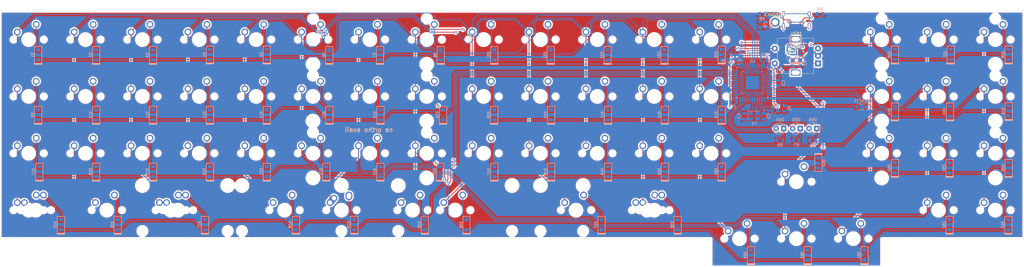
<source format=kicad_pcb>
(kicad_pcb (version 20171130) (host pcbnew "(5.1.4-0)")
  (layers (0 F.Cu signal) (31 B.Cu signal) (34 B.Paste user) (35 F.Paste user) (36 B.SilkS user) (37 F.SilkS user) (38 B.Mask user) (39 F.Mask user) (44 Edge.Cuts user))
  (net 0 "")
  (net 1 GND)
  (net 2 "Net-(C1-Pad1)")
  (net 3 "Net-(C2-Pad1)")
  (net 4 "Net-(C3-Pad1)")
  (net 5 +5V)
  (net 6 Earth)
  (net 7 ROW0)
  (net 8 "Net-(D1-Pad2)")
  (net 9 "Net-(D2-Pad2)")
  (net 10 "Net-(D3-Pad2)")
  (net 11 "Net-(D4-Pad2)")
  (net 12 "Net-(D5-Pad2)")
  (net 13 "Net-(D6-Pad2)")
  (net 14 "Net-(D8-Pad2)")
  (net 15 "Net-(D9-Pad2)")
  (net 16 ROW1)
  (net 17 "Net-(D10-Pad2)")
  (net 18 "Net-(D11-Pad2)")
  (net 19 "Net-(D12-Pad2)")
  (net 20 "Net-(D13-Pad2)")
  (net 21 "Net-(D14-Pad2)")
  (net 22 "Net-(D16-Pad2)")
  (net 23 "Net-(D17-Pad2)")
  (net 24 ROW2)
  (net 25 "Net-(D18-Pad2)")
  (net 26 "Net-(D19-Pad2)")
  (net 27 "Net-(D20-Pad2)")
  (net 28 "Net-(D21-Pad2)")
  (net 29 "Net-(D22-Pad2)")
  (net 30 "Net-(D24-Pad2)")
  (net 31 ROW3)
  (net 32 "Net-(D26-Pad2)")
  (net 33 "Net-(D28-Pad2)")
  (net 34 "Net-(D30-Pad2)")
  (net 35 "Net-(D32-Pad2)")
  (net 36 "Net-(D33-Pad2)")
  (net 37 "Net-(D34-Pad2)")
  (net 38 "Net-(D35-Pad2)")
  (net 39 "Net-(D36-Pad2)")
  (net 40 "Net-(D38-Pad2)")
  (net 41 "Net-(D39-Pad2)")
  (net 42 "Net-(D40-Pad2)")
  (net 43 "Net-(D41-Pad2)")
  (net 44 "Net-(D42-Pad2)")
  (net 45 "Net-(D43-Pad2)")
  (net 46 "Net-(D44-Pad2)")
  (net 47 "Net-(D46-Pad2)")
  (net 48 "Net-(D47-Pad2)")
  (net 49 "Net-(D48-Pad2)")
  (net 50 "Net-(D49-Pad2)")
  (net 51 "Net-(D50-Pad2)")
  (net 52 "Net-(D51-Pad2)")
  (net 53 "Net-(D52-Pad2)")
  (net 54 "Net-(D53-Pad2)")
  (net 55 "Net-(D55-Pad2)")
  (net 56 "Net-(D56-Pad2)")
  (net 57 "Net-(D57-Pad2)")
  (net 58 "Net-(D59-Pad2)")
  (net 59 "Net-(D61-Pad2)")
  (net 60 "Net-(D62-Pad2)")
  (net 61 "Net-(D63-Pad2)")
  (net 62 "Net-(D66-Pad1)")
  (net 63 LED_1)
  (net 64 LED_2)
  (net 65 LED_3)
  (net 66 VCC)
  (net 67 COL0)
  (net 68 COL1)
  (net 69 COL2)
  (net 70 COL3)
  (net 71 COL4)
  (net 72 COL5)
  (net 73 COL6)
  (net 74 COL7)
  (net 75 D+)
  (net 76 "Net-(R2-Pad1)")
  (net 77 D-)
  (net 78 "Net-(R3-Pad1)")
  (net 79 "Net-(R4-Pad2)")
  (net 80 "Net-(R6-Pad2)")
  (net 81 "Net-(R8-Pad2)")
  (net 82 RE_A)
  (net 83 RE_B)
  (net 84 "Net-(U1-Pad42)")
  (net 85 "Net-(U1-Pad25)")
  (net 86 "Net-(U1-Pad19)")
  (net 87 "Net-(U1-Pad18)")
  (net 88 "Net-(USB1-Pad3)")
  (net 89 "Net-(USB1-Pad9)")
  (net 90 "Net-(D29-Pad2)")
  (net 91 "Net-(D31-Pad2)")
  (net 92 "Net-(D60-Pad2)")
  (net 93 COL8)
  (net 94 "Net-(R1-Pad2)")
  (net 95 "Net-(D64-Pad1)")
  (net 96 "Net-(D65-Pad1)")
  (net 97 "Net-(1U-C0R3-Pad2)")
  (net 98 "Net-(1U-C11R3-Pad2)")
  (net 99 "Net-(1U-C2R3-Pad2)")
  (net 100 "Net-(3U-C15R0-Pad2)")
  (net 101 "Net-(3U-C15R1-Pad2)")
  (net 102 "Net-(3U-C15R2-Pad2)")
  (net 103 "Net-(3U-C6R0-Pad2)")
  (net 104 "Net-(3U-C6R1-Pad2)")
  (net 105 "Net-(3U-C6R2-Pad2)")
  (net 106 ROW4)
  (net 107 ROW5)
  (net 108 ROW6)
  (net 109 ROW7)
  (module Keebio-Parts:RotaryEncoder_EC11 (layer F.Cu) (at 285.5 38.8125 180)
    (fp_text reference SW1)
    (fp_text value RotaryEncoder_Switch)
    (pad A thru_hole rect (at -7.5 -2.5 180) (size 2 2) (drill 1) (layers *.Cu *.Mask) (net 82 RE_A))
    (pad C thru_hole circle (at -7.5 0 180) (size 2 2) (drill 1) (layers *.Cu *.Mask) (net 1 GND))
    (pad B thru_hole circle (at -7.5 2.5 180) (size 2 2) (drill 1) (layers *.Cu *.Mask) (net 83 RE_B))
    (pad "" np_thru_hole rect (at 0 -5.6 180) (size 3.2 2) (drill oval 2.8 1.5) (layers *.Cu *.Mask))
    (pad "" np_thru_hole rect (at 0 5.6 180) (size 3.2 2) (drill oval 2.8 1.5) (layers *.Cu *.Mask))
    (pad S2 thru_hole circle (at 7 -2.5 180) (size 2 2) (drill 1) (layers *.Cu *.Mask) (net 72 COL5))
    (pad S1 thru_hole circle (at 7 2.5 180) (size 2 2) (drill 1) (layers *.Cu *.Mask) (net 106 ROW4))
  )
  (module s8erdude-keyboard-parts:QFN_TQFP-44_Combined (layer B.Cu) (at 271.03324 47.97552 180)
    (fp_text reference U1 (at 0 7.45) (layer B.SilkS) (effects (justify mirror)))
    (fp_text value ATmega32U4-A)
    (pad 1 smd rect (at -5.7 4.2032 180) (size 1.5 0.55) (layers B.Cu B.Paste B.Mask) (net 72 COL5))
    (pad 2 smd rect (at -5.7 3.4032 180) (size 1.5 0.55) (layers B.Cu B.Paste B.Mask) (net 5 +5V))
    (pad 3 smd rect (at -5.7 2.6032 180) (size 1.5 0.55) (layers B.Cu B.Paste B.Mask) (net 78 "Net-(R3-Pad1)"))
    (pad 4 smd rect (at -5.7 1.8032 180) (size 1.5 0.55) (layers B.Cu B.Paste B.Mask) (net 76 "Net-(R2-Pad1)"))
    (pad 5 smd rect (at -5.7 1.0032 180) (size 1.5 0.55) (layers B.Cu B.Paste B.Mask) (net 1 GND))
    (pad 6 smd rect (at -5.7 0.2032 180) (size 1.5 0.55) (layers B.Cu B.Paste B.Mask) (net 4 "Net-(C3-Pad1)"))
    (pad 7 smd rect (at -5.7 -0.5968 180) (size 1.5 0.55) (layers B.Cu B.Paste B.Mask) (net 5 +5V))
    (pad 8 smd rect (at -5.7 -1.3968 180) (size 1.5 0.55) (layers B.Cu B.Paste B.Mask) (net 73 COL6))
    (pad 9 smd rect (at -5.7 -2.1968 180) (size 1.5 0.55) (layers B.Cu B.Paste B.Mask) (net 74 COL7))
    (pad 10 smd rect (at -5.7 -2.9968 180) (size 1.5 0.55) (layers B.Cu B.Paste B.Mask) (net 93 COL8))
    (pad 11 smd rect (at -5.7 -3.7968 180) (size 1.5 0.55) (layers B.Cu B.Paste B.Mask) (net 107 ROW5))
    (pad 12 smd rect (at -4 -5.4968 90) (size 1.5 0.55) (layers B.Cu B.Paste B.Mask) (net 108 ROW6))
    (pad 13 smd rect (at -3.2 -5.4968 90) (size 1.5 0.55) (layers B.Cu B.Paste B.Mask) (net 94 "Net-(R1-Pad2)"))
    (pad 14 smd rect (at -2.4 -5.4968 90) (size 1.5 0.55) (layers B.Cu B.Paste B.Mask) (net 5 +5V))
    (pad 15 smd rect (at -1.6 -5.4968 90) (size 1.5 0.55) (layers B.Cu B.Paste B.Mask) (net 1 GND))
    (pad 16 smd rect (at -0.8 -5.4968 90) (size 1.5 0.55) (layers B.Cu B.Paste B.Mask) (net 3 "Net-(C2-Pad1)"))
    (pad 17 smd rect (at 0 -5.4968 90) (size 1.5 0.55) (layers B.Cu B.Paste B.Mask) (net 2 "Net-(C1-Pad1)"))
    (pad 18 smd rect (at 0.8 -5.4968 90) (size 1.5 0.55) (layers B.Cu B.Paste B.Mask) (net 87 "Net-(U1-Pad18)"))
    (pad 19 smd rect (at 1.6 -5.4968 90) (size 1.5 0.55) (layers B.Cu B.Paste B.Mask) (net 86 "Net-(U1-Pad19)"))
    (pad 20 smd rect (at 2.4 -5.4968 90) (size 1.5 0.55) (layers B.Cu B.Paste B.Mask) (net 65 LED_3))
    (pad 21 smd rect (at 3.2 -5.4968 90) (size 1.5 0.55) (layers B.Cu B.Paste B.Mask) (net 64 LED_2))
    (pad 22 smd rect (at 4 -5.4968 90) (size 1.5 0.55) (layers B.Cu B.Paste B.Mask) (net 63 LED_1))
    (pad 23 smd rect (at 5.7 -3.7968 180) (size 1.5 0.55) (layers B.Cu B.Paste B.Mask) (net 1 GND))
    (pad 24 smd rect (at 5.7 -2.9968 180) (size 1.5 0.55) (layers B.Cu B.Paste B.Mask) (net 5 +5V))
    (pad 25 smd rect (at 5.7 -2.1968 180) (size 1.5 0.55) (layers B.Cu B.Paste B.Mask) (net 85 "Net-(U1-Pad25)"))
    (pad 26 smd rect (at 5.7 -1.3968 180) (size 1.5 0.55) (layers B.Cu B.Paste B.Mask) (net 71 COL4))
    (pad 27 smd rect (at 5.7 -0.5968 180) (size 1.5 0.55) (layers B.Cu B.Paste B.Mask) (net 109 ROW7))
    (pad 28 smd rect (at 5.7 0.2032 180) (size 1.5 0.55) (layers B.Cu B.Paste B.Mask) (net 31 ROW3))
    (pad 29 smd rect (at 5.7 1.0032 180) (size 1.5 0.55) (layers B.Cu B.Paste B.Mask) (net 24 ROW2))
    (pad 30 smd rect (at 5.7 1.8032 180) (size 1.5 0.55) (layers B.Cu B.Paste B.Mask) (net 16 ROW1))
    (pad 31 smd rect (at 5.7 2.6032 180) (size 1.5 0.55) (layers B.Cu B.Paste B.Mask) (net 7 ROW0))
    (pad 32 smd rect (at 5.7 3.4032 180) (size 1.5 0.55) (layers B.Cu B.Paste B.Mask) (net 106 ROW4))
    (pad 33 smd rect (at 5.7 4.2032 180) (size 1.5 0.55) (layers B.Cu B.Paste B.Mask) (net 79 "Net-(R4-Pad2)"))
    (pad 34 smd rect (at 4 5.9032 90) (size 1.5 0.55) (layers B.Cu B.Paste B.Mask) (net 5 +5V))
    (pad 35 smd rect (at 3.2 5.9032 90) (size 1.5 0.55) (layers B.Cu B.Paste B.Mask) (net 1 GND))
    (pad 36 smd rect (at 2.4 5.9032 90) (size 1.5 0.55) (layers B.Cu B.Paste B.Mask) (net 70 COL3))
    (pad 37 smd rect (at 1.6 5.9032 90) (size 1.5 0.55) (layers B.Cu B.Paste B.Mask) (net 83 RE_B))
    (pad 38 smd rect (at 0.8 5.9032 90) (size 1.5 0.55) (layers B.Cu B.Paste B.Mask) (net 82 RE_A))
    (pad 39 smd rect (at 0 5.9032 90) (size 1.5 0.55) (layers B.Cu B.Paste B.Mask) (net 69 COL2))
    (pad 40 smd rect (at -0.8 5.9032 90) (size 1.5 0.55) (layers B.Cu B.Paste B.Mask) (net 68 COL1))
    (pad 41 smd rect (at -1.6 5.9032 90) (size 1.5 0.55) (layers B.Cu B.Paste B.Mask) (net 67 COL0))
    (pad 42 smd rect (at -2.4 5.9032 90) (size 1.5 0.55) (layers B.Cu B.Paste B.Mask) (net 84 "Net-(U1-Pad42)"))
    (pad 43 smd rect (at -3.2 5.9032 90) (size 1.5 0.55) (layers B.Cu B.Paste B.Mask) (net 1 GND))
    (pad 44 smd rect (at -4 5.9032 90) (size 1.5 0.55) (layers B.Cu B.Paste B.Mask) (net 5 +5V))
    (pad 1 smd roundrect (at -3.3375 2.7032 180) (size 1.075 0.25) (layers B.Cu B.Paste B.Mask) (net 72 COL5))
    (pad 2 smd roundrect (at -3.3375 2.2032 180) (size 1.075 0.25) (layers B.Cu B.Paste B.Mask) (net 5 +5V))
    (pad 3 smd roundrect (at -3.3375 1.7032 180) (size 1.075 0.25) (layers B.Cu B.Paste B.Mask) (net 78 "Net-(R3-Pad1)"))
    (pad 4 smd roundrect (at -3.3375 1.2032 180) (size 1.075 0.25) (layers B.Cu B.Paste B.Mask) (net 76 "Net-(R2-Pad1)"))
    (pad 5 smd roundrect (at -3.3375 0.7032 180) (size 1.075 0.25) (layers B.Cu B.Paste B.Mask) (net 1 GND))
    (pad 6 smd roundrect (at -3.3375 0.2032 180) (size 1.075 0.25) (layers B.Cu B.Paste B.Mask) (net 4 "Net-(C3-Pad1)"))
    (pad 7 smd roundrect (at -3.3375 -0.2968 180) (size 1.075 0.25) (layers B.Cu B.Paste B.Mask) (net 5 +5V))
    (pad 8 smd roundrect (at -3.3375 -0.7968 180) (size 1.075 0.25) (layers B.Cu B.Paste B.Mask) (net 73 COL6))
    (pad 9 smd roundrect (at -3.3375 -1.2968 180) (size 1.075 0.25) (layers B.Cu B.Paste B.Mask) (net 74 COL7))
    (pad 10 smd roundrect (at -3.3375 -1.7968 180) (size 1.075 0.25) (layers B.Cu B.Paste B.Mask) (net 93 COL8))
    (pad 11 smd roundrect (at -3.3375 -2.2968 180) (size 1.075 0.25) (layers B.Cu B.Paste B.Mask) (net 107 ROW5))
    (pad 12 smd roundrect (at -2.5 -3.1343 180) (size 0.25 1.075) (layers B.Cu B.Paste B.Mask) (net 108 ROW6))
    (pad 13 smd roundrect (at -2 -3.1343 180) (size 0.25 1.075) (layers B.Cu B.Paste B.Mask) (net 94 "Net-(R1-Pad2)"))
    (pad 14 smd roundrect (at -1.5 -3.1343 180) (size 0.25 1.075) (layers B.Cu B.Paste B.Mask) (net 5 +5V))
    (pad 15 smd roundrect (at -1 -3.1343 180) (size 0.25 1.075) (layers B.Cu B.Paste B.Mask) (net 1 GND))
    (pad 16 smd roundrect (at -0.5 -3.1343 180) (size 0.25 1.075) (layers B.Cu B.Paste B.Mask) (net 3 "Net-(C2-Pad1)"))
    (pad 17 smd roundrect (at 0 -3.1343 180) (size 0.25 1.075) (layers B.Cu B.Paste B.Mask) (net 2 "Net-(C1-Pad1)"))
    (pad 18 smd roundrect (at 0.5 -3.1343 180) (size 0.25 1.075) (layers B.Cu B.Paste B.Mask) (net 87 "Net-(U1-Pad18)"))
    (pad 19 smd roundrect (at 1 -3.1343 180) (size 0.25 1.075) (layers B.Cu B.Paste B.Mask) (net 86 "Net-(U1-Pad19)"))
    (pad 20 smd roundrect (at 1.5 -3.1343 180) (size 0.25 1.075) (layers B.Cu B.Paste B.Mask) (net 65 LED_3))
    (pad 21 smd roundrect (at 2 -3.1343 180) (size 0.25 1.075) (layers B.Cu B.Paste B.Mask) (net 64 LED_2))
    (pad 22 smd roundrect (at 2.5 -3.1343 180) (size 0.25 1.075) (layers B.Cu B.Paste B.Mask) (net 63 LED_1))
    (pad 23 smd roundrect (at 3.3375 -2.2968 180) (size 1.075 0.25) (layers B.Cu B.Paste B.Mask) (net 1 GND))
    (pad 24 smd roundrect (at 3.3375 -1.7968 180) (size 1.075 0.25) (layers B.Cu B.Paste B.Mask) (net 5 +5V))
    (pad 25 smd roundrect (at 3.3375 -1.2968 180) (size 1.075 0.25) (layers B.Cu B.Paste B.Mask) (net 85 "Net-(U1-Pad25)"))
    (pad 26 smd roundrect (at 3.3375 -0.7968 180) (size 1.075 0.25) (layers B.Cu B.Paste B.Mask) (net 71 COL4))
    (pad 27 smd roundrect (at 3.3375 -0.2968 180) (size 1.075 0.25) (layers B.Cu B.Paste B.Mask) (net 109 ROW7))
    (pad 28 smd roundrect (at 3.3375 0.2032 180) (size 1.075 0.25) (layers B.Cu B.Paste B.Mask) (net 31 ROW3))
    (pad 29 smd roundrect (at 3.3375 0.7032 180) (size 1.075 0.25) (layers B.Cu B.Paste B.Mask) (net 24 ROW2))
    (pad 30 smd roundrect (at 3.3375 1.2032 180) (size 1.075 0.25) (layers B.Cu B.Paste B.Mask) (net 16 ROW1))
    (pad 31 smd roundrect (at 3.3375 1.7032 180) (size 1.075 0.25) (layers B.Cu B.Paste B.Mask) (net 7 ROW0))
    (pad 32 smd roundrect (at 3.3375 2.2032 180) (size 1.075 0.25) (layers B.Cu B.Paste B.Mask) (net 106 ROW4))
    (pad 33 smd roundrect (at 3.3375 2.7032 180) (size 1.075 0.25) (layers B.Cu B.Paste B.Mask) (net 79 "Net-(R4-Pad2)"))
    (pad 34 smd roundrect (at 2.5 3.5407 180) (size 0.25 1.075) (layers B.Cu B.Paste B.Mask) (net 5 +5V))
    (pad 35 smd roundrect (at 2 3.5407 180) (size 0.25 1.075) (layers B.Cu B.Paste B.Mask) (net 1 GND))
    (pad 36 smd roundrect (at 1.5 3.5052 180) (size 0.25 1.075) (layers B.Cu B.Paste B.Mask) (net 70 COL3))
    (pad 37 smd roundrect (at 1 3.5407 180) (size 0.25 1.075) (layers B.Cu B.Paste B.Mask) (net 83 RE_B))
    (pad 38 smd roundrect (at 0.5 3.5407 180) (size 0.25 1.075) (layers B.Cu B.Paste B.Mask) (net 82 RE_A))
    (pad 39 smd roundrect (at 0 3.5407 180) (size 0.25 1.075) (layers B.Cu B.Paste B.Mask) (net 69 COL2))
    (pad 40 smd roundrect (at -0.5 3.5407 180) (size 0.25 1.075) (layers B.Cu B.Paste B.Mask) (net 68 COL1))
    (pad 41 smd roundrect (at -1 3.5407 180) (size 0.25 1.075) (layers B.Cu B.Paste B.Mask) (net 67 COL0))
    (pad 42 smd roundrect (at -1.5 3.5407 180) (size 0.25 1.075) (layers B.Cu B.Paste B.Mask) (net 84 "Net-(U1-Pad42)"))
    (pad 43 smd roundrect (at -2 3.5407 180) (size 0.25 1.075) (layers B.Cu B.Paste B.Mask) (net 1 GND))
    (pad 44 smd roundrect (at -2.5 3.5407 180) (size 0.25 1.075) (layers B.Cu B.Paste B.Mask) (net 5 +5V))
  )
  (module TestPoint:TestPoint_Plated_Hole_D2.0mm (layer F.Cu) (at 278.638 27.53)
    (fp_text reference CHASSIS1 (at 0 -2.498) (layer F.SilkS))
    (fp_text value Chassis)
    (pad 1 thru_hole circle (at 0 0) (size 3 3) (drill 2) (layers *.Cu *.Mask) (net 6 Earth))
  )
  (module Keybage_MX:MX_3u_NoLED (layer F.Cu) (at 142.875 71.4375)
    (fp_text reference 3U-C6R2)
    (fp_text value MX-NoLED)
    (pad 2 thru_hole circle (at 2.54 -5.08) (size 2.25 2.25) (drill 1.47) (layers *.Cu B.Mask) (net 105 "Net-(3U-C6R2-Pad2)"))
    (pad 1 thru_hole circle (at -3.81 -2.54 48.1) (size 2.25 2.25) (drill 1.47) (layers *.Cu B.Mask) (net 73 COL6))
    (pad "" np_thru_hole circle (at 0 0) (size 3.9878 3.9878) (drill 3.9878) (layers *.Cu *.Mask))
    (pad "" np_thru_hole circle (at -5.08 0 48.0996) (size 1.75 1.75) (drill 1.75) (layers *.Cu *.Mask))
    (pad "" np_thru_hole circle (at 5.08 0 48.0996) (size 1.75 1.75) (drill 1.75) (layers *.Cu *.Mask))
    (pad "" np_thru_hole circle (at -19.05 -6.985) (size 3.048 3.048) (drill 3.048) (layers *.Cu *.Mask))
    (pad "" np_thru_hole circle (at 19.05 -6.985) (size 3.048 3.048) (drill 3.048) (layers *.Cu *.Mask))
    (pad "" np_thru_hole circle (at -19.05 8.255) (size 3.9878 3.9878) (drill 3.9878) (layers *.Cu *.Mask))
    (pad "" np_thru_hole circle (at 19.05 8.255) (size 3.9878 3.9878) (drill 3.9878) (layers *.Cu *.Mask))
  )
  (module Keybage_MX:MX_3u_NoLED (layer F.Cu) (at 142.875 52.3875)
    (fp_text reference 3U-C6R1)
    (fp_text value MX-NoLED)
    (pad 2 thru_hole circle (at 2.54 -5.08) (size 2.25 2.25) (drill 1.47) (layers *.Cu B.Mask) (net 104 "Net-(3U-C6R1-Pad2)"))
    (pad 1 thru_hole circle (at -3.81 -2.54 48.1) (size 2.25 2.25) (drill 1.47) (layers *.Cu B.Mask) (net 73 COL6))
    (pad "" np_thru_hole circle (at 0 0) (size 3.9878 3.9878) (drill 3.9878) (layers *.Cu *.Mask))
    (pad "" np_thru_hole circle (at -5.08 0 48.0996) (size 1.75 1.75) (drill 1.75) (layers *.Cu *.Mask))
    (pad "" np_thru_hole circle (at 5.08 0 48.0996) (size 1.75 1.75) (drill 1.75) (layers *.Cu *.Mask))
    (pad "" np_thru_hole circle (at -19.05 -6.985) (size 3.048 3.048) (drill 3.048) (layers *.Cu *.Mask))
    (pad "" np_thru_hole circle (at 19.05 -6.985) (size 3.048 3.048) (drill 3.048) (layers *.Cu *.Mask))
    (pad "" np_thru_hole circle (at -19.05 8.255) (size 3.9878 3.9878) (drill 3.9878) (layers *.Cu *.Mask))
    (pad "" np_thru_hole circle (at 19.05 8.255) (size 3.9878 3.9878) (drill 3.9878) (layers *.Cu *.Mask))
  )
  (module Keybage_MX:MX_3u_NoLED (layer F.Cu) (at 142.875 33.3375)
    (fp_text reference 3U-C6R0)
    (fp_text value MX-NoLED)
    (pad 2 thru_hole circle (at 2.54 -5.08) (size 2.25 2.25) (drill 1.47) (layers *.Cu B.Mask) (net 103 "Net-(3U-C6R0-Pad2)"))
    (pad 1 thru_hole circle (at -3.81 -2.54 48.1) (size 2.25 2.25) (drill 1.47) (layers *.Cu B.Mask) (net 73 COL6))
    (pad "" np_thru_hole circle (at 0 0) (size 3.9878 3.9878) (drill 3.9878) (layers *.Cu *.Mask))
    (pad "" np_thru_hole circle (at -5.08 0 48.0996) (size 1.75 1.75) (drill 1.75) (layers *.Cu *.Mask))
    (pad "" np_thru_hole circle (at 5.08 0 48.0996) (size 1.75 1.75) (drill 1.75) (layers *.Cu *.Mask))
    (pad "" np_thru_hole circle (at -19.05 -6.985) (size 3.048 3.048) (drill 3.048) (layers *.Cu *.Mask))
    (pad "" np_thru_hole circle (at 19.05 -6.985) (size 3.048 3.048) (drill 3.048) (layers *.Cu *.Mask))
    (pad "" np_thru_hole circle (at -19.05 8.255) (size 3.9878 3.9878) (drill 3.9878) (layers *.Cu *.Mask))
    (pad "" np_thru_hole circle (at 19.05 8.255) (size 3.9878 3.9878) (drill 3.9878) (layers *.Cu *.Mask))
  )
  (module Keybage_MX:MX_3u_NoLED (layer F.Cu) (at 333.375 71.4375)
    (fp_text reference 3U-C15R2)
    (fp_text value MX-NoLED)
    (pad 2 thru_hole circle (at 2.54 -5.08) (size 2.25 2.25) (drill 1.47) (layers *.Cu B.Mask) (net 102 "Net-(3U-C15R2-Pad2)"))
    (pad 1 thru_hole circle (at -3.81 -2.54 48.1) (size 2.25 2.25) (drill 1.47) (layers *.Cu B.Mask) (net 74 COL7))
    (pad "" np_thru_hole circle (at 0 0) (size 3.9878 3.9878) (drill 3.9878) (layers *.Cu *.Mask))
    (pad "" np_thru_hole circle (at -5.08 0 48.0996) (size 1.75 1.75) (drill 1.75) (layers *.Cu *.Mask))
    (pad "" np_thru_hole circle (at 5.08 0 48.0996) (size 1.75 1.75) (drill 1.75) (layers *.Cu *.Mask))
    (pad "" np_thru_hole circle (at -19.05 -6.985) (size 3.048 3.048) (drill 3.048) (layers *.Cu *.Mask))
    (pad "" np_thru_hole circle (at 19.05 -6.985) (size 3.048 3.048) (drill 3.048) (layers *.Cu *.Mask))
    (pad "" np_thru_hole circle (at -19.05 8.255) (size 3.9878 3.9878) (drill 3.9878) (layers *.Cu *.Mask))
    (pad "" np_thru_hole circle (at 19.05 8.255) (size 3.9878 3.9878) (drill 3.9878) (layers *.Cu *.Mask))
  )
  (module Keybage_MX:MX_3u_NoLED (layer F.Cu) (at 333.375 52.3875)
    (fp_text reference 3U-C15R1)
    (fp_text value MX-NoLED)
    (pad 2 thru_hole circle (at 2.54 -5.08) (size 2.25 2.25) (drill 1.47) (layers *.Cu B.Mask) (net 101 "Net-(3U-C15R1-Pad2)"))
    (pad 1 thru_hole circle (at -3.81 -2.54 48.1) (size 2.25 2.25) (drill 1.47) (layers *.Cu B.Mask) (net 74 COL7))
    (pad "" np_thru_hole circle (at 0 0) (size 3.9878 3.9878) (drill 3.9878) (layers *.Cu *.Mask))
    (pad "" np_thru_hole circle (at -5.08 0 48.0996) (size 1.75 1.75) (drill 1.75) (layers *.Cu *.Mask))
    (pad "" np_thru_hole circle (at 5.08 0 48.0996) (size 1.75 1.75) (drill 1.75) (layers *.Cu *.Mask))
    (pad "" np_thru_hole circle (at -19.05 -6.985) (size 3.048 3.048) (drill 3.048) (layers *.Cu *.Mask))
    (pad "" np_thru_hole circle (at 19.05 -6.985) (size 3.048 3.048) (drill 3.048) (layers *.Cu *.Mask))
    (pad "" np_thru_hole circle (at -19.05 8.255) (size 3.9878 3.9878) (drill 3.9878) (layers *.Cu *.Mask))
    (pad "" np_thru_hole circle (at 19.05 8.255) (size 3.9878 3.9878) (drill 3.9878) (layers *.Cu *.Mask))
  )
  (module Keybage_MX:MX_3u_NoLED (layer F.Cu) (at 333.375 33.3375)
    (fp_text reference 3U-C15R0)
    (fp_text value MX-NoLED)
    (pad 2 thru_hole circle (at 2.54 -5.08) (size 2.25 2.25) (drill 1.47) (layers *.Cu B.Mask) (net 100 "Net-(3U-C15R0-Pad2)"))
    (pad 1 thru_hole circle (at -3.81 -2.54 48.1) (size 2.25 2.25) (drill 1.47) (layers *.Cu B.Mask) (net 74 COL7))
    (pad "" np_thru_hole circle (at 0 0) (size 3.9878 3.9878) (drill 3.9878) (layers *.Cu *.Mask))
    (pad "" np_thru_hole circle (at -5.08 0 48.0996) (size 1.75 1.75) (drill 1.75) (layers *.Cu *.Mask))
    (pad "" np_thru_hole circle (at 5.08 0 48.0996) (size 1.75 1.75) (drill 1.75) (layers *.Cu *.Mask))
    (pad "" np_thru_hole circle (at -19.05 -6.985) (size 3.048 3.048) (drill 3.048) (layers *.Cu *.Mask))
    (pad "" np_thru_hole circle (at 19.05 -6.985) (size 3.048 3.048) (drill 3.048) (layers *.Cu *.Mask))
    (pad "" np_thru_hole circle (at -19.05 8.255) (size 3.9878 3.9878) (drill 3.9878) (layers *.Cu *.Mask))
    (pad "" np_thru_hole circle (at 19.05 8.255) (size 3.9878 3.9878) (drill 3.9878) (layers *.Cu *.Mask))
  )
  (module Keybage_MX:MX_3u_ReversedStabilizers_NoLED (layer F.Cu) (at 114.3 90.4875)
    (fp_text reference MX28)
    (fp_text value MX-NoLED)
    (pad 2 thru_hole circle (at 2.54 -5.08) (size 2.25 2.25) (drill 1.47) (layers *.Cu B.Mask) (net 33 "Net-(D28-Pad2)"))
    (pad 1 thru_hole circle (at -3.81 -2.54 48.1) (size 2.25 2.25) (drill 1.47) (layers *.Cu B.Mask) (net 71 COL4))
    (pad "" np_thru_hole circle (at 0 0) (size 3.9878 3.9878) (drill 3.9878) (layers *.Cu *.Mask))
    (pad "" np_thru_hole circle (at -5.08 0 48.0996) (size 1.75 1.75) (drill 1.75) (layers *.Cu *.Mask))
    (pad "" np_thru_hole circle (at 5.08 0 48.0996) (size 1.75 1.75) (drill 1.75) (layers *.Cu *.Mask))
    (pad "" np_thru_hole circle (at -19.05 6.985) (size 3.048 3.048) (drill 3.048) (layers *.Cu *.Mask))
    (pad "" np_thru_hole circle (at 19.05 6.985) (size 3.048 3.048) (drill 3.048) (layers *.Cu *.Mask))
    (pad "" np_thru_hole circle (at -19.05 -8.255) (size 3.9878 3.9878) (drill 3.9878) (layers *.Cu *.Mask))
    (pad "" np_thru_hole circle (at 19.05 -8.255) (size 3.9878 3.9878) (drill 3.9878) (layers *.Cu *.Mask))
  )
  (module Keybage_MX:MX_3u_ReversedStabilizers_NoLED (layer F.Cu) (at 171.45 90.4875)
    (fp_text reference MX56)
    (fp_text value MX-NoLED)
    (pad 2 thru_hole circle (at 2.54 -5.08) (size 2.25 2.25) (drill 1.47) (layers *.Cu B.Mask) (net 56 "Net-(D56-Pad2)"))
    (pad 1 thru_hole circle (at -3.81 -2.54 48.1) (size 2.25 2.25) (drill 1.47) (layers *.Cu B.Mask) (net 67 COL0))
    (pad "" np_thru_hole circle (at 0 0) (size 3.9878 3.9878) (drill 3.9878) (layers *.Cu *.Mask))
    (pad "" np_thru_hole circle (at -5.08 0 48.0996) (size 1.75 1.75) (drill 1.75) (layers *.Cu *.Mask))
    (pad "" np_thru_hole circle (at 5.08 0 48.0996) (size 1.75 1.75) (drill 1.75) (layers *.Cu *.Mask))
    (pad "" np_thru_hole circle (at -19.05 6.985) (size 3.048 3.048) (drill 3.048) (layers *.Cu *.Mask))
    (pad "" np_thru_hole circle (at 19.05 6.985) (size 3.048 3.048) (drill 3.048) (layers *.Cu *.Mask))
    (pad "" np_thru_hole circle (at -19.05 -8.255) (size 3.9878 3.9878) (drill 3.9878) (layers *.Cu *.Mask))
    (pad "" np_thru_hole circle (at 19.05 -8.255) (size 3.9878 3.9878) (drill 3.9878) (layers *.Cu *.Mask))
  )
  (module Keybage_MX:MX_7u_ReversedStabilizers_NoLED (layer F.Cu) (at 157.1625 90.4875)
    (fp_text reference MX30)
    (fp_text value MX-NoLED)
    (pad 2 thru_hole circle (at 2.54 -5.08) (size 2.25 2.25) (drill 1.47) (layers *.Cu B.Mask) (net 34 "Net-(D30-Pad2)"))
    (pad "" np_thru_hole circle (at 0 0) (size 3.9878 3.9878) (drill 3.9878) (layers *.Cu *.Mask))
    (pad 1 thru_hole circle (at -3.81 -2.54) (size 2.25 2.25) (drill 1.47) (layers *.Cu B.Mask) (net 74 COL7))
    (pad "" np_thru_hole circle (at -5.08 0 48.0996) (size 1.75 1.75) (drill 1.75) (layers *.Cu *.Mask))
    (pad "" np_thru_hole circle (at 5.08 0 48.0996) (size 1.75 1.75) (drill 1.75) (layers *.Cu *.Mask))
    (pad "" np_thru_hole circle (at -57.15 6.985) (size 3.048 3.048) (drill 3.048) (layers *.Cu *.Mask))
    (pad "" np_thru_hole circle (at 57.15 6.985) (size 3.048 3.048) (drill 3.048) (layers *.Cu *.Mask))
    (pad "" np_thru_hole circle (at -57.15 -8.255) (size 3.9878 3.9878) (drill 3.9878) (layers *.Cu *.Mask))
    (pad "" np_thru_hole circle (at 57.15 -8.255) (size 3.9878 3.9878) (drill 3.9878) (layers *.Cu *.Mask))
  )
  (module Keybage_MX_Alps:MX-ALPS_10u_ReversedStabilizers_NoLED (layer F.Cu) (at 133.35 90.4875)
    (fp_text reference MX29)
    (fp_text value MX-NoLED)
    (pad "" np_thru_hole circle (at 66.675 -8.255) (size 3.9878 3.9878) (drill 3.9878) (layers *.Cu *.Mask))
    (pad "" np_thru_hole circle (at -66.675 -8.255) (size 3.9878 3.9878) (drill 3.9878) (layers *.Cu *.Mask))
    (pad "" np_thru_hole circle (at 66.675 6.985) (size 3.048 3.048) (drill 3.048) (layers *.Cu *.Mask))
    (pad "" np_thru_hole circle (at -66.675 6.985) (size 3.048 3.048) (drill 3.048) (layers *.Cu *.Mask))
    (pad "" np_thru_hole circle (at 5.08 0 48.0996) (size 1.75 1.75) (drill 1.75) (layers *.Cu *.Mask))
    (pad "" np_thru_hole circle (at -5.08 0 48.0996) (size 1.75 1.75) (drill 1.75) (layers *.Cu *.Mask))
    (pad 1 thru_hole circle (at -2.5 -4) (size 2.25 2.25) (drill 1.47) (layers *.Cu B.Mask) (net 73 COL6))
    (pad "" np_thru_hole circle (at 0 0) (size 3.9878 3.9878) (drill 3.9878) (layers *.Cu *.Mask))
    (pad 1 thru_hole oval (at -3.81 -2.54 48.0996) (size 4.211556 2.25) (drill 1.47 (offset 0.980778 0)) (layers *.Cu B.Mask) (net 73 COL6))
    (pad 2 thru_hole circle (at 2.54 -5.08) (size 2.25 2.25) (drill 1.47) (layers *.Cu B.Mask) (net 90 "Net-(D29-Pad2)"))
    (pad 2 thru_hole oval (at 2.5 -4.5 86.0548) (size 2.831378 2.25) (drill 1.47 (offset 0.290689 0)) (layers *.Cu B.Mask) (net 90 "Net-(D29-Pad2)"))
  )
  (module Keybage_MX:MX_1u_NoLED (layer F.Cu) (at 180.975 33.3375)
    (fp_text reference MX31)
    (fp_text value MX-NoLED)
    (pad 2 thru_hole circle (at 2.54 -5.08) (size 2.25 2.25) (drill 1.47) (layers *.Cu B.Mask) (net 91 "Net-(D31-Pad2)"))
    (pad "" np_thru_hole circle (at 0 0) (size 3.9878 3.9878) (drill 3.9878) (layers *.Cu *.Mask))
    (pad 1 thru_hole circle (at -3.81 -2.54) (size 2.25 2.25) (drill 1.47) (layers *.Cu B.Mask) (net 67 COL0))
    (pad "" np_thru_hole circle (at -5.08 0 48.0996) (size 1.75 1.75) (drill 1.75) (layers *.Cu *.Mask))
    (pad "" np_thru_hole circle (at 5.08 0 48.0996) (size 1.75 1.75) (drill 1.75) (layers *.Cu *.Mask))
  )
  (module Keybage_MX:MX_1u_NoLED (layer F.Cu) (at 161.925 71.4375)
    (fp_text reference MX24)
    (fp_text value MX-NoLED)
    (pad 2 thru_hole circle (at 2.54 -5.08) (size 2.25 2.25) (drill 1.47) (layers *.Cu B.Mask) (net 30 "Net-(D24-Pad2)"))
    (pad "" np_thru_hole circle (at 0 0) (size 3.9878 3.9878) (drill 3.9878) (layers *.Cu *.Mask))
    (pad 1 thru_hole circle (at -3.81 -2.54) (size 2.25 2.25) (drill 1.47) (layers *.Cu B.Mask) (net 74 COL7))
    (pad "" np_thru_hole circle (at -5.08 0 48.0996) (size 1.75 1.75) (drill 1.75) (layers *.Cu *.Mask))
    (pad "" np_thru_hole circle (at 5.08 0 48.0996) (size 1.75 1.75) (drill 1.75) (layers *.Cu *.Mask))
  )
  (module Keybage_MX:MX_1u_NoLED (layer F.Cu) (at 257.175 33.3375)
    (fp_text reference MX35)
    (fp_text value MX-NoLED)
    (pad 2 thru_hole circle (at 2.54 -5.08) (size 2.25 2.25) (drill 1.47) (layers *.Cu B.Mask) (net 38 "Net-(D35-Pad2)"))
    (pad "" np_thru_hole circle (at 0 0) (size 3.9878 3.9878) (drill 3.9878) (layers *.Cu *.Mask))
    (pad 1 thru_hole circle (at -3.81 -2.54) (size 2.25 2.25) (drill 1.47) (layers *.Cu B.Mask) (net 71 COL4))
    (pad "" np_thru_hole circle (at -5.08 0 48.0996) (size 1.75 1.75) (drill 1.75) (layers *.Cu *.Mask))
    (pad "" np_thru_hole circle (at 5.08 0 48.0996) (size 1.75 1.75) (drill 1.75) (layers *.Cu *.Mask))
  )
  (module Keybage_MX:MX_1u_NoLED (layer F.Cu) (at 257.175 52.3875)
    (fp_text reference MX43)
    (fp_text value MX-NoLED)
    (pad 2 thru_hole circle (at 2.54 -5.08) (size 2.25 2.25) (drill 1.47) (layers *.Cu B.Mask) (net 45 "Net-(D43-Pad2)"))
    (pad "" np_thru_hole circle (at 0 0) (size 3.9878 3.9878) (drill 3.9878) (layers *.Cu *.Mask))
    (pad 1 thru_hole circle (at -3.81 -2.54) (size 2.25 2.25) (drill 1.47) (layers *.Cu B.Mask) (net 71 COL4))
    (pad "" np_thru_hole circle (at -5.08 0 48.0996) (size 1.75 1.75) (drill 1.75) (layers *.Cu *.Mask))
    (pad "" np_thru_hole circle (at 5.08 0 48.0996) (size 1.75 1.75) (drill 1.75) (layers *.Cu *.Mask))
  )
  (module Keybage_MX:MX_1u_NoLED (layer F.Cu) (at 76.2 90.4875)
    (fp_text reference 1U-C2R3)
    (fp_text value MX-NoLED)
    (pad 2 thru_hole circle (at 2.54 -5.08) (size 2.25 2.25) (drill 1.47) (layers *.Cu B.Mask) (net 99 "Net-(1U-C2R3-Pad2)"))
    (pad "" np_thru_hole circle (at 0 0) (size 3.9878 3.9878) (drill 3.9878) (layers *.Cu *.Mask))
    (pad 1 thru_hole circle (at -3.81 -2.54) (size 2.25 2.25) (drill 1.47) (layers *.Cu B.Mask) (net 69 COL2))
    (pad "" np_thru_hole circle (at -5.08 0 48.0996) (size 1.75 1.75) (drill 1.75) (layers *.Cu *.Mask))
    (pad "" np_thru_hole circle (at 5.08 0 48.0996) (size 1.75 1.75) (drill 1.75) (layers *.Cu *.Mask))
  )
  (module Keybage_MX:MX_1u_NoLED (layer F.Cu) (at 238.125 90.4875)
    (fp_text reference 1U-C11R3)
    (fp_text value MX-NoLED)
    (pad 2 thru_hole circle (at 2.54 -5.08) (size 2.25 2.25) (drill 1.47) (layers *.Cu B.Mask) (net 98 "Net-(1U-C11R3-Pad2)"))
    (pad "" np_thru_hole circle (at 0 0) (size 3.9878 3.9878) (drill 3.9878) (layers *.Cu *.Mask))
    (pad 1 thru_hole circle (at -3.81 -2.54) (size 2.25 2.25) (drill 1.47) (layers *.Cu B.Mask) (net 70 COL3))
    (pad "" np_thru_hole circle (at -5.08 0 48.0996) (size 1.75 1.75) (drill 1.75) (layers *.Cu *.Mask))
    (pad "" np_thru_hole circle (at 5.08 0 48.0996) (size 1.75 1.75) (drill 1.75) (layers *.Cu *.Mask))
  )
  (module Keybage_MX:MX_1u_NoLED (layer F.Cu) (at 28.575 90.4875)
    (fp_text reference 1U-C0R3)
    (fp_text value MX-NoLED)
    (pad 2 thru_hole circle (at 2.54 -5.08) (size 2.25 2.25) (drill 1.47) (layers *.Cu B.Mask) (net 97 "Net-(1U-C0R3-Pad2)"))
    (pad "" np_thru_hole circle (at 0 0) (size 3.9878 3.9878) (drill 3.9878) (layers *.Cu *.Mask))
    (pad 1 thru_hole circle (at -3.81 -2.54) (size 2.25 2.25) (drill 1.47) (layers *.Cu B.Mask) (net 67 COL0))
    (pad "" np_thru_hole circle (at -5.08 0 48.0996) (size 1.75 1.75) (drill 1.75) (layers *.Cu *.Mask))
    (pad "" np_thru_hole circle (at 5.08 0 48.0996) (size 1.75 1.75) (drill 1.75) (layers *.Cu *.Mask))
  )
  (module Crystal:Crystal_SMD_3225-4Pin_3.2x2.5mm (layer B.Cu) (at 271.54124 59.02452)
    (fp_text reference Y1 (at 0 2.45) (layer B.SilkS) (effects (justify mirror)))
    (fp_text value 16MHz)
    (pad 4 smd rect (at -1.1 0.85) (size 1.4 1.2) (layers B.Cu B.Paste B.Mask) (net 1 GND))
    (pad 3 smd rect (at 1.1 0.85) (size 1.4 1.2) (layers B.Cu B.Paste B.Mask) (net 3 "Net-(C2-Pad1)"))
    (pad 2 smd rect (at 1.1 -0.85) (size 1.4 1.2) (layers B.Cu B.Paste B.Mask) (net 1 GND))
    (pad 1 smd rect (at -1.1 -0.85) (size 1.4 1.2) (layers B.Cu B.Paste B.Mask) (net 2 "Net-(C1-Pad1)"))
  )
  (module Diode_SMD:D_SOD-123 (layer B.Cu) (at 307.67 55.88952 180)
    (fp_text reference RESET1 (at 0 2) (layer B.SilkS) (effects (justify mirror)))
    (fp_text value SOD-123)
    (pad 2 smd rect (at 1.65 0 180) (size 0.9 1.2) (layers B.Cu B.Paste B.Mask) (net 94 "Net-(R1-Pad2)"))
    (pad 1 smd rect (at -1.65 0 180) (size 0.9 1.2) (layers B.Cu B.Paste B.Mask) (net 1 GND))
  )
  (module Resistor_SMD:R_0805_2012Metric (layer B.Cu) (at 291.275 67.07632)
    (fp_text reference R9 (at 0 1.65) (layer B.SilkS) (effects (justify mirror)))
    (fp_text value 330)
    (pad 2 smd roundrect (at 0.9125 0) (size 1.025 1.4) (layers B.Cu B.Paste B.Mask) (roundrect_rratio 0.243902) (net 62 "Net-(D66-Pad1)"))
    (pad 1 smd roundrect (at -0.9125 0) (size 1.025 1.4) (layers B.Cu B.Paste B.Mask) (roundrect_rratio 0.243902) (net 1 GND))
  )
  (module Resistor_SMD:R_0805_2012Metric (layer B.Cu) (at 274.32 24.8)
    (fp_text reference R8 (at 0 1.65) (layer B.SilkS) (effects (justify mirror)))
    (fp_text value 5.1K)
    (pad 2 smd roundrect (at 0.9125 0) (size 1.025 1.4) (layers B.Cu B.Paste B.Mask) (roundrect_rratio 0.243902) (net 81 "Net-(R8-Pad2)"))
    (pad 1 smd roundrect (at -0.9125 0) (size 1.025 1.4) (layers B.Cu B.Paste B.Mask) (roundrect_rratio 0.243902) (net 1 GND))
  )
  (module Resistor_SMD:R_0805_2012Metric (layer B.Cu) (at 285.75 67.07632)
    (fp_text reference R7 (at 0 1.65) (layer B.SilkS) (effects (justify mirror)))
    (fp_text value 330)
    (pad 2 smd roundrect (at 0.9125 0) (size 1.025 1.4) (layers B.Cu B.Paste B.Mask) (roundrect_rratio 0.243902) (net 96 "Net-(D65-Pad1)"))
    (pad 1 smd roundrect (at -0.9125 0) (size 1.025 1.4) (layers B.Cu B.Paste B.Mask) (roundrect_rratio 0.243902) (net 1 GND))
  )
  (module Resistor_SMD:R_0805_2012Metric (layer B.Cu) (at 293.624 24.81 180)
    (fp_text reference R6 (at 0 1.65) (layer B.SilkS) (effects (justify mirror)))
    (fp_text value 5.1K)
    (pad 2 smd roundrect (at 0.9125 0 180) (size 1.025 1.4) (layers B.Cu B.Paste B.Mask) (roundrect_rratio 0.243902) (net 80 "Net-(R6-Pad2)"))
    (pad 1 smd roundrect (at -0.9125 0 180) (size 1.025 1.4) (layers B.Cu B.Paste B.Mask) (roundrect_rratio 0.243902) (net 1 GND))
  )
  (module Resistor_SMD:R_0805_2012Metric (layer B.Cu) (at 280.225 67.07632)
    (fp_text reference R5 (at 0 1.65) (layer B.SilkS) (effects (justify mirror)))
    (fp_text value 330)
    (pad 2 smd roundrect (at 0.9125 0) (size 1.025 1.4) (layers B.Cu B.Paste B.Mask) (roundrect_rratio 0.243902) (net 95 "Net-(D64-Pad1)"))
    (pad 1 smd roundrect (at -0.9125 0) (size 1.025 1.4) (layers B.Cu B.Paste B.Mask) (roundrect_rratio 0.243902) (net 1 GND))
  )
  (module Resistor_SMD:R_0805_2012Metric (layer B.Cu) (at 263.03 40.85 270)
    (fp_text reference R4 (at 0 1.65 90) (layer B.SilkS) (effects (justify mirror)))
    (fp_text value 10k)
    (pad 2 smd roundrect (at 0.9125 0 270) (size 1.025 1.4) (layers B.Cu B.Paste B.Mask) (roundrect_rratio 0.243902) (net 79 "Net-(R4-Pad2)"))
    (pad 1 smd roundrect (at -0.9125 0 270) (size 1.025 1.4) (layers B.Cu B.Paste B.Mask) (roundrect_rratio 0.243902) (net 1 GND))
  )
  (module Resistor_SMD:R_0805_2012Metric (layer B.Cu) (at 284.516 41.21 90)
    (fp_text reference R3 (at 0 1.65 90) (layer B.SilkS) (effects (justify mirror)))
    (fp_text value 22)
    (pad 2 smd roundrect (at 0.9125 0 90) (size 1.025 1.4) (layers B.Cu B.Paste B.Mask) (roundrect_rratio 0.243902) (net 77 D-))
    (pad 1 smd roundrect (at -0.9125 0 90) (size 1.025 1.4) (layers B.Cu B.Paste B.Mask) (roundrect_rratio 0.243902) (net 78 "Net-(R3-Pad1)"))
  )
  (module Resistor_SMD:R_0805_2012Metric (layer B.Cu) (at 287.016 41.21 90)
    (fp_text reference R2 (at 0 1.65 90) (layer B.SilkS) (effects (justify mirror)))
    (fp_text value 22)
    (pad 2 smd roundrect (at 0.9125 0 90) (size 1.025 1.4) (layers B.Cu B.Paste B.Mask) (roundrect_rratio 0.243902) (net 75 D+))
    (pad 1 smd roundrect (at -0.9125 0 90) (size 1.025 1.4) (layers B.Cu B.Paste B.Mask) (roundrect_rratio 0.243902) (net 76 "Net-(R2-Pad1)"))
  )
  (module LED_THT:LED_D3.0mm (layer B.Cu) (at 292.55 63.1245 180)
    (fp_text reference D66 (at 1.27 2.96) (layer B.SilkS) (effects (justify mirror)))
    (fp_text value LED)
    (pad 2 thru_hole circle (at 2.54 0 180) (size 1.8 1.8) (drill 0.9) (layers *.Cu *.Mask) (net 65 LED_3))
    (pad 1 thru_hole rect (at 0 0 180) (size 1.8 1.8) (drill 0.9) (layers *.Cu *.Mask) (net 62 "Net-(D66-Pad1)"))
  )
  (module LED_THT:LED_D3.0mm (layer B.Cu) (at 287.025 63.1245 180)
    (fp_text reference D65 (at 1.27 2.96) (layer B.SilkS) (effects (justify mirror)))
    (fp_text value LED)
    (pad 2 thru_hole circle (at 2.54 0 180) (size 1.8 1.8) (drill 0.9) (layers *.Cu *.Mask) (net 64 LED_2))
    (pad 1 thru_hole rect (at 0 0 180) (size 1.8 1.8) (drill 0.9) (layers *.Cu *.Mask) (net 96 "Net-(D65-Pad1)"))
  )
  (module LED_THT:LED_D3.0mm (layer B.Cu) (at 281.5 63.1245 180)
    (fp_text reference D64 (at 1.27 2.96) (layer B.SilkS) (effects (justify mirror)))
    (fp_text value LED)
    (pad 2 thru_hole circle (at 2.54 0 180) (size 1.8 1.8) (drill 0.9) (layers *.Cu *.Mask) (net 63 LED_1))
    (pad 1 thru_hole rect (at 0 0 180) (size 1.8 1.8) (drill 0.9) (layers *.Cu *.Mask) (net 95 "Net-(D64-Pad1)"))
  )
  (module Capacitor_SMD:C_0805_2012Metric (layer B.Cu) (at 265.19124 40.86352 90)
    (fp_text reference C7 (at 0 1.68 90) (layer B.SilkS) (effects (justify mirror)))
    (fp_text value 10uF)
    (pad 2 smd roundrect (at 0.95 0 90) (size 1 1.45) (layers B.Cu B.Paste B.Mask) (net 1 GND))
    (pad 1 smd roundrect (at -0.95 0 90) (size 1 1.45) (layers B.Cu B.Paste B.Mask) (net 5 +5V))
  )
  (module Capacitor_SMD:C_0805_2012Metric (layer B.Cu) (at 278.52624 57.11952 180)
    (fp_text reference C6 (at 0 1.68) (layer B.SilkS) (effects (justify mirror)))
    (fp_text value 0.1uF)
    (pad 2 smd roundrect (at 0.95 0 180) (size 1 1.45) (layers B.Cu B.Paste B.Mask) (net 1 GND))
    (pad 1 smd roundrect (at -0.95 0 180) (size 1 1.45) (layers B.Cu B.Paste B.Mask) (net 5 +5V))
  )
  (module Capacitor_SMD:C_0805_2012Metric (layer B.Cu) (at 274.828 40.10152 180)
    (fp_text reference C5 (at 0 1.68) (layer B.SilkS) (effects (justify mirror)))
    (fp_text value 0.1uF)
    (pad 2 smd roundrect (at 0.95 0 180) (size 1 1.45) (layers B.Cu B.Paste B.Mask) (net 1 GND))
    (pad 1 smd roundrect (at -0.95 0 180) (size 1 1.45) (layers B.Cu B.Paste B.Mask) (net 5 +5V))
  )
  (module Capacitor_SMD:C_0805_2012Metric (layer B.Cu) (at 264.71626 54.37124)
    (fp_text reference C4 (at 0 1.68) (layer B.SilkS) (effects (justify mirror)))
    (fp_text value 0.1uF)
    (pad 2 smd roundrect (at 0.95 0) (size 1 1.45) (layers B.Cu B.Paste B.Mask) (net 1 GND))
    (pad 1 smd roundrect (at -0.95 0) (size 1 1.45) (layers B.Cu B.Paste B.Mask) (net 5 +5V))
  )
  (module Capacitor_SMD:C_0805_2012Metric (layer B.Cu) (at 279.66924 47.88 90)
    (fp_text reference C3 (at 0 1.68 90) (layer B.SilkS) (effects (justify mirror)))
    (fp_text value 1uF)
    (pad 2 smd roundrect (at 0.95 0 90) (size 1 1.45) (layers B.Cu B.Paste B.Mask) (net 1 GND))
    (pad 1 smd roundrect (at -0.95 0 90) (size 1 1.45) (layers B.Cu B.Paste B.Mask) (net 4 "Net-(C3-Pad1)"))
  )
  (module Capacitor_SMD:C_0805_2012Metric (layer B.Cu) (at 274.84324 59.02452 90)
    (fp_text reference C2 (at 0 1.68 90) (layer B.SilkS) (effects (justify mirror)))
    (fp_text value 22pF)
    (pad 2 smd roundrect (at 0.95 0 90) (size 1 1.45) (layers B.Cu B.Paste B.Mask) (net 1 GND))
    (pad 1 smd roundrect (at -0.95 0 90) (size 1 1.45) (layers B.Cu B.Paste B.Mask) (net 3 "Net-(C2-Pad1)"))
  )
  (module Capacitor_SMD:C_0805_2012Metric (layer B.Cu) (at 268.23924 59.02452 270)
    (fp_text reference C1 (at 0 1.68 90) (layer B.SilkS) (effects (justify mirror)))
    (fp_text value 22pF)
    (pad 2 smd roundrect (at 0.95 0 270) (size 1 1.45) (layers B.Cu B.Paste B.Mask) (net 1 GND))
    (pad 1 smd roundrect (at -0.95 0 270) (size 1 1.45) (layers B.Cu B.Paste B.Mask) (net 2 "Net-(C1-Pad1)"))
  )
  (module Keybage_MX:MX_1u_NoLED (layer F.Cu) (at 333.375 52.3875)
    (fp_text reference MX45)
    (fp_text value MX-NoLED)
    (pad 2 thru_hole circle (at 2.54 -5.08) (size 2.25 2.25) (drill 1.47) (layers *.Cu B.Mask) (net 101 "Net-(3U-C15R1-Pad2)"))
    (pad "" np_thru_hole circle (at 0 0) (size 3.9878 3.9878) (drill 3.9878) (layers *.Cu *.Mask))
    (pad 1 thru_hole circle (at -3.81 -2.54) (size 2.25 2.25) (drill 1.47) (layers *.Cu B.Mask) (net 74 COL7))
    (pad "" np_thru_hole circle (at -5.08 0 48.0996) (size 1.75 1.75) (drill 1.75) (layers *.Cu *.Mask))
    (pad "" np_thru_hole circle (at 5.08 0 48.0996) (size 1.75 1.75) (drill 1.75) (layers *.Cu *.Mask))
  )
  (module Keybage_Components:D_SOD123 (layer B.Cu) (at 337.185 57.404 90)
    (fp_text reference D45 (at 0 -1.925 90) (layer B.SilkS) (effects (font (size 0.8 0.8)) (justify mirror)))
    (fp_text value D_Small hide)
    (pad 1 smd rect (at -1.7 0 90) (size 1.2 1.4) (layers B.Cu B.Paste B.Mask) (net 107 ROW5))
    (pad 2 smd rect (at 1.7 0 90) (size 1.2 1.4) (layers B.Cu B.Paste B.Mask) (net 101 "Net-(3U-C15R1-Pad2)"))
  )
  (module Keybage_MX:MX_1u_NoLED (layer F.Cu) (at 352.425 90.4875)
    (fp_text reference MX63)
    (fp_text value MX-NoLED)
    (pad 2 thru_hole circle (at 2.54 -5.08) (size 2.25 2.25) (drill 1.47) (layers *.Cu B.Mask) (net 61 "Net-(D63-Pad2)"))
    (pad "" np_thru_hole circle (at 0 0) (size 3.9878 3.9878) (drill 3.9878) (layers *.Cu *.Mask))
    (pad 1 thru_hole circle (at -3.81 -2.54) (size 2.25 2.25) (drill 1.47) (layers *.Cu B.Mask) (net 93 COL8))
    (pad "" np_thru_hole circle (at -5.08 0 48.0996) (size 1.75 1.75) (drill 1.75) (layers *.Cu *.Mask))
    (pad "" np_thru_hole circle (at 5.08 0 48.0996) (size 1.75 1.75) (drill 1.75) (layers *.Cu *.Mask))
  )
  (module Keybage_MX:MX_1u_NoLED (layer F.Cu) (at 333.375 90.4875)
    (fp_text reference MX62)
    (fp_text value MX-NoLED)
    (pad 2 thru_hole circle (at 2.54 -5.08) (size 2.25 2.25) (drill 1.47) (layers *.Cu B.Mask) (net 60 "Net-(D62-Pad2)"))
    (pad "" np_thru_hole circle (at 0 0) (size 3.9878 3.9878) (drill 3.9878) (layers *.Cu *.Mask))
    (pad 1 thru_hole circle (at -3.81 -2.54) (size 2.25 2.25) (drill 1.47) (layers *.Cu B.Mask) (net 74 COL7))
    (pad "" np_thru_hole circle (at -5.08 0 48.0996) (size 1.75 1.75) (drill 1.75) (layers *.Cu *.Mask))
    (pad "" np_thru_hole circle (at 5.08 0 48.0996) (size 1.75 1.75) (drill 1.75) (layers *.Cu *.Mask))
  )
  (module Keybage_MX:MX_1u_NoLED (layer F.Cu) (at 266.7 100.0125)
    (fp_text reference MX59)
    (fp_text value MX-NoLED)
    (pad 2 thru_hole circle (at 2.54 -5.08) (size 2.25 2.25) (drill 1.47) (layers *.Cu B.Mask) (net 58 "Net-(D59-Pad2)"))
    (pad "" np_thru_hole circle (at 0 0) (size 3.9878 3.9878) (drill 3.9878) (layers *.Cu *.Mask))
    (pad 1 thru_hole circle (at -3.81 -2.54) (size 2.25 2.25) (drill 1.47) (layers *.Cu B.Mask) (net 71 COL4))
    (pad "" np_thru_hole circle (at -5.08 0 48.0996) (size 1.75 1.75) (drill 1.75) (layers *.Cu *.Mask))
    (pad "" np_thru_hole circle (at 5.08 0 48.0996) (size 1.75 1.75) (drill 1.75) (layers *.Cu *.Mask))
  )
  (module Keybage_MX:MX_1.25u_NoLED (layer F.Cu) (at 235.74375 90.4875)
    (fp_text reference MX58)
    (fp_text value MX-NoLED)
    (pad 2 thru_hole circle (at 2.54 -5.08) (size 2.25 2.25) (drill 1.47) (layers *.Cu B.Mask) (net 98 "Net-(1U-C11R3-Pad2)"))
    (pad "" np_thru_hole circle (at 0 0) (size 3.9878 3.9878) (drill 3.9878) (layers *.Cu *.Mask))
    (pad 1 thru_hole circle (at -3.81 -2.54) (size 2.25 2.25) (drill 1.47) (layers *.Cu B.Mask) (net 70 COL3))
    (pad "" np_thru_hole circle (at -5.08 0 48.0996) (size 1.75 1.75) (drill 1.75) (layers *.Cu *.Mask))
    (pad "" np_thru_hole circle (at 5.08 0 48.0996) (size 1.75 1.75) (drill 1.75) (layers *.Cu *.Mask))
  )
  (module Keybage_MX:MX_1.25u_NoLED (layer F.Cu) (at 211.93125 90.4875)
    (fp_text reference MX57)
    (fp_text value MX-NoLED)
    (pad 2 thru_hole circle (at 2.54 -5.08) (size 2.25 2.25) (drill 1.47) (layers *.Cu B.Mask) (net 57 "Net-(D57-Pad2)"))
    (pad "" np_thru_hole circle (at 0 0) (size 3.9878 3.9878) (drill 3.9878) (layers *.Cu *.Mask))
    (pad 1 thru_hole circle (at -3.81 -2.54) (size 2.25 2.25) (drill 1.47) (layers *.Cu B.Mask) (net 68 COL1))
    (pad "" np_thru_hole circle (at -5.08 0 48.0996) (size 1.75 1.75) (drill 1.75) (layers *.Cu *.Mask))
    (pad "" np_thru_hole circle (at 5.08 0 48.0996) (size 1.75 1.75) (drill 1.75) (layers *.Cu *.Mask))
  )
  (module Keybage_MX:MX_1u_NoLED (layer F.Cu) (at 200.025 33.3375)
    (fp_text reference MX32)
    (fp_text value MX-NoLED)
    (pad 2 thru_hole circle (at 2.54 -5.08) (size 2.25 2.25) (drill 1.47) (layers *.Cu B.Mask) (net 35 "Net-(D32-Pad2)"))
    (pad "" np_thru_hole circle (at 0 0) (size 3.9878 3.9878) (drill 3.9878) (layers *.Cu *.Mask))
    (pad 1 thru_hole circle (at -3.81 -2.54) (size 2.25 2.25) (drill 1.47) (layers *.Cu B.Mask) (net 68 COL1))
    (pad "" np_thru_hole circle (at -5.08 0 48.0996) (size 1.75 1.75) (drill 1.75) (layers *.Cu *.Mask))
    (pad "" np_thru_hole circle (at 5.08 0 48.0996) (size 1.75 1.75) (drill 1.75) (layers *.Cu *.Mask))
  )
  (module Keybage_MX:MX_1.25u_NoLED (layer F.Cu) (at 30.95625 90.4875)
    (fp_text reference MX25)
    (fp_text value MX-NoLED)
    (pad 2 thru_hole circle (at 2.54 -5.08) (size 2.25 2.25) (drill 1.47) (layers *.Cu B.Mask) (net 97 "Net-(1U-C0R3-Pad2)"))
    (pad "" np_thru_hole circle (at 0 0) (size 3.9878 3.9878) (drill 3.9878) (layers *.Cu *.Mask))
    (pad 1 thru_hole circle (at -3.81 -2.54) (size 2.25 2.25) (drill 1.47) (layers *.Cu B.Mask) (net 67 COL0))
    (pad "" np_thru_hole circle (at -5.08 0 48.0996) (size 1.75 1.75) (drill 1.75) (layers *.Cu *.Mask))
    (pad "" np_thru_hole circle (at 5.08 0 48.0996) (size 1.75 1.75) (drill 1.75) (layers *.Cu *.Mask))
  )
  (module Keybage_Components:D_SOD123 (layer B.Cu) (at 289.56 105.537 90)
    (fp_text reference D60 (at 0 -1.925 90) (layer B.SilkS) (effects (font (size 0.8 0.8)) (justify mirror)))
    (fp_text value D_Small hide)
    (pad 1 smd rect (at -1.7 0 90) (size 1.2 1.4) (layers B.Cu B.Paste B.Mask) (net 109 ROW7))
    (pad 2 smd rect (at 1.7 0 90) (size 1.2 1.4) (layers B.Cu B.Paste B.Mask) (net 92 "Net-(D60-Pad2)"))
  )
  (module Keybage_Components:D_SOD123 (layer B.Cu) (at 184.531 38.481 90)
    (fp_text reference D31 (at 0 -1.925 90) (layer B.SilkS) (effects (font (size 0.8 0.8)) (justify mirror)))
    (fp_text value D_Small hide)
    (pad 1 smd rect (at -1.7 0 90) (size 1.2 1.4) (layers B.Cu B.Paste B.Mask) (net 106 ROW4))
    (pad 2 smd rect (at 1.7 0 90) (size 1.2 1.4) (layers B.Cu B.Paste B.Mask) (net 91 "Net-(D31-Pad2)"))
  )
  (module Keybage_Components:D_SOD123 (layer B.Cu) (at 137.668 95.377 90)
    (fp_text reference D29 (at 0 -1.925 90) (layer B.SilkS) (effects (font (size 0.8 0.8)) (justify mirror)))
    (fp_text value D_Small hide)
    (pad 1 smd rect (at -1.7 0 90) (size 1.2 1.4) (layers B.Cu B.Paste B.Mask) (net 31 ROW3))
    (pad 2 smd rect (at 1.7 0 90) (size 1.2 1.4) (layers B.Cu B.Paste B.Mask) (net 90 "Net-(D29-Pad2)"))
  )
  (module Keybage_Components:D_SOD123 (layer B.Cu) (at 39.37 95.377 90)
    (fp_text reference D25 (at 0 -1.925 90) (layer B.SilkS) (effects (font (size 0.8 0.8)) (justify mirror)))
    (fp_text value D_Small hide)
    (pad 1 smd rect (at -1.7 0 90) (size 1.2 1.4) (layers B.Cu B.Paste B.Mask) (net 31 ROW3))
    (pad 2 smd rect (at 1.7 0 90) (size 1.2 1.4) (layers B.Cu B.Paste B.Mask) (net 97 "Net-(1U-C0R3-Pad2)"))
  )
  (module Type-C:HRO-TYPE-C-31-M-12 (layer F.Cu) (at 285.75 22.08 180)
    (fp_text reference USB1 (at 0 -9.25) (layer F.SilkS))
    (fp_text value HRO-TYPE-C-31-M-12)
    (pad 13 thru_hole oval (at 4.32 -2.6 180) (size 1 1.6) (drill oval 0.6 1.2) (layers *.Cu B.Mask) (net 6 Earth))
    (pad 13 thru_hole oval (at -4.32 -2.6 180) (size 1 1.6) (drill oval 0.6 1.2) (layers *.Cu B.Mask) (net 6 Earth))
    (pad 13 thru_hole oval (at 4.32 -6.78 180) (size 1 2.1) (drill oval 0.6 1.7) (layers *.Cu B.Mask) (net 6 Earth))
    (pad 13 thru_hole oval (at -4.32 -6.78 180) (size 1 2.1) (drill oval 0.6 1.7) (layers *.Cu B.Mask) (net 6 Earth))
    (pad "" np_thru_hole circle (at -2.89 -6.25 180) (size 0.65 0.65) (drill 0.65) (layers *.Cu *.Mask))
    (pad "" np_thru_hole circle (at 2.89 -6.25 180) (size 0.65 0.65) (drill 0.65) (layers *.Cu *.Mask))
    (pad 6 smd rect (at -0.25 -7.695 180) (size 0.3 1.45) (layers F.Cu F.Paste F.Mask) (net 75 D+))
    (pad 7 smd rect (at 0.25 -7.695 180) (size 0.3 1.45) (layers F.Cu F.Paste F.Mask) (net 77 D-))
    (pad 8 smd rect (at 0.75 -7.695 180) (size 0.3 1.45) (layers F.Cu F.Paste F.Mask) (net 75 D+))
    (pad 5 smd rect (at -0.75 -7.695 180) (size 0.3 1.45) (layers F.Cu F.Paste F.Mask) (net 77 D-))
    (pad 9 smd rect (at 1.25 -7.695 180) (size 0.3 1.45) (layers F.Cu F.Paste F.Mask) (net 89 "Net-(USB1-Pad9)"))
    (pad 4 smd rect (at -1.25 -7.695 180) (size 0.3 1.45) (layers F.Cu F.Paste F.Mask) (net 80 "Net-(R6-Pad2)"))
    (pad 10 smd rect (at 1.75 -7.695 180) (size 0.3 1.45) (layers F.Cu F.Paste F.Mask) (net 81 "Net-(R8-Pad2)"))
    (pad 3 smd rect (at -1.75 -7.695 180) (size 0.3 1.45) (layers F.Cu F.Paste F.Mask) (net 88 "Net-(USB1-Pad3)"))
    (pad 2 smd rect (at -2.45 -7.695 180) (size 0.6 1.45) (layers F.Cu F.Paste F.Mask) (net 66 VCC))
    (pad 11 smd rect (at 2.45 -7.695 180) (size 0.6 1.45) (layers F.Cu F.Paste F.Mask) (net 66 VCC))
    (pad 1 smd rect (at -3.225 -7.695 180) (size 0.6 1.45) (layers F.Cu F.Paste F.Mask) (net 1 GND))
    (pad 12 smd rect (at 3.225 -7.695 180) (size 0.6 1.45) (layers F.Cu F.Paste F.Mask) (net 1 GND))
  )
  (module Package_TO_SOT_SMD:SOT-23-6 (layer B.Cu) (at 285.72 37.396 180)
    (fp_text reference U2 (at 0 2.4) (layer B.SilkS) (effects (justify mirror)))
    (fp_text value SRV05-4)
    (pad 6 smd roundrect (at 1.1375 0.95 180) (size 1.325 0.6) (layers B.Cu B.Paste B.Mask) (net 75 D+))
    (pad 5 smd roundrect (at 1.1375 0 180) (size 1.325 0.6) (layers B.Cu B.Paste B.Mask) (net 66 VCC))
    (pad 4 smd roundrect (at 1.1375 -0.95 180) (size 1.325 0.6) (layers B.Cu B.Paste B.Mask) (net 77 D-))
    (pad 3 smd roundrect (at -1.1375 -0.95 180) (size 1.325 0.6) (layers B.Cu B.Paste B.Mask) (net 75 D+))
    (pad 2 smd roundrect (at -1.1375 0 180) (size 1.325 0.6) (layers B.Cu B.Paste B.Mask) (net 1 GND))
    (pad 1 smd roundrect (at -1.1375 0.95 180) (size 1.325 0.6) (layers B.Cu B.Paste B.Mask) (net 77 D-))
  )
  (module Resistor_SMD:R_0805_2012Metric (layer B.Cu) (at 275.632 28.28 90)
    (fp_text reference R10 (at 0 1.65 90) (layer B.SilkS) (effects (justify mirror)))
    (fp_text value 1M)
    (pad 2 smd roundrect (at 0.9125 0 90) (size 1.025 1.4) (layers B.Cu B.Paste B.Mask) (roundrect_rratio 0.243902) (net 6 Earth))
    (pad 1 smd roundrect (at -0.9125 0 90) (size 1.025 1.4) (layers B.Cu B.Paste B.Mask) (roundrect_rratio 0.243902) (net 1 GND))
  )
  (module Resistor_SMD:R_0805_2012Metric (layer B.Cu) (at 281.82 56.41952 90)
    (fp_text reference R1 (at 0 1.65 90) (layer B.SilkS) (effects (justify mirror)))
    (fp_text value 10k)
    (pad 2 smd roundrect (at 0.9125 0 90) (size 1.025 1.4) (layers B.Cu B.Paste B.Mask) (roundrect_rratio 0.243902) (net 94 "Net-(R1-Pad2)"))
    (pad 1 smd roundrect (at -0.9125 0 90) (size 1.025 1.4) (layers B.Cu B.Paste B.Mask) (roundrect_rratio 0.243902) (net 5 +5V))
  )
  (module Keybage_MX:MX_1u_NoLED (layer F.Cu) (at 304.8 100.0125)
    (fp_text reference MX61)
    (fp_text value MX-NoLED)
    (pad 2 thru_hole circle (at 2.54 -5.08) (size 2.25 2.25) (drill 1.47) (layers *.Cu B.Mask) (net 59 "Net-(D61-Pad2)"))
    (pad "" np_thru_hole circle (at 0 0) (size 3.9878 3.9878) (drill 3.9878) (layers *.Cu *.Mask))
    (pad 1 thru_hole circle (at -3.81 -2.54) (size 2.25 2.25) (drill 1.47) (layers *.Cu B.Mask) (net 73 COL6))
    (pad "" np_thru_hole circle (at -5.08 0 48.0996) (size 1.75 1.75) (drill 1.75) (layers *.Cu *.Mask))
    (pad "" np_thru_hole circle (at 5.08 0 48.0996) (size 1.75 1.75) (drill 1.75) (layers *.Cu *.Mask))
  )
  (module Keybage_MX:MX_1u_NoLED (layer F.Cu) (at 285.75 100.0125)
    (fp_text reference MX60)
    (fp_text value MX-NoLED)
    (pad 2 thru_hole circle (at 2.54 -5.08) (size 2.25 2.25) (drill 1.47) (layers *.Cu B.Mask) (net 92 "Net-(D60-Pad2)"))
    (pad "" np_thru_hole circle (at 0 0) (size 3.9878 3.9878) (drill 3.9878) (layers *.Cu *.Mask))
    (pad 1 thru_hole circle (at -3.81 -2.54) (size 2.25 2.25) (drill 1.47) (layers *.Cu B.Mask) (net 72 COL5))
    (pad "" np_thru_hole circle (at -5.08 0 48.0996) (size 1.75 1.75) (drill 1.75) (layers *.Cu *.Mask))
    (pad "" np_thru_hole circle (at 5.08 0 48.0996) (size 1.75 1.75) (drill 1.75) (layers *.Cu *.Mask))
  )
  (module Keybage_MX:MX_1u_NoLED (layer F.Cu) (at 352.425 71.4375)
    (fp_text reference MX55)
    (fp_text value MX-NoLED)
    (pad 2 thru_hole circle (at 2.54 -5.08) (size 2.25 2.25) (drill 1.47) (layers *.Cu B.Mask) (net 55 "Net-(D55-Pad2)"))
    (pad "" np_thru_hole circle (at 0 0) (size 3.9878 3.9878) (drill 3.9878) (layers *.Cu *.Mask))
    (pad 1 thru_hole circle (at -3.81 -2.54) (size 2.25 2.25) (drill 1.47) (layers *.Cu B.Mask) (net 93 COL8))
    (pad "" np_thru_hole circle (at -5.08 0 48.0996) (size 1.75 1.75) (drill 1.75) (layers *.Cu *.Mask))
    (pad "" np_thru_hole circle (at 5.08 0 48.0996) (size 1.75 1.75) (drill 1.75) (layers *.Cu *.Mask))
  )
  (module Keybage_MX:MX_1u_NoLED (layer F.Cu) (at 333.375 71.4375)
    (fp_text reference MX54)
    (fp_text value MX-NoLED)
    (pad 2 thru_hole circle (at 2.54 -5.08) (size 2.25 2.25) (drill 1.47) (layers *.Cu B.Mask) (net 102 "Net-(3U-C15R2-Pad2)"))
    (pad "" np_thru_hole circle (at 0 0) (size 3.9878 3.9878) (drill 3.9878) (layers *.Cu *.Mask))
    (pad 1 thru_hole circle (at -3.81 -2.54) (size 2.25 2.25) (drill 1.47) (layers *.Cu B.Mask) (net 74 COL7))
    (pad "" np_thru_hole circle (at -5.08 0 48.0996) (size 1.75 1.75) (drill 1.75) (layers *.Cu *.Mask))
    (pad "" np_thru_hole circle (at 5.08 0 48.0996) (size 1.75 1.75) (drill 1.75) (layers *.Cu *.Mask))
  )
  (module Keybage_MX:MX_1u_NoLED (layer F.Cu) (at 314.325 71.4375)
    (fp_text reference MX53)
    (fp_text value MX-NoLED)
    (pad 2 thru_hole circle (at 2.54 -5.08) (size 2.25 2.25) (drill 1.47) (layers *.Cu B.Mask) (net 54 "Net-(D53-Pad2)"))
    (pad "" np_thru_hole circle (at 0 0) (size 3.9878 3.9878) (drill 3.9878) (layers *.Cu *.Mask))
    (pad 1 thru_hole circle (at -3.81 -2.54) (size 2.25 2.25) (drill 1.47) (layers *.Cu B.Mask) (net 73 COL6))
    (pad "" np_thru_hole circle (at -5.08 0 48.0996) (size 1.75 1.75) (drill 1.75) (layers *.Cu *.Mask))
    (pad "" np_thru_hole circle (at 5.08 0 48.0996) (size 1.75 1.75) (drill 1.75) (layers *.Cu *.Mask))
  )
  (module Keybage_MX:MX_1u_NoLED (layer F.Cu) (at 285.75 80.9625)
    (fp_text reference MX52)
    (fp_text value MX-NoLED)
    (pad "" np_thru_hole circle (at 5.08 0 48.0996) (size 1.75 1.75) (drill 1.75) (layers *.Cu *.Mask))
    (pad "" np_thru_hole circle (at -5.08 0 48.0996) (size 1.75 1.75) (drill 1.75) (layers *.Cu *.Mask))
    (pad 1 thru_hole circle (at -3.81 -2.54) (size 2.25 2.25) (drill 1.47) (layers *.Cu B.Mask) (net 72 COL5))
    (pad "" np_thru_hole circle (at 0 0) (size 3.9878 3.9878) (drill 3.9878) (layers *.Cu *.Mask))
    (pad 2 thru_hole circle (at 2.54 -5.08) (size 2.25 2.25) (drill 1.47) (layers *.Cu B.Mask) (net 53 "Net-(D52-Pad2)"))
  )
  (module Keybage_MX:MX_1u_NoLED (layer F.Cu) (at 257.175 71.4375)
    (fp_text reference MX51)
    (fp_text value MX-NoLED)
    (pad 2 thru_hole circle (at 2.54 -5.08) (size 2.25 2.25) (drill 1.47) (layers *.Cu B.Mask) (net 52 "Net-(D51-Pad2)"))
    (pad "" np_thru_hole circle (at 0 0) (size 3.9878 3.9878) (drill 3.9878) (layers *.Cu *.Mask))
    (pad 1 thru_hole circle (at -3.81 -2.54) (size 2.25 2.25) (drill 1.47) (layers *.Cu B.Mask) (net 71 COL4))
    (pad "" np_thru_hole circle (at -5.08 0 48.0996) (size 1.75 1.75) (drill 1.75) (layers *.Cu *.Mask))
    (pad "" np_thru_hole circle (at 5.08 0 48.0996) (size 1.75 1.75) (drill 1.75) (layers *.Cu *.Mask))
  )
  (module Keybage_MX:MX_1u_NoLED (layer F.Cu) (at 238.125 71.4375)
    (fp_text reference MX50)
    (fp_text value MX-NoLED)
    (pad 2 thru_hole circle (at 2.54 -5.08) (size 2.25 2.25) (drill 1.47) (layers *.Cu B.Mask) (net 51 "Net-(D50-Pad2)"))
    (pad "" np_thru_hole circle (at 0 0) (size 3.9878 3.9878) (drill 3.9878) (layers *.Cu *.Mask))
    (pad 1 thru_hole circle (at -3.81 -2.54) (size 2.25 2.25) (drill 1.47) (layers *.Cu B.Mask) (net 70 COL3))
    (pad "" np_thru_hole circle (at -5.08 0 48.0996) (size 1.75 1.75) (drill 1.75) (layers *.Cu *.Mask))
    (pad "" np_thru_hole circle (at 5.08 0 48.0996) (size 1.75 1.75) (drill 1.75) (layers *.Cu *.Mask))
  )
  (module Keybage_MX:MX_1u_NoLED (layer F.Cu) (at 219.075 71.4375)
    (fp_text reference MX49)
    (fp_text value MX-NoLED)
    (pad 2 thru_hole circle (at 2.54 -5.08) (size 2.25 2.25) (drill 1.47) (layers *.Cu B.Mask) (net 50 "Net-(D49-Pad2)"))
    (pad "" np_thru_hole circle (at 0 0) (size 3.9878 3.9878) (drill 3.9878) (layers *.Cu *.Mask))
    (pad 1 thru_hole circle (at -3.81 -2.54) (size 2.25 2.25) (drill 1.47) (layers *.Cu B.Mask) (net 69 COL2))
    (pad "" np_thru_hole circle (at -5.08 0 48.0996) (size 1.75 1.75) (drill 1.75) (layers *.Cu *.Mask))
    (pad "" np_thru_hole circle (at 5.08 0 48.0996) (size 1.75 1.75) (drill 1.75) (layers *.Cu *.Mask))
  )
  (module Keybage_MX:MX_1u_NoLED (layer F.Cu) (at 200.025 71.4375)
    (fp_text reference MX48)
    (fp_text value MX-NoLED)
    (pad 2 thru_hole circle (at 2.54 -5.08) (size 2.25 2.25) (drill 1.47) (layers *.Cu B.Mask) (net 49 "Net-(D48-Pad2)"))
    (pad "" np_thru_hole circle (at 0 0) (size 3.9878 3.9878) (drill 3.9878) (layers *.Cu *.Mask))
    (pad 1 thru_hole circle (at -3.81 -2.54) (size 2.25 2.25) (drill 1.47) (layers *.Cu B.Mask) (net 68 COL1))
    (pad "" np_thru_hole circle (at -5.08 0 48.0996) (size 1.75 1.75) (drill 1.75) (layers *.Cu *.Mask))
    (pad "" np_thru_hole circle (at 5.08 0 48.0996) (size 1.75 1.75) (drill 1.75) (layers *.Cu *.Mask))
  )
  (module Keybage_MX:MX_1u_NoLED (layer F.Cu) (at 180.975 71.4375)
    (fp_text reference MX47)
    (fp_text value MX-NoLED)
    (pad 2 thru_hole circle (at 2.54 -5.08) (size 2.25 2.25) (drill 1.47) (layers *.Cu B.Mask) (net 48 "Net-(D47-Pad2)"))
    (pad "" np_thru_hole circle (at 0 0) (size 3.9878 3.9878) (drill 3.9878) (layers *.Cu *.Mask))
    (pad 1 thru_hole circle (at -3.81 -2.54) (size 2.25 2.25) (drill 1.47) (layers *.Cu B.Mask) (net 67 COL0))
    (pad "" np_thru_hole circle (at -5.08 0 48.0996) (size 1.75 1.75) (drill 1.75) (layers *.Cu *.Mask))
    (pad "" np_thru_hole circle (at 5.08 0 48.0996) (size 1.75 1.75) (drill 1.75) (layers *.Cu *.Mask))
  )
  (module Keybage_MX:MX_1u_NoLED (layer F.Cu) (at 352.425 52.3875)
    (fp_text reference MX46)
    (fp_text value MX-NoLED)
    (pad 2 thru_hole circle (at 2.54 -5.08) (size 2.25 2.25) (drill 1.47) (layers *.Cu B.Mask) (net 47 "Net-(D46-Pad2)"))
    (pad "" np_thru_hole circle (at 0 0) (size 3.9878 3.9878) (drill 3.9878) (layers *.Cu *.Mask))
    (pad 1 thru_hole circle (at -3.81 -2.54) (size 2.25 2.25) (drill 1.47) (layers *.Cu B.Mask) (net 93 COL8))
    (pad "" np_thru_hole circle (at -5.08 0 48.0996) (size 1.75 1.75) (drill 1.75) (layers *.Cu *.Mask))
    (pad "" np_thru_hole circle (at 5.08 0 48.0996) (size 1.75 1.75) (drill 1.75) (layers *.Cu *.Mask))
  )
  (module Keybage_MX:MX_1u_NoLED (layer F.Cu) (at 314.325 52.3875)
    (fp_text reference MX44)
    (fp_text value MX-NoLED)
    (pad 2 thru_hole circle (at 2.54 -5.08) (size 2.25 2.25) (drill 1.47) (layers *.Cu B.Mask) (net 46 "Net-(D44-Pad2)"))
    (pad "" np_thru_hole circle (at 0 0) (size 3.9878 3.9878) (drill 3.9878) (layers *.Cu *.Mask))
    (pad 1 thru_hole circle (at -3.81 -2.54) (size 2.25 2.25) (drill 1.47) (layers *.Cu B.Mask) (net 73 COL6))
    (pad "" np_thru_hole circle (at -5.08 0 48.0996) (size 1.75 1.75) (drill 1.75) (layers *.Cu *.Mask))
    (pad "" np_thru_hole circle (at 5.08 0 48.0996) (size 1.75 1.75) (drill 1.75) (layers *.Cu *.Mask))
  )
  (module Keybage_MX:MX_1u_NoLED (layer F.Cu) (at 238.125 52.3875)
    (fp_text reference MX42)
    (fp_text value MX-NoLED)
    (pad 2 thru_hole circle (at 2.54 -5.08) (size 2.25 2.25) (drill 1.47) (layers *.Cu B.Mask) (net 44 "Net-(D42-Pad2)"))
    (pad "" np_thru_hole circle (at 0 0) (size 3.9878 3.9878) (drill 3.9878) (layers *.Cu *.Mask))
    (pad 1 thru_hole circle (at -3.81 -2.54) (size 2.25 2.25) (drill 1.47) (layers *.Cu B.Mask) (net 70 COL3))
    (pad "" np_thru_hole circle (at -5.08 0 48.0996) (size 1.75 1.75) (drill 1.75) (layers *.Cu *.Mask))
    (pad "" np_thru_hole circle (at 5.08 0 48.0996) (size 1.75 1.75) (drill 1.75) (layers *.Cu *.Mask))
  )
  (module Keybage_MX:MX_1u_NoLED (layer F.Cu) (at 219.075 52.3875)
    (fp_text reference MX41)
    (fp_text value MX-NoLED)
    (pad 2 thru_hole circle (at 2.54 -5.08) (size 2.25 2.25) (drill 1.47) (layers *.Cu B.Mask) (net 43 "Net-(D41-Pad2)"))
    (pad "" np_thru_hole circle (at 0 0) (size 3.9878 3.9878) (drill 3.9878) (layers *.Cu *.Mask))
    (pad 1 thru_hole circle (at -3.81 -2.54) (size 2.25 2.25) (drill 1.47) (layers *.Cu B.Mask) (net 69 COL2))
    (pad "" np_thru_hole circle (at -5.08 0 48.0996) (size 1.75 1.75) (drill 1.75) (layers *.Cu *.Mask))
    (pad "" np_thru_hole circle (at 5.08 0 48.0996) (size 1.75 1.75) (drill 1.75) (layers *.Cu *.Mask))
  )
  (module Keybage_MX:MX_1u_NoLED (layer F.Cu) (at 200.025 52.3875)
    (fp_text reference MX40)
    (fp_text value MX-NoLED)
    (pad 2 thru_hole circle (at 2.54 -5.08) (size 2.25 2.25) (drill 1.47) (layers *.Cu B.Mask) (net 42 "Net-(D40-Pad2)"))
    (pad "" np_thru_hole circle (at 0 0) (size 3.9878 3.9878) (drill 3.9878) (layers *.Cu *.Mask))
    (pad 1 thru_hole circle (at -3.81 -2.54) (size 2.25 2.25) (drill 1.47) (layers *.Cu B.Mask) (net 68 COL1))
    (pad "" np_thru_hole circle (at -5.08 0 48.0996) (size 1.75 1.75) (drill 1.75) (layers *.Cu *.Mask))
    (pad "" np_thru_hole circle (at 5.08 0 48.0996) (size 1.75 1.75) (drill 1.75) (layers *.Cu *.Mask))
  )
  (module Keybage_MX:MX_1u_NoLED (layer F.Cu) (at 180.975 52.3875)
    (fp_text reference MX39)
    (fp_text value MX-NoLED)
    (pad 2 thru_hole circle (at 2.54 -5.08) (size 2.25 2.25) (drill 1.47) (layers *.Cu B.Mask) (net 41 "Net-(D39-Pad2)"))
    (pad "" np_thru_hole circle (at 0 0) (size 3.9878 3.9878) (drill 3.9878) (layers *.Cu *.Mask))
    (pad 1 thru_hole circle (at -3.81 -2.54) (size 2.25 2.25) (drill 1.47) (layers *.Cu B.Mask) (net 67 COL0))
    (pad "" np_thru_hole circle (at -5.08 0 48.0996) (size 1.75 1.75) (drill 1.75) (layers *.Cu *.Mask))
    (pad "" np_thru_hole circle (at 5.08 0 48.0996) (size 1.75 1.75) (drill 1.75) (layers *.Cu *.Mask))
  )
  (module Keybage_MX:MX_1u_NoLED (layer F.Cu) (at 352.425 33.3375)
    (fp_text reference MX38)
    (fp_text value MX-NoLED)
    (pad 2 thru_hole circle (at 2.54 -5.08) (size 2.25 2.25) (drill 1.47) (layers *.Cu B.Mask) (net 40 "Net-(D38-Pad2)"))
    (pad "" np_thru_hole circle (at 0 0) (size 3.9878 3.9878) (drill 3.9878) (layers *.Cu *.Mask))
    (pad 1 thru_hole circle (at -3.81 -2.54) (size 2.25 2.25) (drill 1.47) (layers *.Cu B.Mask) (net 93 COL8))
    (pad "" np_thru_hole circle (at -5.08 0 48.0996) (size 1.75 1.75) (drill 1.75) (layers *.Cu *.Mask))
    (pad "" np_thru_hole circle (at 5.08 0 48.0996) (size 1.75 1.75) (drill 1.75) (layers *.Cu *.Mask))
  )
  (module Keybage_MX:MX_1u_NoLED (layer F.Cu) (at 333.375 33.3375)
    (fp_text reference MX37)
    (fp_text value MX-NoLED)
    (pad 2 thru_hole circle (at 2.54 -5.08) (size 2.25 2.25) (drill 1.47) (layers *.Cu B.Mask) (net 100 "Net-(3U-C15R0-Pad2)"))
    (pad "" np_thru_hole circle (at 0 0) (size 3.9878 3.9878) (drill 3.9878) (layers *.Cu *.Mask))
    (pad 1 thru_hole circle (at -3.81 -2.54) (size 2.25 2.25) (drill 1.47) (layers *.Cu B.Mask) (net 74 COL7))
    (pad "" np_thru_hole circle (at -5.08 0 48.0996) (size 1.75 1.75) (drill 1.75) (layers *.Cu *.Mask))
    (pad "" np_thru_hole circle (at 5.08 0 48.0996) (size 1.75 1.75) (drill 1.75) (layers *.Cu *.Mask))
  )
  (module Keybage_MX:MX_1u_NoLED (layer F.Cu) (at 314.325 33.3375)
    (fp_text reference MX36)
    (fp_text value MX-NoLED)
    (pad 2 thru_hole circle (at 2.54 -5.08) (size 2.25 2.25) (drill 1.47) (layers *.Cu B.Mask) (net 39 "Net-(D36-Pad2)"))
    (pad "" np_thru_hole circle (at 0 0) (size 3.9878 3.9878) (drill 3.9878) (layers *.Cu *.Mask))
    (pad 1 thru_hole circle (at -3.81 -2.54) (size 2.25 2.25) (drill 1.47) (layers *.Cu B.Mask) (net 73 COL6))
    (pad "" np_thru_hole circle (at -5.08 0 48.0996) (size 1.75 1.75) (drill 1.75) (layers *.Cu *.Mask))
    (pad "" np_thru_hole circle (at 5.08 0 48.0996) (size 1.75 1.75) (drill 1.75) (layers *.Cu *.Mask))
  )
  (module Keybage_MX:MX_1u_NoLED (layer F.Cu) (at 238.125 33.3375)
    (fp_text reference MX34)
    (fp_text value MX-NoLED)
    (pad 2 thru_hole circle (at 2.54 -5.08) (size 2.25 2.25) (drill 1.47) (layers *.Cu B.Mask) (net 37 "Net-(D34-Pad2)"))
    (pad "" np_thru_hole circle (at 0 0) (size 3.9878 3.9878) (drill 3.9878) (layers *.Cu *.Mask))
    (pad 1 thru_hole circle (at -3.81 -2.54) (size 2.25 2.25) (drill 1.47) (layers *.Cu B.Mask) (net 70 COL3))
    (pad "" np_thru_hole circle (at -5.08 0 48.0996) (size 1.75 1.75) (drill 1.75) (layers *.Cu *.Mask))
    (pad "" np_thru_hole circle (at 5.08 0 48.0996) (size 1.75 1.75) (drill 1.75) (layers *.Cu *.Mask))
  )
  (module Keybage_MX:MX_1u_NoLED (layer F.Cu) (at 219.075 33.3375)
    (fp_text reference MX33)
    (fp_text value MX-NoLED)
    (pad 2 thru_hole circle (at 2.54 -5.08) (size 2.25 2.25) (drill 1.47) (layers *.Cu B.Mask) (net 36 "Net-(D33-Pad2)"))
    (pad "" np_thru_hole circle (at 0 0) (size 3.9878 3.9878) (drill 3.9878) (layers *.Cu *.Mask))
    (pad 1 thru_hole circle (at -3.81 -2.54) (size 2.25 2.25) (drill 1.47) (layers *.Cu B.Mask) (net 69 COL2))
    (pad "" np_thru_hole circle (at -5.08 0 48.0996) (size 1.75 1.75) (drill 1.75) (layers *.Cu *.Mask))
    (pad "" np_thru_hole circle (at 5.08 0 48.0996) (size 1.75 1.75) (drill 1.75) (layers *.Cu *.Mask))
  )
  (module Keybage_MX:MX_1.25u_NoLED (layer F.Cu) (at 78.58125 90.4875)
    (fp_text reference MX27)
    (fp_text value MX-NoLED)
    (pad 2 thru_hole circle (at 2.54 -5.08) (size 2.25 2.25) (drill 1.47) (layers *.Cu B.Mask) (net 99 "Net-(1U-C2R3-Pad2)"))
    (pad "" np_thru_hole circle (at 0 0) (size 3.9878 3.9878) (drill 3.9878) (layers *.Cu *.Mask))
    (pad 1 thru_hole circle (at -3.81 -2.54) (size 2.25 2.25) (drill 1.47) (layers *.Cu B.Mask) (net 69 COL2))
    (pad "" np_thru_hole circle (at -5.08 0 48.0996) (size 1.75 1.75) (drill 1.75) (layers *.Cu *.Mask))
    (pad "" np_thru_hole circle (at 5.08 0 48.0996) (size 1.75 1.75) (drill 1.75) (layers *.Cu *.Mask))
  )
  (module Keybage_MX:MX_1.25u_NoLED (layer F.Cu) (at 54.76875 90.4875)
    (fp_text reference MX26)
    (fp_text value MX-NoLED)
    (pad 2 thru_hole circle (at 2.54 -5.08) (size 2.25 2.25) (drill 1.47) (layers *.Cu B.Mask) (net 32 "Net-(D26-Pad2)"))
    (pad "" np_thru_hole circle (at 0 0) (size 3.9878 3.9878) (drill 3.9878) (layers *.Cu *.Mask))
    (pad 1 thru_hole circle (at -3.81 -2.54) (size 2.25 2.25) (drill 1.47) (layers *.Cu B.Mask) (net 68 COL1))
    (pad "" np_thru_hole circle (at -5.08 0 48.0996) (size 1.75 1.75) (drill 1.75) (layers *.Cu *.Mask))
    (pad "" np_thru_hole circle (at 5.08 0 48.0996) (size 1.75 1.75) (drill 1.75) (layers *.Cu *.Mask))
  )
  (module Keybage_MX:MX_1u_NoLED (layer F.Cu) (at 142.875 71.4375)
    (fp_text reference MX23)
    (fp_text value MX-NoLED)
    (pad 2 thru_hole circle (at 2.54 -5.08) (size 2.25 2.25) (drill 1.47) (layers *.Cu B.Mask) (net 105 "Net-(3U-C6R2-Pad2)"))
    (pad "" np_thru_hole circle (at 0 0) (size 3.9878 3.9878) (drill 3.9878) (layers *.Cu *.Mask))
    (pad 1 thru_hole circle (at -3.81 -2.54) (size 2.25 2.25) (drill 1.47) (layers *.Cu B.Mask) (net 73 COL6))
    (pad "" np_thru_hole circle (at -5.08 0 48.0996) (size 1.75 1.75) (drill 1.75) (layers *.Cu *.Mask))
    (pad "" np_thru_hole circle (at 5.08 0 48.0996) (size 1.75 1.75) (drill 1.75) (layers *.Cu *.Mask))
  )
  (module Keybage_MX:MX_1u_NoLED (layer F.Cu) (at 123.825 71.4375)
    (fp_text reference MX22)
    (fp_text value MX-NoLED)
    (pad 2 thru_hole circle (at 2.54 -5.08) (size 2.25 2.25) (drill 1.47) (layers *.Cu B.Mask) (net 29 "Net-(D22-Pad2)"))
    (pad "" np_thru_hole circle (at 0 0) (size 3.9878 3.9878) (drill 3.9878) (layers *.Cu *.Mask))
    (pad 1 thru_hole circle (at -3.81 -2.54) (size 2.25 2.25) (drill 1.47) (layers *.Cu B.Mask) (net 72 COL5))
    (pad "" np_thru_hole circle (at -5.08 0 48.0996) (size 1.75 1.75) (drill 1.75) (layers *.Cu *.Mask))
    (pad "" np_thru_hole circle (at 5.08 0 48.0996) (size 1.75 1.75) (drill 1.75) (layers *.Cu *.Mask))
  )
  (module Keybage_MX:MX_1u_NoLED (layer F.Cu) (at 104.775 71.4375)
    (fp_text reference MX21)
    (fp_text value MX-NoLED)
    (pad 2 thru_hole circle (at 2.54 -5.08) (size 2.25 2.25) (drill 1.47) (layers *.Cu B.Mask) (net 28 "Net-(D21-Pad2)"))
    (pad "" np_thru_hole circle (at 0 0) (size 3.9878 3.9878) (drill 3.9878) (layers *.Cu *.Mask))
    (pad 1 thru_hole circle (at -3.81 -2.54) (size 2.25 2.25) (drill 1.47) (layers *.Cu B.Mask) (net 71 COL4))
    (pad "" np_thru_hole circle (at -5.08 0 48.0996) (size 1.75 1.75) (drill 1.75) (layers *.Cu *.Mask))
    (pad "" np_thru_hole circle (at 5.08 0 48.0996) (size 1.75 1.75) (drill 1.75) (layers *.Cu *.Mask))
  )
  (module Keybage_MX:MX_1u_NoLED (layer F.Cu) (at 85.725 71.4375)
    (fp_text reference MX20)
    (fp_text value MX-NoLED)
    (pad 2 thru_hole circle (at 2.54 -5.08) (size 2.25 2.25) (drill 1.47) (layers *.Cu B.Mask) (net 27 "Net-(D20-Pad2)"))
    (pad "" np_thru_hole circle (at 0 0) (size 3.9878 3.9878) (drill 3.9878) (layers *.Cu *.Mask))
    (pad 1 thru_hole circle (at -3.81 -2.54) (size 2.25 2.25) (drill 1.47) (layers *.Cu B.Mask) (net 70 COL3))
    (pad "" np_thru_hole circle (at -5.08 0 48.0996) (size 1.75 1.75) (drill 1.75) (layers *.Cu *.Mask))
    (pad "" np_thru_hole circle (at 5.08 0 48.0996) (size 1.75 1.75) (drill 1.75) (layers *.Cu *.Mask))
  )
  (module Keybage_MX:MX_1u_NoLED (layer F.Cu) (at 66.675 71.4375)
    (fp_text reference MX19)
    (fp_text value MX-NoLED)
    (pad 2 thru_hole circle (at 2.54 -5.08) (size 2.25 2.25) (drill 1.47) (layers *.Cu B.Mask) (net 26 "Net-(D19-Pad2)"))
    (pad "" np_thru_hole circle (at 0 0) (size 3.9878 3.9878) (drill 3.9878) (layers *.Cu *.Mask))
    (pad 1 thru_hole circle (at -3.81 -2.54) (size 2.25 2.25) (drill 1.47) (layers *.Cu B.Mask) (net 69 COL2))
    (pad "" np_thru_hole circle (at -5.08 0 48.0996) (size 1.75 1.75) (drill 1.75) (layers *.Cu *.Mask))
    (pad "" np_thru_hole circle (at 5.08 0 48.0996) (size 1.75 1.75) (drill 1.75) (layers *.Cu *.Mask))
  )
  (module Keybage_MX:MX_1u_NoLED (layer F.Cu) (at 47.625 71.4375)
    (fp_text reference MX18)
    (fp_text value MX-NoLED)
    (pad 2 thru_hole circle (at 2.54 -5.08) (size 2.25 2.25) (drill 1.47) (layers *.Cu B.Mask) (net 25 "Net-(D18-Pad2)"))
    (pad "" np_thru_hole circle (at 0 0) (size 3.9878 3.9878) (drill 3.9878) (layers *.Cu *.Mask))
    (pad 1 thru_hole circle (at -3.81 -2.54) (size 2.25 2.25) (drill 1.47) (layers *.Cu B.Mask) (net 68 COL1))
    (pad "" np_thru_hole circle (at -5.08 0 48.0996) (size 1.75 1.75) (drill 1.75) (layers *.Cu *.Mask))
    (pad "" np_thru_hole circle (at 5.08 0 48.0996) (size 1.75 1.75) (drill 1.75) (layers *.Cu *.Mask))
  )
  (module Keybage_MX:MX_1u_NoLED (layer F.Cu) (at 28.575 71.4375)
    (fp_text reference MX17)
    (fp_text value MX-NoLED)
    (pad 2 thru_hole circle (at 2.54 -5.08) (size 2.25 2.25) (drill 1.47) (layers *.Cu B.Mask) (net 23 "Net-(D17-Pad2)"))
    (pad "" np_thru_hole circle (at 0 0) (size 3.9878 3.9878) (drill 3.9878) (layers *.Cu *.Mask))
    (pad 1 thru_hole circle (at -3.81 -2.54) (size 2.25 2.25) (drill 1.47) (layers *.Cu B.Mask) (net 67 COL0))
    (pad "" np_thru_hole circle (at -5.08 0 48.0996) (size 1.75 1.75) (drill 1.75) (layers *.Cu *.Mask))
    (pad "" np_thru_hole circle (at 5.08 0 48.0996) (size 1.75 1.75) (drill 1.75) (layers *.Cu *.Mask))
  )
  (module Keybage_MX:MX_1u_NoLED (layer F.Cu) (at 161.925 52.3875)
    (fp_text reference MX16)
    (fp_text value MX-NoLED)
    (pad 2 thru_hole circle (at 2.54 -5.08) (size 2.25 2.25) (drill 1.47) (layers *.Cu B.Mask) (net 22 "Net-(D16-Pad2)"))
    (pad "" np_thru_hole circle (at 0 0) (size 3.9878 3.9878) (drill 3.9878) (layers *.Cu *.Mask))
    (pad 1 thru_hole circle (at -3.81 -2.54) (size 2.25 2.25) (drill 1.47) (layers *.Cu B.Mask) (net 74 COL7))
    (pad "" np_thru_hole circle (at -5.08 0 48.0996) (size 1.75 1.75) (drill 1.75) (layers *.Cu *.Mask))
    (pad "" np_thru_hole circle (at 5.08 0 48.0996) (size 1.75 1.75) (drill 1.75) (layers *.Cu *.Mask))
  )
  (module Keybage_MX:MX_1u_NoLED (layer F.Cu) (at 142.875 52.3875)
    (fp_text reference MX15)
    (fp_text value MX-NoLED)
    (pad 2 thru_hole circle (at 2.54 -5.08) (size 2.25 2.25) (drill 1.47) (layers *.Cu B.Mask) (net 104 "Net-(3U-C6R1-Pad2)"))
    (pad "" np_thru_hole circle (at 0 0) (size 3.9878 3.9878) (drill 3.9878) (layers *.Cu *.Mask))
    (pad 1 thru_hole circle (at -3.81 -2.54) (size 2.25 2.25) (drill 1.47) (layers *.Cu B.Mask) (net 73 COL6))
    (pad "" np_thru_hole circle (at -5.08 0 48.0996) (size 1.75 1.75) (drill 1.75) (layers *.Cu *.Mask))
    (pad "" np_thru_hole circle (at 5.08 0 48.0996) (size 1.75 1.75) (drill 1.75) (layers *.Cu *.Mask))
  )
  (module Keybage_MX:MX_1u_NoLED (layer F.Cu) (at 123.825 52.3875)
    (fp_text reference MX14)
    (fp_text value MX-NoLED)
    (pad 2 thru_hole circle (at 2.54 -5.08) (size 2.25 2.25) (drill 1.47) (layers *.Cu B.Mask) (net 21 "Net-(D14-Pad2)"))
    (pad "" np_thru_hole circle (at 0 0) (size 3.9878 3.9878) (drill 3.9878) (layers *.Cu *.Mask))
    (pad 1 thru_hole circle (at -3.81 -2.54) (size 2.25 2.25) (drill 1.47) (layers *.Cu B.Mask) (net 72 COL5))
    (pad "" np_thru_hole circle (at -5.08 0 48.0996) (size 1.75 1.75) (drill 1.75) (layers *.Cu *.Mask))
    (pad "" np_thru_hole circle (at 5.08 0 48.0996) (size 1.75 1.75) (drill 1.75) (layers *.Cu *.Mask))
  )
  (module Keybage_MX:MX_1u_NoLED (layer F.Cu) (at 104.775 52.3875)
    (fp_text reference MX13)
    (fp_text value MX-NoLED)
    (pad 2 thru_hole circle (at 2.54 -5.08) (size 2.25 2.25) (drill 1.47) (layers *.Cu B.Mask) (net 20 "Net-(D13-Pad2)"))
    (pad "" np_thru_hole circle (at 0 0) (size 3.9878 3.9878) (drill 3.9878) (layers *.Cu *.Mask))
    (pad 1 thru_hole circle (at -3.81 -2.54) (size 2.25 2.25) (drill 1.47) (layers *.Cu B.Mask) (net 71 COL4))
    (pad "" np_thru_hole circle (at -5.08 0 48.0996) (size 1.75 1.75) (drill 1.75) (layers *.Cu *.Mask))
    (pad "" np_thru_hole circle (at 5.08 0 48.0996) (size 1.75 1.75) (drill 1.75) (layers *.Cu *.Mask))
  )
  (module Keybage_MX:MX_1u_NoLED (layer F.Cu) (at 85.725 52.3875)
    (fp_text reference MX12)
    (fp_text value MX-NoLED)
    (pad 2 thru_hole circle (at 2.54 -5.08) (size 2.25 2.25) (drill 1.47) (layers *.Cu B.Mask) (net 19 "Net-(D12-Pad2)"))
    (pad "" np_thru_hole circle (at 0 0) (size 3.9878 3.9878) (drill 3.9878) (layers *.Cu *.Mask))
    (pad 1 thru_hole circle (at -3.81 -2.54) (size 2.25 2.25) (drill 1.47) (layers *.Cu B.Mask) (net 70 COL3))
    (pad "" np_thru_hole circle (at -5.08 0 48.0996) (size 1.75 1.75) (drill 1.75) (layers *.Cu *.Mask))
    (pad "" np_thru_hole circle (at 5.08 0 48.0996) (size 1.75 1.75) (drill 1.75) (layers *.Cu *.Mask))
  )
  (module Keybage_MX:MX_1u_NoLED (layer F.Cu) (at 66.675 52.3875)
    (fp_text reference MX11)
    (fp_text value MX-NoLED)
    (pad 2 thru_hole circle (at 2.54 -5.08) (size 2.25 2.25) (drill 1.47) (layers *.Cu B.Mask) (net 18 "Net-(D11-Pad2)"))
    (pad "" np_thru_hole circle (at 0 0) (size 3.9878 3.9878) (drill 3.9878) (layers *.Cu *.Mask))
    (pad 1 thru_hole circle (at -3.81 -2.54) (size 2.25 2.25) (drill 1.47) (layers *.Cu B.Mask) (net 69 COL2))
    (pad "" np_thru_hole circle (at -5.08 0 48.0996) (size 1.75 1.75) (drill 1.75) (layers *.Cu *.Mask))
    (pad "" np_thru_hole circle (at 5.08 0 48.0996) (size 1.75 1.75) (drill 1.75) (layers *.Cu *.Mask))
  )
  (module Keybage_MX:MX_1u_NoLED (layer F.Cu) (at 47.625 52.3875)
    (fp_text reference MX10)
    (fp_text value MX-NoLED)
    (pad 2 thru_hole circle (at 2.54 -5.08) (size 2.25 2.25) (drill 1.47) (layers *.Cu B.Mask) (net 17 "Net-(D10-Pad2)"))
    (pad "" np_thru_hole circle (at 0 0) (size 3.9878 3.9878) (drill 3.9878) (layers *.Cu *.Mask))
    (pad 1 thru_hole circle (at -3.81 -2.54) (size 2.25 2.25) (drill 1.47) (layers *.Cu B.Mask) (net 68 COL1))
    (pad "" np_thru_hole circle (at -5.08 0 48.0996) (size 1.75 1.75) (drill 1.75) (layers *.Cu *.Mask))
    (pad "" np_thru_hole circle (at 5.08 0 48.0996) (size 1.75 1.75) (drill 1.75) (layers *.Cu *.Mask))
  )
  (module Keybage_MX:MX_1u_NoLED (layer F.Cu) (at 28.575 52.3875)
    (fp_text reference MX9)
    (fp_text value MX-NoLED)
    (pad 2 thru_hole circle (at 2.54 -5.08) (size 2.25 2.25) (drill 1.47) (layers *.Cu B.Mask) (net 15 "Net-(D9-Pad2)"))
    (pad "" np_thru_hole circle (at 0 0) (size 3.9878 3.9878) (drill 3.9878) (layers *.Cu *.Mask))
    (pad 1 thru_hole circle (at -3.81 -2.54) (size 2.25 2.25) (drill 1.47) (layers *.Cu B.Mask) (net 67 COL0))
    (pad "" np_thru_hole circle (at -5.08 0 48.0996) (size 1.75 1.75) (drill 1.75) (layers *.Cu *.Mask))
    (pad "" np_thru_hole circle (at 5.08 0 48.0996) (size 1.75 1.75) (drill 1.75) (layers *.Cu *.Mask))
  )
  (module Keybage_MX:MX_1u_NoLED (layer F.Cu) (at 161.925 33.3375)
    (fp_text reference MX8)
    (fp_text value MX-NoLED)
    (pad 2 thru_hole circle (at 2.54 -5.08) (size 2.25 2.25) (drill 1.47) (layers *.Cu B.Mask) (net 14 "Net-(D8-Pad2)"))
    (pad "" np_thru_hole circle (at 0 0) (size 3.9878 3.9878) (drill 3.9878) (layers *.Cu *.Mask))
    (pad 1 thru_hole circle (at -3.81 -2.54) (size 2.25 2.25) (drill 1.47) (layers *.Cu B.Mask) (net 74 COL7))
    (pad "" np_thru_hole circle (at -5.08 0 48.0996) (size 1.75 1.75) (drill 1.75) (layers *.Cu *.Mask))
    (pad "" np_thru_hole circle (at 5.08 0 48.0996) (size 1.75 1.75) (drill 1.75) (layers *.Cu *.Mask))
  )
  (module Keybage_MX:MX_1u_NoLED (layer F.Cu) (at 142.875 33.3375)
    (fp_text reference MX7)
    (fp_text value MX-NoLED)
    (pad 2 thru_hole circle (at 2.54 -5.08) (size 2.25 2.25) (drill 1.47) (layers *.Cu B.Mask) (net 103 "Net-(3U-C6R0-Pad2)"))
    (pad "" np_thru_hole circle (at 0 0) (size 3.9878 3.9878) (drill 3.9878) (layers *.Cu *.Mask))
    (pad 1 thru_hole circle (at -3.81 -2.54) (size 2.25 2.25) (drill 1.47) (layers *.Cu B.Mask) (net 73 COL6))
    (pad "" np_thru_hole circle (at -5.08 0 48.0996) (size 1.75 1.75) (drill 1.75) (layers *.Cu *.Mask))
    (pad "" np_thru_hole circle (at 5.08 0 48.0996) (size 1.75 1.75) (drill 1.75) (layers *.Cu *.Mask))
  )
  (module Keybage_MX:MX_1u_NoLED (layer F.Cu) (at 123.825 33.3375)
    (fp_text reference MX6)
    (fp_text value MX-NoLED)
    (pad 2 thru_hole circle (at 2.54 -5.08) (size 2.25 2.25) (drill 1.47) (layers *.Cu B.Mask) (net 13 "Net-(D6-Pad2)"))
    (pad "" np_thru_hole circle (at 0 0) (size 3.9878 3.9878) (drill 3.9878) (layers *.Cu *.Mask))
    (pad 1 thru_hole circle (at -3.81 -2.54) (size 2.25 2.25) (drill 1.47) (layers *.Cu B.Mask) (net 72 COL5))
    (pad "" np_thru_hole circle (at -5.08 0 48.0996) (size 1.75 1.75) (drill 1.75) (layers *.Cu *.Mask))
    (pad "" np_thru_hole circle (at 5.08 0 48.0996) (size 1.75 1.75) (drill 1.75) (layers *.Cu *.Mask))
  )
  (module Keybage_MX:MX_1u_NoLED (layer F.Cu) (at 104.775 33.3375)
    (fp_text reference MX5)
    (fp_text value MX-NoLED)
    (pad 2 thru_hole circle (at 2.54 -5.08) (size 2.25 2.25) (drill 1.47) (layers *.Cu B.Mask) (net 12 "Net-(D5-Pad2)"))
    (pad "" np_thru_hole circle (at 0 0) (size 3.9878 3.9878) (drill 3.9878) (layers *.Cu *.Mask))
    (pad 1 thru_hole circle (at -3.81 -2.54) (size 2.25 2.25) (drill 1.47) (layers *.Cu B.Mask) (net 71 COL4))
    (pad "" np_thru_hole circle (at -5.08 0 48.0996) (size 1.75 1.75) (drill 1.75) (layers *.Cu *.Mask))
    (pad "" np_thru_hole circle (at 5.08 0 48.0996) (size 1.75 1.75) (drill 1.75) (layers *.Cu *.Mask))
  )
  (module Keybage_MX:MX_1u_NoLED (layer F.Cu) (at 85.725 33.3375)
    (fp_text reference MX4)
    (fp_text value MX-NoLED)
    (pad 2 thru_hole circle (at 2.54 -5.08) (size 2.25 2.25) (drill 1.47) (layers *.Cu B.Mask) (net 11 "Net-(D4-Pad2)"))
    (pad "" np_thru_hole circle (at 0 0) (size 3.9878 3.9878) (drill 3.9878) (layers *.Cu *.Mask))
    (pad 1 thru_hole circle (at -3.81 -2.54) (size 2.25 2.25) (drill 1.47) (layers *.Cu B.Mask) (net 70 COL3))
    (pad "" np_thru_hole circle (at -5.08 0 48.0996) (size 1.75 1.75) (drill 1.75) (layers *.Cu *.Mask))
    (pad "" np_thru_hole circle (at 5.08 0 48.0996) (size 1.75 1.75) (drill 1.75) (layers *.Cu *.Mask))
  )
  (module Keybage_MX:MX_1u_NoLED (layer F.Cu) (at 66.675 33.3375)
    (fp_text reference MX3)
    (fp_text value MX-NoLED)
    (pad 2 thru_hole circle (at 2.54 -5.08) (size 2.25 2.25) (drill 1.47) (layers *.Cu B.Mask) (net 10 "Net-(D3-Pad2)"))
    (pad "" np_thru_hole circle (at 0 0) (size 3.9878 3.9878) (drill 3.9878) (layers *.Cu *.Mask))
    (pad 1 thru_hole circle (at -3.81 -2.54) (size 2.25 2.25) (drill 1.47) (layers *.Cu B.Mask) (net 69 COL2))
    (pad "" np_thru_hole circle (at -5.08 0 48.0996) (size 1.75 1.75) (drill 1.75) (layers *.Cu *.Mask))
    (pad "" np_thru_hole circle (at 5.08 0 48.0996) (size 1.75 1.75) (drill 1.75) (layers *.Cu *.Mask))
  )
  (module Keybage_MX:MX_1u_NoLED (layer F.Cu) (at 47.625 33.3375)
    (fp_text reference MX2)
    (fp_text value MX-NoLED)
    (pad 2 thru_hole circle (at 2.54 -5.08) (size 2.25 2.25) (drill 1.47) (layers *.Cu B.Mask) (net 9 "Net-(D2-Pad2)"))
    (pad "" np_thru_hole circle (at 0 0) (size 3.9878 3.9878) (drill 3.9878) (layers *.Cu *.Mask))
    (pad 1 thru_hole circle (at -3.81 -2.54) (size 2.25 2.25) (drill 1.47) (layers *.Cu B.Mask) (net 68 COL1))
    (pad "" np_thru_hole circle (at -5.08 0 48.0996) (size 1.75 1.75) (drill 1.75) (layers *.Cu *.Mask))
    (pad "" np_thru_hole circle (at 5.08 0 48.0996) (size 1.75 1.75) (drill 1.75) (layers *.Cu *.Mask))
  )
  (module Keybage_MX:MX_1u_NoLED (layer F.Cu) (at 28.575 33.3375)
    (fp_text reference MX1)
    (fp_text value MX-NoLED)
    (pad 2 thru_hole circle (at 2.54 -5.08) (size 2.25 2.25) (drill 1.47) (layers *.Cu B.Mask) (net 8 "Net-(D1-Pad2)"))
    (pad "" np_thru_hole circle (at 0 0) (size 3.9878 3.9878) (drill 3.9878) (layers *.Cu *.Mask))
    (pad 1 thru_hole circle (at -3.81 -2.54) (size 2.25 2.25) (drill 1.47) (layers *.Cu B.Mask) (net 67 COL0))
    (pad "" np_thru_hole circle (at -5.08 0 48.0996) (size 1.75 1.75) (drill 1.75) (layers *.Cu *.Mask))
    (pad "" np_thru_hole circle (at 5.08 0 48.0996) (size 1.75 1.75) (drill 1.75) (layers *.Cu *.Mask))
  )
  (module Fuse:Fuse_0805_2012Metric (layer B.Cu) (at 267.33 36.33 90)
    (fp_text reference F1 (at 0 1.65 90) (layer B.SilkS) (effects (justify mirror)))
    (fp_text value 500mA)
    (pad 2 smd roundrect (at 0.9375 0 90) (size 0.975 1.4) (layers B.Cu B.Paste B.Mask) (net 66 VCC))
    (pad 1 smd roundrect (at -0.9375 0 90) (size 0.975 1.4) (layers B.Cu B.Paste B.Mask) (net 5 +5V))
  )
  (module Keybage_Components:D_SOD123 (layer B.Cu) (at 356.743 95.377 90)
    (fp_text reference D63 (at 0 -1.925 90) (layer B.SilkS) (effects (font (size 0.8 0.8)) (justify mirror)))
    (fp_text value D_Small hide)
    (pad 1 smd rect (at -1.7 0 90) (size 1.2 1.4) (layers B.Cu B.Paste B.Mask) (net 109 ROW7))
    (pad 2 smd rect (at 1.7 0 90) (size 1.2 1.4) (layers B.Cu B.Paste B.Mask) (net 61 "Net-(D63-Pad2)"))
  )
  (module Keybage_Components:D_SOD123 (layer B.Cu) (at 337.058 95.377 90)
    (fp_text reference D62 (at 0 -1.925 90) (layer B.SilkS) (effects (font (size 0.8 0.8)) (justify mirror)))
    (fp_text value D_Small hide)
    (pad 1 smd rect (at -1.7 0 90) (size 1.2 1.4) (layers B.Cu B.Paste B.Mask) (net 109 ROW7))
    (pad 2 smd rect (at 1.7 0 90) (size 1.2 1.4) (layers B.Cu B.Paste B.Mask) (net 60 "Net-(D62-Pad2)"))
  )
  (module Keybage_Components:D_SOD123 (layer B.Cu) (at 308.61 105.537 90)
    (fp_text reference D61 (at 0 -1.925 90) (layer B.SilkS) (effects (font (size 0.8 0.8)) (justify mirror)))
    (fp_text value D_Small hide)
    (pad 1 smd rect (at -1.7 0 90) (size 1.2 1.4) (layers B.Cu B.Paste B.Mask) (net 109 ROW7))
    (pad 2 smd rect (at 1.7 0 90) (size 1.2 1.4) (layers B.Cu B.Paste B.Mask) (net 59 "Net-(D61-Pad2)"))
  )
  (module Keybage_Components:D_SOD123 (layer B.Cu) (at 270.51 105.537 90)
    (fp_text reference D59 (at 0 -1.925 90) (layer B.SilkS) (effects (font (size 0.8 0.8)) (justify mirror)))
    (fp_text value D_Small hide)
    (pad 1 smd rect (at -1.7 0 90) (size 1.2 1.4) (layers B.Cu B.Paste B.Mask) (net 109 ROW7))
    (pad 2 smd rect (at 1.7 0 90) (size 1.2 1.4) (layers B.Cu B.Paste B.Mask) (net 58 "Net-(D59-Pad2)"))
  )
  (module Keybage_Components:D_SOD123 (layer B.Cu) (at 245.999 95.377 90)
    (fp_text reference D58 (at 0 -1.925 90) (layer B.SilkS) (effects (font (size 0.8 0.8)) (justify mirror)))
    (fp_text value D_Small hide)
    (pad 1 smd rect (at -1.7 0 90) (size 1.2 1.4) (layers B.Cu B.Paste B.Mask) (net 109 ROW7))
    (pad 2 smd rect (at 1.7 0 90) (size 1.2 1.4) (layers B.Cu B.Paste B.Mask) (net 98 "Net-(1U-C11R3-Pad2)"))
  )
  (module Keybage_Components:D_SOD123 (layer B.Cu) (at 220.472 95.377 90)
    (fp_text reference D57 (at 0 -1.925 90) (layer B.SilkS) (effects (font (size 0.8 0.8)) (justify mirror)))
    (fp_text value D_Small hide)
    (pad 1 smd rect (at -1.7 0 90) (size 1.2 1.4) (layers B.Cu B.Paste B.Mask) (net 109 ROW7))
    (pad 2 smd rect (at 1.7 0 90) (size 1.2 1.4) (layers B.Cu B.Paste B.Mask) (net 57 "Net-(D57-Pad2)"))
  )
  (module Keybage_Components:D_SOD123 (layer B.Cu) (at 175.26 95.377 90)
    (fp_text reference D56 (at 0 -1.925 90) (layer B.SilkS) (effects (font (size 0.8 0.8)) (justify mirror)))
    (fp_text value D_Small hide)
    (pad 1 smd rect (at -1.7 0 90) (size 1.2 1.4) (layers B.Cu B.Paste B.Mask) (net 109 ROW7))
    (pad 2 smd rect (at 1.7 0 90) (size 1.2 1.4) (layers B.Cu B.Paste B.Mask) (net 56 "Net-(D56-Pad2)"))
  )
  (module Keybage_Components:D_SOD123 (layer B.Cu) (at 356.87 76.327 90)
    (fp_text reference D55 (at 0 -1.925 90) (layer B.SilkS) (effects (font (size 0.8 0.8)) (justify mirror)))
    (fp_text value D_Small hide)
    (pad 1 smd rect (at -1.7 0 90) (size 1.2 1.4) (layers B.Cu B.Paste B.Mask) (net 108 ROW6))
    (pad 2 smd rect (at 1.7 0 90) (size 1.2 1.4) (layers B.Cu B.Paste B.Mask) (net 55 "Net-(D55-Pad2)"))
  )
  (module Keybage_Components:D_SOD123 (layer B.Cu) (at 337.058 76.327 90)
    (fp_text reference D54 (at 0 -1.925 90) (layer B.SilkS) (effects (font (size 0.8 0.8)) (justify mirror)))
    (fp_text value D_Small hide)
    (pad 1 smd rect (at -1.7 0 90) (size 1.2 1.4) (layers B.Cu B.Paste B.Mask) (net 108 ROW6))
    (pad 2 smd rect (at 1.7 0 90) (size 1.2 1.4) (layers B.Cu B.Paste B.Mask) (net 102 "Net-(3U-C15R2-Pad2)"))
  )
  (module Keybage_Components:D_SOD123 (layer B.Cu) (at 318.77 76.327 90)
    (fp_text reference D53 (at 0 -1.925 90) (layer B.SilkS) (effects (font (size 0.8 0.8)) (justify mirror)))
    (fp_text value D_Small hide)
    (pad 1 smd rect (at -1.7 0 90) (size 1.2 1.4) (layers B.Cu B.Paste B.Mask) (net 108 ROW6))
    (pad 2 smd rect (at 1.7 0 90) (size 1.2 1.4) (layers B.Cu B.Paste B.Mask) (net 54 "Net-(D53-Pad2)"))
  )
  (module Keybage_Components:D_SOD123 (layer B.Cu) (at 293.116 74.676 270)
    (fp_text reference D52 (at 0 -1.925 90) (layer B.SilkS) (effects (font (size 0.8 0.8)) (justify mirror)))
    (fp_text value D_Small hide)
    (pad 1 smd rect (at -1.7 0 270) (size 1.2 1.4) (layers B.Cu B.Paste B.Mask) (net 108 ROW6))
    (pad 2 smd rect (at 1.7 0 270) (size 1.2 1.4) (layers B.Cu B.Paste B.Mask) (net 53 "Net-(D52-Pad2)"))
  )
  (module Keybage_Components:D_SOD123 (layer B.Cu) (at 260.731 77.597 90)
    (fp_text reference D51 (at 0 -1.925 90) (layer B.SilkS) (effects (font (size 0.8 0.8)) (justify mirror)))
    (fp_text value D_Small hide)
    (pad 1 smd rect (at -1.7 0 90) (size 1.2 1.4) (layers B.Cu B.Paste B.Mask) (net 108 ROW6))
    (pad 2 smd rect (at 1.7 0 90) (size 1.2 1.4) (layers B.Cu B.Paste B.Mask) (net 52 "Net-(D51-Pad2)"))
  )
  (module Keybage_Components:D_SOD123 (layer B.Cu) (at 241.681 77.597 90)
    (fp_text reference D50 (at 0 -1.925 90) (layer B.SilkS) (effects (font (size 0.8 0.8)) (justify mirror)))
    (fp_text value D_Small hide)
    (pad 1 smd rect (at -1.7 0 90) (size 1.2 1.4) (layers B.Cu B.Paste B.Mask) (net 108 ROW6))
    (pad 2 smd rect (at 1.7 0 90) (size 1.2 1.4) (layers B.Cu B.Paste B.Mask) (net 51 "Net-(D50-Pad2)"))
  )
  (module Keybage_Components:D_SOD123 (layer B.Cu) (at 222.631 77.597 90)
    (fp_text reference D49 (at 0 -1.925 90) (layer B.SilkS) (effects (font (size 0.8 0.8)) (justify mirror)))
    (fp_text value D_Small hide)
    (pad 1 smd rect (at -1.7 0 90) (size 1.2 1.4) (layers B.Cu B.Paste B.Mask) (net 108 ROW6))
    (pad 2 smd rect (at 1.7 0 90) (size 1.2 1.4) (layers B.Cu B.Paste B.Mask) (net 50 "Net-(D49-Pad2)"))
  )
  (module Keybage_Components:D_SOD123 (layer B.Cu) (at 203.581 77.597 90)
    (fp_text reference D48 (at 0 -1.925 90) (layer B.SilkS) (effects (font (size 0.8 0.8)) (justify mirror)))
    (fp_text value D_Small hide)
    (pad 1 smd rect (at -1.7 0 90) (size 1.2 1.4) (layers B.Cu B.Paste B.Mask) (net 108 ROW6))
    (pad 2 smd rect (at 1.7 0 90) (size 1.2 1.4) (layers B.Cu B.Paste B.Mask) (net 49 "Net-(D48-Pad2)"))
  )
  (module Keybage_Components:D_SOD123 (layer B.Cu) (at 184.531 77.597 90)
    (fp_text reference D47 (at 0 -1.925 90) (layer B.SilkS) (effects (font (size 0.8 0.8)) (justify mirror)))
    (fp_text value D_Small hide)
    (pad 1 smd rect (at -1.7 0 90) (size 1.2 1.4) (layers B.Cu B.Paste B.Mask) (net 108 ROW6))
    (pad 2 smd rect (at 1.7 0 90) (size 1.2 1.4) (layers B.Cu B.Paste B.Mask) (net 48 "Net-(D47-Pad2)"))
  )
  (module Keybage_Components:D_SOD123 (layer B.Cu) (at 356.87 57.277 90)
    (fp_text reference D46 (at 0 -1.925 90) (layer B.SilkS) (effects (font (size 0.8 0.8)) (justify mirror)))
    (fp_text value D_Small hide)
    (pad 1 smd rect (at -1.7 0 90) (size 1.2 1.4) (layers B.Cu B.Paste B.Mask) (net 107 ROW5))
    (pad 2 smd rect (at 1.7 0 90) (size 1.2 1.4) (layers B.Cu B.Paste B.Mask) (net 47 "Net-(D46-Pad2)"))
  )
  (module Keybage_Components:D_SOD123 (layer B.Cu) (at 318.77 57.404 90)
    (fp_text reference D44 (at 0 -1.925 90) (layer B.SilkS) (effects (font (size 0.8 0.8)) (justify mirror)))
    (fp_text value D_Small hide)
    (pad 1 smd rect (at -1.7 0 90) (size 1.2 1.4) (layers B.Cu B.Paste B.Mask) (net 107 ROW5))
    (pad 2 smd rect (at 1.7 0 90) (size 1.2 1.4) (layers B.Cu B.Paste B.Mask) (net 46 "Net-(D44-Pad2)"))
  )
  (module Keybage_Components:D_SOD123 (layer B.Cu) (at 260.731 58.547 90)
    (fp_text reference D43 (at 0 -1.925 90) (layer B.SilkS) (effects (font (size 0.8 0.8)) (justify mirror)))
    (fp_text value D_Small hide)
    (pad 1 smd rect (at -1.7 0 90) (size 1.2 1.4) (layers B.Cu B.Paste B.Mask) (net 107 ROW5))
    (pad 2 smd rect (at 1.7 0 90) (size 1.2 1.4) (layers B.Cu B.Paste B.Mask) (net 45 "Net-(D43-Pad2)"))
  )
  (module Keybage_Components:D_SOD123 (layer B.Cu) (at 241.681 58.547 90)
    (fp_text reference D42 (at 0 -1.925 90) (layer B.SilkS) (effects (font (size 0.8 0.8)) (justify mirror)))
    (fp_text value D_Small hide)
    (pad 1 smd rect (at -1.7 0 90) (size 1.2 1.4) (layers B.Cu B.Paste B.Mask) (net 107 ROW5))
    (pad 2 smd rect (at 1.7 0 90) (size 1.2 1.4) (layers B.Cu B.Paste B.Mask) (net 44 "Net-(D42-Pad2)"))
  )
  (module Keybage_Components:D_SOD123 (layer B.Cu) (at 222.631 58.547 90)
    (fp_text reference D41 (at 0 -1.925 90) (layer B.SilkS) (effects (font (size 0.8 0.8)) (justify mirror)))
    (fp_text value D_Small hide)
    (pad 1 smd rect (at -1.7 0 90) (size 1.2 1.4) (layers B.Cu B.Paste B.Mask) (net 107 ROW5))
    (pad 2 smd rect (at 1.7 0 90) (size 1.2 1.4) (layers B.Cu B.Paste B.Mask) (net 43 "Net-(D41-Pad2)"))
  )
  (module Keybage_Components:D_SOD123 (layer B.Cu) (at 203.581 58.547 90)
    (fp_text reference D40 (at 0 -1.925 90) (layer B.SilkS) (effects (font (size 0.8 0.8)) (justify mirror)))
    (fp_text value D_Small hide)
    (pad 1 smd rect (at -1.7 0 90) (size 1.2 1.4) (layers B.Cu B.Paste B.Mask) (net 107 ROW5))
    (pad 2 smd rect (at 1.7 0 90) (size 1.2 1.4) (layers B.Cu B.Paste B.Mask) (net 42 "Net-(D40-Pad2)"))
  )
  (module Keybage_Components:D_SOD123 (layer B.Cu) (at 184.531 58.547 90)
    (fp_text reference D39 (at 0 -1.925 90) (layer B.SilkS) (effects (font (size 0.8 0.8)) (justify mirror)))
    (fp_text value D_Small hide)
    (pad 1 smd rect (at -1.7 0 90) (size 1.2 1.4) (layers B.Cu B.Paste B.Mask) (net 107 ROW5))
    (pad 2 smd rect (at 1.7 0 90) (size 1.2 1.4) (layers B.Cu B.Paste B.Mask) (net 41 "Net-(D39-Pad2)"))
  )
  (module Keybage_Components:D_SOD123 (layer B.Cu) (at 356.87 38.354 90)
    (fp_text reference D38 (at 0 -1.925 90) (layer B.SilkS) (effects (font (size 0.8 0.8)) (justify mirror)))
    (fp_text value D_Small hide)
    (pad 1 smd rect (at -1.7 0 90) (size 1.2 1.4) (layers B.Cu B.Paste B.Mask) (net 106 ROW4))
    (pad 2 smd rect (at 1.7 0 90) (size 1.2 1.4) (layers B.Cu B.Paste B.Mask) (net 40 "Net-(D38-Pad2)"))
  )
  (module Keybage_Components:D_SOD123 (layer B.Cu) (at 337.439 38.354 90)
    (fp_text reference D37 (at 0 -1.925 90) (layer B.SilkS) (effects (font (size 0.8 0.8)) (justify mirror)))
    (fp_text value D_Small hide)
    (pad 1 smd rect (at -1.7 0 90) (size 1.2 1.4) (layers B.Cu B.Paste B.Mask) (net 106 ROW4))
    (pad 2 smd rect (at 1.7 0 90) (size 1.2 1.4) (layers B.Cu B.Paste B.Mask) (net 100 "Net-(3U-C15R0-Pad2)"))
  )
  (module Keybage_Components:D_SOD123 (layer B.Cu) (at 318.77 38.354 90)
    (fp_text reference D36 (at 0 -1.925 90) (layer B.SilkS) (effects (font (size 0.8 0.8)) (justify mirror)))
    (fp_text value D_Small hide)
    (pad 1 smd rect (at -1.7 0 90) (size 1.2 1.4) (layers B.Cu B.Paste B.Mask) (net 106 ROW4))
    (pad 2 smd rect (at 1.7 0 90) (size 1.2 1.4) (layers B.Cu B.Paste B.Mask) (net 39 "Net-(D36-Pad2)"))
  )
  (module Keybage_Components:D_SOD123 (layer B.Cu) (at 260.731 38.354 90)
    (fp_text reference D35 (at 0 -1.925 90) (layer B.SilkS) (effects (font (size 0.8 0.8)) (justify mirror)))
    (fp_text value D_Small hide)
    (pad 1 smd rect (at -1.7 0 90) (size 1.2 1.4) (layers B.Cu B.Paste B.Mask) (net 106 ROW4))
    (pad 2 smd rect (at 1.7 0 90) (size 1.2 1.4) (layers B.Cu B.Paste B.Mask) (net 38 "Net-(D35-Pad2)"))
  )
  (module Keybage_Components:D_SOD123 (layer B.Cu) (at 241.554 38.481 90)
    (fp_text reference D34 (at 0 -1.925 90) (layer B.SilkS) (effects (font (size 0.8 0.8)) (justify mirror)))
    (fp_text value D_Small hide)
    (pad 1 smd rect (at -1.7 0 90) (size 1.2 1.4) (layers B.Cu B.Paste B.Mask) (net 106 ROW4))
    (pad 2 smd rect (at 1.7 0 90) (size 1.2 1.4) (layers B.Cu B.Paste B.Mask) (net 37 "Net-(D34-Pad2)"))
  )
  (module Keybage_Components:D_SOD123 (layer B.Cu) (at 222.504 38.481 90)
    (fp_text reference D33 (at 0 -1.925 90) (layer B.SilkS) (effects (font (size 0.8 0.8)) (justify mirror)))
    (fp_text value D_Small hide)
    (pad 1 smd rect (at -1.7 0 90) (size 1.2 1.4) (layers B.Cu B.Paste B.Mask) (net 106 ROW4))
    (pad 2 smd rect (at 1.7 0 90) (size 1.2 1.4) (layers B.Cu B.Paste B.Mask) (net 36 "Net-(D33-Pad2)"))
  )
  (module Keybage_Components:D_SOD123 (layer B.Cu) (at 203.454 38.481 90)
    (fp_text reference D32 (at 0 -1.925 90) (layer B.SilkS) (effects (font (size 0.8 0.8)) (justify mirror)))
    (fp_text value D_Small hide)
    (pad 1 smd rect (at -1.7 0 90) (size 1.2 1.4) (layers B.Cu B.Paste B.Mask) (net 106 ROW4))
    (pad 2 smd rect (at 1.7 0 90) (size 1.2 1.4) (layers B.Cu B.Paste B.Mask) (net 35 "Net-(D32-Pad2)"))
  )
  (module Keybage_Components:D_SOD123 (layer B.Cu) (at 161.29 95.377 90)
    (fp_text reference D30 (at 0 -1.925 90) (layer B.SilkS) (effects (font (size 0.8 0.8)) (justify mirror)))
    (fp_text value D_Small hide)
    (pad 1 smd rect (at -1.7 0 90) (size 1.2 1.4) (layers B.Cu B.Paste B.Mask) (net 31 ROW3))
    (pad 2 smd rect (at 1.7 0 90) (size 1.2 1.4) (layers B.Cu B.Paste B.Mask) (net 34 "Net-(D30-Pad2)"))
  )
  (module Keybage_Components:D_SOD123 (layer B.Cu) (at 118.11 95.377 90)
    (fp_text reference D28 (at 0 -1.925 90) (layer B.SilkS) (effects (font (size 0.8 0.8)) (justify mirror)))
    (fp_text value D_Small hide)
    (pad 1 smd rect (at -1.7 0 90) (size 1.2 1.4) (layers B.Cu B.Paste B.Mask) (net 31 ROW3))
    (pad 2 smd rect (at 1.7 0 90) (size 1.2 1.4) (layers B.Cu B.Paste B.Mask) (net 33 "Net-(D28-Pad2)"))
  )
  (module Keybage_Components:D_SOD123 (layer B.Cu) (at 87.63 95.377 90)
    (fp_text reference D27 (at 0 -1.925 90) (layer B.SilkS) (effects (font (size 0.8 0.8)) (justify mirror)))
    (fp_text value D_Small hide)
    (pad 1 smd rect (at -1.7 0 90) (size 1.2 1.4) (layers B.Cu B.Paste B.Mask) (net 31 ROW3))
    (pad 2 smd rect (at 1.7 0 90) (size 1.2 1.4) (layers B.Cu B.Paste B.Mask) (net 99 "Net-(1U-C2R3-Pad2)"))
  )
  (module Keybage_Components:D_SOD123 (layer B.Cu) (at 58.42 95.377 90)
    (fp_text reference D26 (at 0 -1.925 90) (layer B.SilkS) (effects (font (size 0.8 0.8)) (justify mirror)))
    (fp_text value D_Small hide)
    (pad 1 smd rect (at -1.7 0 90) (size 1.2 1.4) (layers B.Cu B.Paste B.Mask) (net 31 ROW3))
    (pad 2 smd rect (at 1.7 0 90) (size 1.2 1.4) (layers B.Cu B.Paste B.Mask) (net 32 "Net-(D26-Pad2)"))
  )
  (module Keybage_Components:D_SOD123 (layer B.Cu) (at 166.37 77.597 90)
    (fp_text reference D24 (at 0 -1.925 90) (layer B.SilkS) (effects (font (size 0.8 0.8)) (justify mirror)))
    (fp_text value D_Small hide)
    (pad 1 smd rect (at -1.7 0 90) (size 1.2 1.4) (layers B.Cu B.Paste B.Mask) (net 24 ROW2))
    (pad 2 smd rect (at 1.7 0 90) (size 1.2 1.4) (layers B.Cu B.Paste B.Mask) (net 30 "Net-(D24-Pad2)"))
  )
  (module Keybage_Components:D_SOD123 (layer B.Cu) (at 146.431 77.597 90)
    (fp_text reference D23 (at 0 -1.925 90) (layer B.SilkS) (effects (font (size 0.8 0.8)) (justify mirror)))
    (fp_text value D_Small hide)
    (pad 1 smd rect (at -1.7 0 90) (size 1.2 1.4) (layers B.Cu B.Paste B.Mask) (net 24 ROW2))
    (pad 2 smd rect (at 1.7 0 90) (size 1.2 1.4) (layers B.Cu B.Paste B.Mask) (net 105 "Net-(3U-C6R2-Pad2)"))
  )
  (module Keybage_Components:D_SOD123 (layer B.Cu) (at 128.27 77.597 90)
    (fp_text reference D22 (at 0 -1.925 90) (layer B.SilkS) (effects (font (size 0.8 0.8)) (justify mirror)))
    (fp_text value D_Small hide)
    (pad 1 smd rect (at -1.7 0 90) (size 1.2 1.4) (layers B.Cu B.Paste B.Mask) (net 24 ROW2))
    (pad 2 smd rect (at 1.7 0 90) (size 1.2 1.4) (layers B.Cu B.Paste B.Mask) (net 29 "Net-(D22-Pad2)"))
  )
  (module Keybage_Components:D_SOD123 (layer B.Cu) (at 108.331 77.597 90)
    (fp_text reference D21 (at 0 -1.925 90) (layer B.SilkS) (effects (font (size 0.8 0.8)) (justify mirror)))
    (fp_text value D_Small hide)
    (pad 1 smd rect (at -1.7 0 90) (size 1.2 1.4) (layers B.Cu B.Paste B.Mask) (net 24 ROW2))
    (pad 2 smd rect (at 1.7 0 90) (size 1.2 1.4) (layers B.Cu B.Paste B.Mask) (net 28 "Net-(D21-Pad2)"))
  )
  (module Keybage_Components:D_SOD123 (layer B.Cu) (at 89.281 77.597 90)
    (fp_text reference D20 (at 0 -1.925 90) (layer B.SilkS) (effects (font (size 0.8 0.8)) (justify mirror)))
    (fp_text value D_Small hide)
    (pad 1 smd rect (at -1.7 0 90) (size 1.2 1.4) (layers B.Cu B.Paste B.Mask) (net 24 ROW2))
    (pad 2 smd rect (at 1.7 0 90) (size 1.2 1.4) (layers B.Cu B.Paste B.Mask) (net 27 "Net-(D20-Pad2)"))
  )
  (module Keybage_Components:D_SOD123 (layer B.Cu) (at 70.231 77.597 90)
    (fp_text reference D19 (at 0 -1.925 90) (layer B.SilkS) (effects (font (size 0.8 0.8)) (justify mirror)))
    (fp_text value D_Small hide)
    (pad 1 smd rect (at -1.7 0 90) (size 1.2 1.4) (layers B.Cu B.Paste B.Mask) (net 24 ROW2))
    (pad 2 smd rect (at 1.7 0 90) (size 1.2 1.4) (layers B.Cu B.Paste B.Mask) (net 26 "Net-(D19-Pad2)"))
  )
  (module Keybage_Components:D_SOD123 (layer B.Cu) (at 51.181 77.597 90)
    (fp_text reference D18 (at 0 -1.925 90) (layer B.SilkS) (effects (font (size 0.8 0.8)) (justify mirror)))
    (fp_text value D_Small hide)
    (pad 1 smd rect (at -1.7 0 90) (size 1.2 1.4) (layers B.Cu B.Paste B.Mask) (net 24 ROW2))
    (pad 2 smd rect (at 1.7 0 90) (size 1.2 1.4) (layers B.Cu B.Paste B.Mask) (net 25 "Net-(D18-Pad2)"))
  )
  (module Keybage_Components:D_SOD123 (layer B.Cu) (at 32.131 77.597 90)
    (fp_text reference D17 (at 0 -1.925 90) (layer B.SilkS) (effects (font (size 0.8 0.8)) (justify mirror)))
    (fp_text value D_Small hide)
    (pad 1 smd rect (at -1.7 0 90) (size 1.2 1.4) (layers B.Cu B.Paste B.Mask) (net 24 ROW2))
    (pad 2 smd rect (at 1.7 0 90) (size 1.2 1.4) (layers B.Cu B.Paste B.Mask) (net 23 "Net-(D17-Pad2)"))
  )
  (module Keybage_Components:D_SOD123 (layer B.Cu) (at 167.386 58.547 90)
    (fp_text reference D16 (at 0 -1.925 90) (layer B.SilkS) (effects (font (size 0.8 0.8)) (justify mirror)))
    (fp_text value D_Small hide)
    (pad 1 smd rect (at -1.7 0 90) (size 1.2 1.4) (layers B.Cu B.Paste B.Mask) (net 16 ROW1))
    (pad 2 smd rect (at 1.7 0 90) (size 1.2 1.4) (layers B.Cu B.Paste B.Mask) (net 22 "Net-(D16-Pad2)"))
  )
  (module Keybage_Components:D_SOD123 (layer B.Cu) (at 146.431 58.547 90)
    (fp_text reference D15 (at 0 -1.925 90) (layer B.SilkS) (effects (font (size 0.8 0.8)) (justify mirror)))
    (fp_text value D_Small hide)
    (pad 1 smd rect (at -1.7 0 90) (size 1.2 1.4) (layers B.Cu B.Paste B.Mask) (net 16 ROW1))
    (pad 2 smd rect (at 1.7 0 90) (size 1.2 1.4) (layers B.Cu B.Paste B.Mask) (net 104 "Net-(3U-C6R1-Pad2)"))
  )
  (module Keybage_Components:D_SOD123 (layer B.Cu) (at 129.286 58.547 90)
    (fp_text reference D14 (at 0 -1.925 90) (layer B.SilkS) (effects (font (size 0.8 0.8)) (justify mirror)))
    (fp_text value D_Small hide)
    (pad 1 smd rect (at -1.7 0 90) (size 1.2 1.4) (layers B.Cu B.Paste B.Mask) (net 16 ROW1))
    (pad 2 smd rect (at 1.7 0 90) (size 1.2 1.4) (layers B.Cu B.Paste B.Mask) (net 21 "Net-(D14-Pad2)"))
  )
  (module Keybage_Components:D_SOD123 (layer B.Cu) (at 108.331 58.547 90)
    (fp_text reference D13 (at 0 -1.925 90) (layer B.SilkS) (effects (font (size 0.8 0.8)) (justify mirror)))
    (fp_text value D_Small hide)
    (pad 1 smd rect (at -1.7 0 90) (size 1.2 1.4) (layers B.Cu B.Paste B.Mask) (net 16 ROW1))
    (pad 2 smd rect (at 1.7 0 90) (size 1.2 1.4) (layers B.Cu B.Paste B.Mask) (net 20 "Net-(D13-Pad2)"))
  )
  (module Keybage_Components:D_SOD123 (layer B.Cu) (at 89.281 58.547 90)
    (fp_text reference D12 (at 0 -1.925 90) (layer B.SilkS) (effects (font (size 0.8 0.8)) (justify mirror)))
    (fp_text value D_Small hide)
    (pad 1 smd rect (at -1.7 0 90) (size 1.2 1.4) (layers B.Cu B.Paste B.Mask) (net 16 ROW1))
    (pad 2 smd rect (at 1.7 0 90) (size 1.2 1.4) (layers B.Cu B.Paste B.Mask) (net 19 "Net-(D12-Pad2)"))
  )
  (module Keybage_Components:D_SOD123 (layer B.Cu) (at 70.231 58.547 90)
    (fp_text reference D11 (at 0 -1.925 90) (layer B.SilkS) (effects (font (size 0.8 0.8)) (justify mirror)))
    (fp_text value D_Small hide)
    (pad 1 smd rect (at -1.7 0 90) (size 1.2 1.4) (layers B.Cu B.Paste B.Mask) (net 16 ROW1))
    (pad 2 smd rect (at 1.7 0 90) (size 1.2 1.4) (layers B.Cu B.Paste B.Mask) (net 18 "Net-(D11-Pad2)"))
  )
  (module Keybage_Components:D_SOD123 (layer B.Cu) (at 51.181 58.547 90)
    (fp_text reference D10 (at 0 -1.925 90) (layer B.SilkS) (effects (font (size 0.8 0.8)) (justify mirror)))
    (fp_text value D_Small hide)
    (pad 1 smd rect (at -1.7 0 90) (size 1.2 1.4) (layers B.Cu B.Paste B.Mask) (net 16 ROW1))
    (pad 2 smd rect (at 1.7 0 90) (size 1.2 1.4) (layers B.Cu B.Paste B.Mask) (net 17 "Net-(D10-Pad2)"))
  )
  (module Keybage_Components:D_SOD123 (layer B.Cu) (at 31.75 58.547 90)
    (fp_text reference D9 (at 0 -1.925 90) (layer B.SilkS) (effects (font (size 0.8 0.8)) (justify mirror)))
    (fp_text value D_Small hide)
    (pad 1 smd rect (at -1.7 0 90) (size 1.2 1.4) (layers B.Cu B.Paste B.Mask) (net 16 ROW1))
    (pad 2 smd rect (at 1.7 0 90) (size 1.2 1.4) (layers B.Cu B.Paste B.Mask) (net 15 "Net-(D9-Pad2)"))
  )
  (module Keybage_Components:D_SOD123 (layer B.Cu) (at 166.624 38.481 90)
    (fp_text reference D8 (at 0 -1.925 90) (layer B.SilkS) (effects (font (size 0.8 0.8)) (justify mirror)))
    (fp_text value D_Small hide)
    (pad 1 smd rect (at -1.7 0 90) (size 1.2 1.4) (layers B.Cu B.Paste B.Mask) (net 7 ROW0))
    (pad 2 smd rect (at 1.7 0 90) (size 1.2 1.4) (layers B.Cu B.Paste B.Mask) (net 14 "Net-(D8-Pad2)"))
  )
  (module Keybage_Components:D_SOD123 (layer B.Cu) (at 146.304 38.481 90)
    (fp_text reference D7 (at 0 -1.925 90) (layer B.SilkS) (effects (font (size 0.8 0.8)) (justify mirror)))
    (fp_text value D_Small hide)
    (pad 1 smd rect (at -1.7 0 90) (size 1.2 1.4) (layers B.Cu B.Paste B.Mask) (net 7 ROW0))
    (pad 2 smd rect (at 1.7 0 90) (size 1.2 1.4) (layers B.Cu B.Paste B.Mask) (net 103 "Net-(3U-C6R0-Pad2)"))
  )
  (module Keybage_Components:D_SOD123 (layer B.Cu) (at 129.286 38.481 90)
    (fp_text reference D6 (at 0 -1.925 90) (layer B.SilkS) (effects (font (size 0.8 0.8)) (justify mirror)))
    (fp_text value D_Small hide)
    (pad 1 smd rect (at -1.7 0 90) (size 1.2 1.4) (layers B.Cu B.Paste B.Mask) (net 7 ROW0))
    (pad 2 smd rect (at 1.7 0 90) (size 1.2 1.4) (layers B.Cu B.Paste B.Mask) (net 13 "Net-(D6-Pad2)"))
  )
  (module Keybage_Components:D_SOD123 (layer B.Cu) (at 108.331 38.354 90)
    (fp_text reference D5 (at 0 -1.925 90) (layer B.SilkS) (effects (font (size 0.8 0.8)) (justify mirror)))
    (fp_text value D_Small hide)
    (pad 1 smd rect (at -1.7 0 90) (size 1.2 1.4) (layers B.Cu B.Paste B.Mask) (net 7 ROW0))
    (pad 2 smd rect (at 1.7 0 90) (size 1.2 1.4) (layers B.Cu B.Paste B.Mask) (net 12 "Net-(D5-Pad2)"))
  )
  (module Keybage_Components:D_SOD123 (layer B.Cu) (at 89.281 38.354 90)
    (fp_text reference D4 (at 0 -1.925 90) (layer B.SilkS) (effects (font (size 0.8 0.8)) (justify mirror)))
    (fp_text value D_Small hide)
    (pad 1 smd rect (at -1.7 0 90) (size 1.2 1.4) (layers B.Cu B.Paste B.Mask) (net 7 ROW0))
    (pad 2 smd rect (at 1.7 0 90) (size 1.2 1.4) (layers B.Cu B.Paste B.Mask) (net 11 "Net-(D4-Pad2)"))
  )
  (module Keybage_Components:D_SOD123 (layer B.Cu) (at 70.231 38.481 90)
    (fp_text reference D3 (at 0 -1.925 90) (layer B.SilkS) (effects (font (size 0.8 0.8)) (justify mirror)))
    (fp_text value D_Small hide)
    (pad 1 smd rect (at -1.7 0 90) (size 1.2 1.4) (layers B.Cu B.Paste B.Mask) (net 7 ROW0))
    (pad 2 smd rect (at 1.7 0 90) (size 1.2 1.4) (layers B.Cu B.Paste B.Mask) (net 10 "Net-(D3-Pad2)"))
  )
  (module Keybage_Components:D_SOD123 (layer B.Cu) (at 51.181 38.481 90)
    (fp_text reference D2 (at 0 -1.925 90) (layer B.SilkS) (effects (font (size 0.8 0.8)) (justify mirror)))
    (fp_text value D_Small hide)
    (pad 1 smd rect (at -1.7 0 90) (size 1.2 1.4) (layers B.Cu B.Paste B.Mask) (net 7 ROW0))
    (pad 2 smd rect (at 1.7 0 90) (size 1.2 1.4) (layers B.Cu B.Paste B.Mask) (net 9 "Net-(D2-Pad2)"))
  )
  (module Keybage_Components:D_SOD123 (layer B.Cu) (at 31.75 38.481 90)
    (fp_text reference D1 (at 0 -1.925 90) (layer B.SilkS) (effects (font (size 0.8 0.8)) (justify mirror)))
    (fp_text value D_Small hide)
    (pad 1 smd rect (at -1.7 0 90) (size 1.2 1.4) (layers B.Cu B.Paste B.Mask) (net 7 ROW0))
    (pad 2 smd rect (at 1.7 0 90) (size 1.2 1.4) (layers B.Cu B.Paste B.Mask) (net 8 "Net-(D1-Pad2)"))
  )
  (module Capacitor_SMD:C_0805_2012Metric (layer B.Cu) (at 273.652 28.3 90)
    (fp_text reference C8 (at 0 1.68 90) (layer B.SilkS) (effects (justify mirror)))
    (fp_text value 4.7n)
    (pad 2 smd roundrect (at 0.95 0 90) (size 1 1.45) (layers B.Cu B.Paste B.Mask) (net 6 Earth))
    (pad 1 smd roundrect (at -0.95 0 90) (size 1 1.45) (layers B.Cu B.Paste B.Mask) (net 1 GND))
  )
  (gr_text "inspired by trashman\ndesigned by s8erdude" (at 266.69 85.1) (layer F.Cu) (effects (font (size 1 1) (thickness 0.2))))
  (gr_text "ne ortho avail" (at 142.51 63.55) (layer B.SilkS) (effects (font (size 1.5 1.5) (thickness 0.3)) (justify mirror)))
  (gr_line (start 19.05 100.0125) (end 19.05 23.8125) (layer Edge.Cuts) (width 0.05))
  (gr_line (start 257.175 100.0125) (end 19.05 100.0125) (layer Edge.Cuts) (width 0.05))
  (gr_line (start 257.175 109.5375) (end 257.175 100.0125) (layer Edge.Cuts) (width 0.05))
  (gr_line (start 314.325 109.5375) (end 257.175 109.5375) (layer Edge.Cuts) (width 0.05))
  (gr_line (start 314.325 100.0125) (end 314.325 109.5375) (layer Edge.Cuts) (width 0.05))
  (gr_line (start 323.85 100.0125) (end 314.325 100.0125) (layer Edge.Cuts) (width 0.05))
  (gr_line (start 361.95 100.0125) (end 323.85 100.0125) (layer Edge.Cuts) (width 0.05))
  (gr_line (start 361.95 23.8125) (end 361.95 100.0125) (layer Edge.Cuts) (width 0.05))
  (gr_line (start 19.05 23.8125) (end 361.95 23.8125) (layer Edge.Cuts) (width 0.05))
  (segment (start 270.34124 59.97452) (end 270.44124 59.87452) (width 0.25) (layer B.Cu) (net 1))
  (segment (start 270.84124 59.87452) (end 272.54124 58.17452) (width 0.25) (layer B.Cu) (net 1))
  (segment (start 272.54124 58.17452) (end 272.64124 58.17452) (width 0.25) (layer B.Cu) (net 1))
  (segment (start 270.44124 59.87452) (end 270.84124 59.87452) (width 0.25) (layer B.Cu) (net 1))
  (segment (start 268.33924 59.87452) (end 268.23924 59.97452) (width 0.25) (layer B.Cu) (net 1))
  (segment (start 270.44124 59.87452) (end 268.33924 59.87452) (width 0.25) (layer B.Cu) (net 1))
  (segment (start 275.412779 58.644059) (end 274.84324 58.07452) (width 0.25) (layer B.Cu) (net 1))
  (segment (start 275.89325 59.12453) (end 275.412779 58.644059) (width 0.25) (layer B.Cu) (net 1))
  (segment (start 275.89325 60.4627) (end 275.89325 59.12453) (width 0.25) (layer B.Cu) (net 1))
  (segment (start 268.46425 60.79953) (end 275.55642 60.79953) (width 0.25) (layer B.Cu) (net 1))
  (segment (start 268.23924 60.57452) (end 268.46425 60.79953) (width 0.25) (layer B.Cu) (net 1))
  (segment (start 275.55642 60.79953) (end 275.89325 60.4627) (width 0.25) (layer B.Cu) (net 1))
  (segment (start 268.23924 59.97452) (end 268.23924 60.57452) (width 0.25) (layer B.Cu) (net 1))
  (segment (start 272.63324 54.485522) (end 272.63324 53.67552) (width 0.25) (layer B.Cu) (net 1))
  (segment (start 274.84324 58.07452) (end 274.84324 56.695522) (width 0.25) (layer B.Cu) (net 1))
  (segment (start 274.439777 56.292059) (end 273.404239 55.256521) (width 0.25) (layer B.Cu) (net 1))
  (segment (start 273.404239 55.256521) (end 272.63324 54.485522) (width 0.25) (layer B.Cu) (net 1))
  (segment (start 267.040779 40.483059) (end 267.83324 41.27552) (width 0.25) (layer B.Cu) (net 1))
  (segment (start 265.760779 40.483059) (end 267.040779 40.483059) (width 0.25) (layer B.Cu) (net 1))
  (segment (start 267.83324 41.27552) (end 267.83324 42.27552) (width 0.25) (layer B.Cu) (net 1))
  (segment (start 265.19124 39.91352) (end 265.760779 40.483059) (width 0.25) (layer B.Cu) (net 1))
  (segment (start 265.15374 39.95102) (end 265.19124 39.91352) (width 0.25) (layer B.Cu) (net 1))
  (segment (start 265.33324 52.21252) (end 265.33324 51.97552) (width 0.25) (layer B.Cu) (net 1))
  (segment (start 272.63324 53.67552) (end 272.63324 52.865518) (width 0.25) (layer B.Cu) (net 1))
  (segment (start 275.267238 57.11952) (end 274.737739 56.590021) (width 0.25) (layer B.Cu) (net 1))
  (segment (start 277.57624 57.11952) (end 275.267238 57.11952) (width 0.25) (layer B.Cu) (net 1))
  (segment (start 274.737739 56.590021) (end 273.404239 55.256521) (width 0.25) (layer B.Cu) (net 1))
  (segment (start 274.84324 56.695522) (end 274.737739 56.590021) (width 0.25) (layer B.Cu) (net 1))
  (segment (start 265.33324 54.03822) (end 265.66626 54.37124) (width 0.25) (layer B.Cu) (net 1))
  (segment (start 265.33324 51.97552) (end 265.33324 54.03822) (width 0.25) (layer B.Cu) (net 1))
  (via (at 281.318607 30.50568) (size 0.8) (drill 0.4) (layers F.Cu B.Cu) (net 1))
  (segment (start 281.78032 30.50568) (end 282.511 29.775) (width 0.25) (layer F.Cu) (net 1))
  (segment (start 281.318607 30.50568) (end 281.78032 30.50568) (width 0.25) (layer F.Cu) (net 1))
  (segment (start 279.42372 47.17552) (end 279.66924 46.93) (width 0.25) (layer B.Cu) (net 1))
  (segment (start 282.511 30.75) (end 282.216 31.045) (width 0.25) (layer F.Cu) (net 1))
  (segment (start 282.511 29.775) (end 282.511 30.75) (width 0.25) (layer F.Cu) (net 1))
  (segment (start 282.216 31.045) (end 282.216 31.25) (width 0.25) (layer F.Cu) (net 1))
  (segment (start 293.951882 25.386618) (end 293.951882 29.961618) (width 0.25) (layer B.Cu) (net 1))
  (segment (start 294.5285 24.81) (end 293.951882 25.386618) (width 0.25) (layer B.Cu) (net 1))
  (segment (start 284.260882 67.652938) (end 284.8375 67.07632) (width 0.25) (layer B.Cu) (net 1))
  (segment (start 280.33751 68.10133) (end 283.81249 68.10133) (width 0.25) (layer B.Cu) (net 1))
  (segment (start 283.81249 68.10133) (end 284.260882 67.652938) (width 0.25) (layer B.Cu) (net 1))
  (segment (start 279.3125 67.07632) (end 280.33751 68.10133) (width 0.25) (layer B.Cu) (net 1))
  (segment (start 289.785882 67.652938) (end 290.3625 67.07632) (width 0.25) (layer B.Cu) (net 1))
  (segment (start 289.24883 68.18999) (end 289.785882 67.652938) (width 0.25) (layer B.Cu) (net 1))
  (segment (start 285.95117 68.18999) (end 289.24883 68.18999) (width 0.25) (layer B.Cu) (net 1))
  (segment (start 284.8375 67.07632) (end 285.95117 68.18999) (width 0.25) (layer B.Cu) (net 1))
  (segment (start 265.096721 54.940779) (end 265.096721 55.343279) (width 0.25) (layer B.Cu) (net 1))
  (segment (start 265.66626 54.37124) (end 265.096721 54.940779) (width 0.25) (layer B.Cu) (net 1))
  (segment (start 265.096721 55.343279) (end 263.62 56.82) (width 0.25) (layer B.Cu) (net 1))
  (segment (start 265.16726 39.9375) (end 265.19124 39.91352) (width 0.25) (layer B.Cu) (net 1))
  (segment (start 263.03 39.9375) (end 265.16726 39.9375) (width 0.25) (layer B.Cu) (net 1))
  (segment (start 290.58751 68.10133) (end 294.56867 68.10133) (width 0.25) (layer B.Cu) (net 1))
  (segment (start 290.3625 67.87632) (end 290.58751 68.10133) (width 0.25) (layer B.Cu) (net 1))
  (segment (start 290.3625 67.07632) (end 290.3625 67.87632) (width 0.25) (layer B.Cu) (net 1))
  (segment (start 294.56867 68.10133) (end 294.77867 68.10133) (width 0.25) (layer B.Cu) (net 1))
  (segment (start 294.77867 68.10133) (end 295.59 67.29) (width 0.25) (layer B.Cu) (net 1))
  (segment (start 277.19918 30.50568) (end 275.886 29.1925) (width 0.25) (layer B.Cu) (net 1))
  (segment (start 281.318607 30.50568) (end 277.19918 30.50568) (width 0.25) (layer B.Cu) (net 1))
  (segment (start 273.9635 29.1925) (end 273.906 29.25) (width 0.25) (layer B.Cu) (net 1))
  (segment (start 275.886 29.1925) (end 273.9635 29.1925) (width 0.25) (layer B.Cu) (net 1))
  (segment (start 290.182249 33.731251) (end 289.78225 34.13125) (width 0.25) (layer B.Cu) (net 1))
  (segment (start 293.951882 29.961618) (end 290.182249 33.731251) (width 0.25) (layer B.Cu) (net 1))
  (segment (start 274.23324 42.27552) (end 274.23324 40.45676) (width 0.25) (layer B.Cu) (net 1))
  (segment (start 274.23324 40.45676) (end 273.878 40.10152) (width 0.25) (layer B.Cu) (net 1))
  (segment (start 268.80823 43.57231) (end 269.03324 43.79732) (width 0.25) (layer B.Cu) (net 1))
  (segment (start 268.523228 43.57231) (end 268.80823 43.57231) (width 0.25) (layer B.Cu) (net 1))
  (segment (start 269.03324 43.79732) (end 269.03324 44.43482) (width 0.25) (layer B.Cu) (net 1))
  (segment (start 267.83324 42.882322) (end 268.523228 43.57231) (width 0.25) (layer B.Cu) (net 1))
  (segment (start 267.83324 42.07232) (end 267.83324 42.882322) (width 0.25) (layer B.Cu) (net 1))
  (segment (start 273.25825 43.57231) (end 273.03324 43.79732) (width 0.25) (layer B.Cu) (net 1))
  (segment (start 273.543252 43.57231) (end 273.25825 43.57231) (width 0.25) (layer B.Cu) (net 1))
  (segment (start 273.03324 43.79732) (end 273.03324 44.43482) (width 0.25) (layer B.Cu) (net 1))
  (segment (start 274.23324 42.882322) (end 273.543252 43.57231) (width 0.25) (layer B.Cu) (net 1))
  (segment (start 274.23324 42.07232) (end 274.23324 42.882322) (width 0.25) (layer B.Cu) (net 1))
  (segment (start 275.382114 47.27232) (end 275.00824 47.27232) (width 0.2) (layer B.Cu) (net 1))
  (segment (start 275.00824 47.27232) (end 274.37074 47.27232) (width 0.2) (layer B.Cu) (net 1))
  (segment (start 275.682114 46.97232) (end 275.382114 47.27232) (width 0.2) (layer B.Cu) (net 1))
  (segment (start 276.73324 46.97232) (end 275.682114 46.97232) (width 0.2) (layer B.Cu) (net 1))
  (segment (start 272.03324 51.59324) (end 272.03324 51.10982) (width 0.2) (layer B.Cu) (net 1))
  (segment (start 272.11 51.67) (end 272.03324 51.59324) (width 0.2) (layer B.Cu) (net 1))
  (segment (start 272.11 51.73) (end 272.11 51.67) (width 0.2) (layer B.Cu) (net 1))
  (segment (start 272.13323 51.75323) (end 272.11 51.73) (width 0.2) (layer B.Cu) (net 1))
  (segment (start 272.13323 51.978708) (end 272.13323 51.75323) (width 0.2) (layer B.Cu) (net 1))
  (segment (start 272.63324 52.478718) (end 272.13323 51.978708) (width 0.2) (layer B.Cu) (net 1))
  (segment (start 272.63324 53.47232) (end 272.63324 52.478718) (width 0.2) (layer B.Cu) (net 1))
  (segment (start 267.69574 50.35982) (end 267.69574 50.27232) (width 0.2) (layer B.Cu) (net 1))
  (segment (start 266.28324 51.77232) (end 267.69574 50.35982) (width 0.2) (layer B.Cu) (net 1))
  (segment (start 265.33324 51.77232) (end 266.28324 51.77232) (width 0.2) (layer B.Cu) (net 1))
  (segment (start 273.73324 47.27232) (end 274.37074 47.27232) (width 0.2) (layer B.Cu) (net 1))
  (segment (start 267.69574 50.27232) (end 268.33324 50.27232) (width 0.2) (layer B.Cu) (net 1))
  (segment (start 269.03324 45.07232) (end 270.31778 46.35686) (width 0.2) (layer B.Cu) (net 1))
  (segment (start 270.31778 46.35686) (end 270.31778 48.28778) (width 0.2) (layer B.Cu) (net 1))
  (segment (start 269.03324 44.43482) (end 269.03324 45.07232) (width 0.2) (layer B.Cu) (net 1))
  (segment (start 268.33324 50.27232) (end 270.31778 48.28778) (width 0.2) (layer B.Cu) (net 1))
  (segment (start 272.03324 48.88324) (end 270.87778 47.72778) (width 0.2) (layer B.Cu) (net 1))
  (segment (start 272.03324 51.10982) (end 272.03324 48.88324) (width 0.2) (layer B.Cu) (net 1))
  (segment (start 270.87778 47.72778) (end 271.33324 47.27232) (width 0.2) (layer B.Cu) (net 1))
  (segment (start 270.31778 48.28778) (end 270.87778 47.72778) (width 0.2) (layer B.Cu) (net 1))
  (segment (start 273.03324 46.88676) (end 272.64768 47.27232) (width 0.2) (layer B.Cu) (net 1))
  (segment (start 273.03324 44.43482) (end 273.03324 46.88676) (width 0.2) (layer B.Cu) (net 1))
  (segment (start 272.64768 47.27232) (end 273.73324 47.27232) (width 0.2) (layer B.Cu) (net 1))
  (segment (start 271.33324 47.27232) (end 272.64768 47.27232) (width 0.2) (layer B.Cu) (net 1))
  (segment (start 276.77556 46.93) (end 276.73324 46.97232) (width 0.2) (layer B.Cu) (net 1))
  (segment (start 279.66924 46.93) (end 276.77556 46.93) (width 0.2) (layer B.Cu) (net 1))
  (via (at 289.01 34.6) (size 0.8) (drill 0.4) (layers F.Cu B.Cu) (net 1))
  (segment (start 288.975 34.565) (end 289.01 34.6) (width 0.2) (layer F.Cu) (net 1))
  (segment (start 288.975 29.775) (end 288.975 34.565) (width 0.2) (layer F.Cu) (net 1))
  (segment (start 289.713499 34.200001) (end 289.78225 34.13125) (width 0.2) (layer B.Cu) (net 1))
  (segment (start 289.409999 34.200001) (end 289.713499 34.200001) (width 0.2) (layer B.Cu) (net 1))
  (segment (start 289.01 34.6) (end 289.409999 34.200001) (width 0.2) (layer B.Cu) (net 1))
  (via (at 288.08 37.39) (size 0.8) (drill 0.4) (layers F.Cu B.Cu) (net 1))
  (segment (start 289.01 36.46) (end 288.08 37.39) (width 0.2) (layer F.Cu) (net 1))
  (segment (start 289.01 34.6) (end 289.01 36.46) (width 0.2) (layer F.Cu) (net 1))
  (segment (start 286.8635 37.39) (end 286.8575 37.396) (width 0.2) (layer B.Cu) (net 1))
  (segment (start 288.08 37.39) (end 286.8635 37.39) (width 0.2) (layer B.Cu) (net 1))
  (segment (start 270.34124 58.07452) (end 270.44124 58.17452) (width 0.25) (layer B.Cu) (net 2))
  (segment (start 268.23924 58.07452) (end 270.34124 58.07452) (width 0.25) (layer B.Cu) (net 2))
  (segment (start 271.03324 54.67552) (end 271.03324 53.67552) (width 0.25) (layer B.Cu) (net 2))
  (segment (start 270.44124 57.32452) (end 271.03324 56.73252) (width 0.25) (layer B.Cu) (net 2))
  (segment (start 271.03324 56.73252) (end 271.03324 54.67552) (width 0.25) (layer B.Cu) (net 2))
  (segment (start 270.44124 58.17452) (end 270.44124 57.32452) (width 0.25) (layer B.Cu) (net 2))
  (segment (start 271.03324 53.47232) (end 271.03324 51.10982) (width 0.2) (layer B.Cu) (net 2))
  (segment (start 272.74124 59.97452) (end 272.64124 59.87452) (width 0.25) (layer B.Cu) (net 3))
  (segment (start 274.71624 59.97452) (end 272.74124 59.97452) (width 0.25) (layer B.Cu) (net 3))
  (segment (start 271.83324 54.67552) (end 271.83324 53.67552) (width 0.25) (layer B.Cu) (net 3))
  (segment (start 273.666241 56.508521) (end 271.83324 54.67552) (width 0.25) (layer B.Cu) (net 3))
  (segment (start 272.74124 59.87452) (end 273.666241 58.949519) (width 0.25) (layer B.Cu) (net 3))
  (segment (start 273.666241 58.949519) (end 273.666241 56.508521) (width 0.25) (layer B.Cu) (net 3))
  (segment (start 272.64124 59.87452) (end 272.74124 59.87452) (width 0.25) (layer B.Cu) (net 3))
  (segment (start 271.53324 51.74732) (end 271.53324 51.10982) (width 0.2) (layer B.Cu) (net 3))
  (segment (start 271.53324 52.22232) (end 271.53324 51.74732) (width 0.2) (layer B.Cu) (net 3))
  (segment (start 271.83324 52.52232) (end 271.53324 52.22232) (width 0.2) (layer B.Cu) (net 3))
  (segment (start 271.83324 53.47232) (end 271.83324 52.52232) (width 0.2) (layer B.Cu) (net 3))
  (segment (start 278.81476 47.97552) (end 279.66924 48.83) (width 0.25) (layer B.Cu) (net 4))
  (segment (start 276.73324 47.77232) (end 274.37074 47.77232) (width 0.2) (layer B.Cu) (net 4))
  (segment (start 278.61156 47.77232) (end 276.73324 47.77232) (width 0.2) (layer B.Cu) (net 4))
  (segment (start 278.81476 47.97552) (end 278.61156 47.77232) (width 0.2) (layer B.Cu) (net 4))
  (segment (start 275.03324 41.49652) (end 275.03324 42.27552) (width 0.25) (layer B.Cu) (net 5))
  (segment (start 266.57124 41.81352) (end 267.03324 42.27552) (width 0.25) (layer B.Cu) (net 5))
  (segment (start 265.19124 41.81352) (end 266.57124 41.81352) (width 0.25) (layer B.Cu) (net 5))
  (segment (start 278.42623 56.06951) (end 274.853638 56.06951) (width 0.25) (layer B.Cu) (net 5))
  (segment (start 279.47624 57.11952) (end 278.42623 56.06951) (width 0.25) (layer B.Cu) (net 5))
  (segment (start 273.43324 54.649112) (end 273.43324 53.67552) (width 0.25) (layer B.Cu) (net 5))
  (segment (start 274.853638 56.06951) (end 273.43324 54.649112) (width 0.25) (layer B.Cu) (net 5))
  (via (at 264.17524 40.86352) (size 0.8) (drill 0.4) (layers F.Cu B.Cu) (net 5))
  (segment (start 264.24124 40.86352) (end 265.19124 41.81352) (width 0.25) (layer B.Cu) (net 5))
  (segment (start 264.17524 40.86352) (end 264.24124 40.86352) (width 0.25) (layer B.Cu) (net 5))
  (segment (start 264.17524 40.86352) (end 264.17524 40.297835) (width 0.25) (layer F.Cu) (net 5))
  (segment (start 264.17524 40.297835) (end 264.17524 38.83152) (width 0.25) (layer F.Cu) (net 5))
  (via (at 276.11324 38.70452) (size 0.8) (drill 0.4) (layers F.Cu B.Cu) (net 5))
  (segment (start 264.30224 38.70452) (end 276.11324 38.70452) (width 0.25) (layer F.Cu) (net 5))
  (segment (start 264.17524 38.83152) (end 264.30224 38.70452) (width 0.25) (layer F.Cu) (net 5))
  (segment (start 278.27224 54.57952) (end 279.41524 55.72252) (width 0.25) (layer F.Cu) (net 5))
  (via (at 279.41524 55.72252) (size 0.8) (drill 0.4) (layers F.Cu B.Cu) (net 5))
  (segment (start 279.41524 57.05852) (end 279.47624 57.11952) (width 0.25) (layer B.Cu) (net 5))
  (segment (start 279.41524 55.72252) (end 279.41524 57.05852) (width 0.25) (layer B.Cu) (net 5))
  (via (at 278.27224 44.80052) (size 0.8) (drill 0.4) (layers F.Cu B.Cu) (net 5))
  (segment (start 278.24724 44.77552) (end 278.27224 44.80052) (width 0.25) (layer B.Cu) (net 5))
  (via (at 278.27224 48.86452) (size 0.8) (drill 0.4) (layers F.Cu B.Cu) (net 5))
  (segment (start 278.27224 48.86452) (end 278.27224 54.57952) (width 0.25) (layer F.Cu) (net 5))
  (segment (start 278.18324 48.77552) (end 278.27224 48.86452) (width 0.25) (layer B.Cu) (net 5))
  (segment (start 278.27224 44.80052) (end 278.27224 48.86452) (width 0.25) (layer F.Cu) (net 5))
  (segment (start 263.76626 53.54624) (end 263.76626 54.37124) (width 0.25) (layer B.Cu) (net 5))
  (segment (start 263.76626 51.7425) (end 263.76626 53.54624) (width 0.25) (layer B.Cu) (net 5))
  (segment (start 263.69514 54.30012) (end 263.76626 54.37124) (width 0.25) (layer B.Cu) (net 5))
  (segment (start 279.68874 57.33202) (end 279.47624 57.11952) (width 0.25) (layer B.Cu) (net 5))
  (segment (start 281.82 57.33202) (end 279.68874 57.33202) (width 0.25) (layer B.Cu) (net 5))
  (segment (start 264.05501 40.74329) (end 264.17524 40.86352) (width 0.25) (layer B.Cu) (net 5))
  (segment (start 263.455001 41.583759) (end 263.455001 55.715001) (width 0.25) (layer F.Cu) (net 5))
  (segment (start 264.17524 40.86352) (end 263.455001 41.583759) (width 0.25) (layer F.Cu) (net 5))
  (via (at 263.455001 55.715001) (size 0.8) (drill 0.4) (layers F.Cu B.Cu) (net 5))
  (segment (start 263.76626 55.403742) (end 263.455001 55.715001) (width 0.25) (layer B.Cu) (net 5))
  (segment (start 263.76626 54.37124) (end 263.76626 55.403742) (width 0.25) (layer B.Cu) (net 5))
  (segment (start 267.33 37.2675) (end 264.16891 37.2675) (width 0.25) (layer B.Cu) (net 5))
  (segment (start 263.609555 40.86352) (end 264.17524 40.86352) (width 0.25) (layer B.Cu) (net 5))
  (segment (start 264.16891 37.2675) (end 261.756001 39.680409) (width 0.25) (layer B.Cu) (net 5))
  (segment (start 261.756001 39.680409) (end 261.756001 40.189191) (width 0.25) (layer B.Cu) (net 5))
  (segment (start 261.756001 40.189191) (end 262.43033 40.86352) (width 0.25) (layer B.Cu) (net 5))
  (segment (start 262.43033 40.86352) (end 263.609555 40.86352) (width 0.25) (layer B.Cu) (net 5))
  (segment (start 275.778 39.03976) (end 276.11324 38.70452) (width 0.25) (layer B.Cu) (net 5))
  (segment (start 275.778 40.10152) (end 275.778 39.03976) (width 0.25) (layer B.Cu) (net 5))
  (segment (start 275.03324 40.84628) (end 275.778 40.10152) (width 0.25) (layer B.Cu) (net 5))
  (segment (start 275.03324 42.27552) (end 275.03324 40.84628) (width 0.25) (layer B.Cu) (net 5))
  (segment (start 278.27224 43.57624) (end 278.27224 44.80052) (width 0.25) (layer F.Cu) (net 5))
  (segment (start 277.114 42.418) (end 278.27224 43.57624) (width 0.25) (layer F.Cu) (net 5))
  (segment (start 277.114 38.862) (end 277.114 42.418) (width 0.25) (layer F.Cu) (net 5))
  (segment (start 276.95652 38.70452) (end 277.114 38.862) (width 0.25) (layer F.Cu) (net 5))
  (segment (start 276.11324 38.70452) (end 276.95652 38.70452) (width 0.25) (layer F.Cu) (net 5))
  (segment (start 268.39574 44.43482) (end 268.53324 44.43482) (width 0.25) (layer B.Cu) (net 5))
  (segment (start 267.03324 43.07232) (end 268.39574 44.43482) (width 0.25) (layer B.Cu) (net 5))
  (segment (start 267.03324 42.07232) (end 267.03324 43.07232) (width 0.25) (layer B.Cu) (net 5))
  (segment (start 273.67074 44.43482) (end 273.53324 44.43482) (width 0.25) (layer B.Cu) (net 5))
  (segment (start 275.03324 43.07232) (end 273.67074 44.43482) (width 0.25) (layer B.Cu) (net 5))
  (segment (start 275.03324 42.07232) (end 275.03324 43.07232) (width 0.25) (layer B.Cu) (net 5))
  (segment (start 275.00824 45.77232) (end 274.37074 45.77232) (width 0.25) (layer B.Cu) (net 5))
  (segment (start 275.23325 45.54731) (end 275.00824 45.77232) (width 0.25) (layer B.Cu) (net 5))
  (segment (start 275.23325 45.262308) (end 275.23325 45.54731) (width 0.25) (layer B.Cu) (net 5))
  (segment (start 275.923238 44.57232) (end 275.23325 45.262308) (width 0.25) (layer B.Cu) (net 5))
  (segment (start 276.73324 44.57232) (end 275.923238 44.57232) (width 0.25) (layer B.Cu) (net 5))
  (segment (start 275.00824 48.27232) (end 274.37074 48.27232) (width 0.2) (layer B.Cu) (net 5))
  (segment (start 275.78324 48.57232) (end 275.48324 48.27232) (width 0.2) (layer B.Cu) (net 5))
  (segment (start 275.48324 48.27232) (end 275.00824 48.27232) (width 0.2) (layer B.Cu) (net 5))
  (segment (start 276.73324 48.57232) (end 275.78324 48.57232) (width 0.2) (layer B.Cu) (net 5))
  (segment (start 272.53324 51.74732) (end 272.53324 51.10982) (width 0.2) (layer B.Cu) (net 5))
  (segment (start 272.53324 51.813019) (end 272.53324 51.74732) (width 0.2) (layer B.Cu) (net 5))
  (segment (start 273.43324 52.713019) (end 272.53324 51.813019) (width 0.2) (layer B.Cu) (net 5))
  (segment (start 273.43324 53.47232) (end 273.43324 52.713019) (width 0.2) (layer B.Cu) (net 5))
  (segment (start 266.85823 49.97233) (end 267.05824 49.77232) (width 0.2) (layer B.Cu) (net 5))
  (segment (start 267.05824 49.77232) (end 267.69574 49.77232) (width 0.2) (layer B.Cu) (net 5))
  (segment (start 266.85823 50.212332) (end 266.85823 49.97233) (width 0.2) (layer B.Cu) (net 5))
  (segment (start 266.098242 50.97232) (end 266.85823 50.212332) (width 0.2) (layer B.Cu) (net 5))
  (segment (start 265.33324 50.97232) (end 266.098242 50.97232) (width 0.2) (layer B.Cu) (net 5))
  (segment (start 277.98004 48.57232) (end 276.73324 48.57232) (width 0.2) (layer B.Cu) (net 5))
  (segment (start 278.27224 48.86452) (end 277.98004 48.57232) (width 0.2) (layer B.Cu) (net 5))
  (segment (start 278.04404 44.57232) (end 276.73324 44.57232) (width 0.2) (layer B.Cu) (net 5))
  (segment (start 278.27224 44.80052) (end 278.04404 44.57232) (width 0.2) (layer B.Cu) (net 5))
  (segment (start 263.76626 51.5893) (end 264.38324 50.97232) (width 0.2) (layer B.Cu) (net 5))
  (segment (start 264.38324 50.97232) (end 265.33324 50.97232) (width 0.2) (layer B.Cu) (net 5))
  (segment (start 263.76626 51.7425) (end 263.76626 51.5893) (width 0.2) (layer B.Cu) (net 5))
  (segment (start 281.416 28.86) (end 281.416 24.68) (width 0.25) (layer B.Cu) (net 6))
  (segment (start 281.416 24.68) (end 290.056 24.68) (width 0.25) (layer B.Cu) (net 6))
  (segment (start 290.056 25.73) (end 290.056 28.86) (width 0.25) (layer B.Cu) (net 6))
  (segment (start 290.056 24.68) (end 290.056 25.73) (width 0.25) (layer B.Cu) (net 6))
  (segment (start 280.146 28.86) (end 278.816 27.53) (width 0.25) (layer B.Cu) (net 6))
  (segment (start 281.416 28.86) (end 280.146 28.86) (width 0.25) (layer B.Cu) (net 6))
  (segment (start 276.0485 27.53) (end 275.886 27.3675) (width 0.25) (layer B.Cu) (net 6))
  (segment (start 278.816 27.53) (end 276.0485 27.53) (width 0.25) (layer B.Cu) (net 6))
  (segment (start 273.9235 27.3675) (end 273.906 27.35) (width 0.25) (layer B.Cu) (net 6))
  (segment (start 275.886 27.3675) (end 273.9235 27.3675) (width 0.25) (layer B.Cu) (net 6))
  (segment (start 108.204 40.181) (end 108.331 40.054) (width 0.25) (layer B.Cu) (net 7))
  (segment (start 130.236 40.181) (end 146.304 40.181) (width 0.25) (layer B.Cu) (net 7))
  (segment (start 129.286 40.181) (end 130.236 40.181) (width 0.25) (layer B.Cu) (net 7))
  (segment (start 107.381 40.054) (end 89.281 40.054) (width 0.25) (layer B.Cu) (net 7))
  (segment (start 108.331 40.054) (end 107.381 40.054) (width 0.25) (layer B.Cu) (net 7))
  (segment (start 70.358 40.054) (end 70.231 40.181) (width 0.25) (layer B.Cu) (net 7))
  (segment (start 89.281 40.054) (end 70.358 40.054) (width 0.25) (layer B.Cu) (net 7))
  (segment (start 69.281 40.181) (end 51.181 40.181) (width 0.25) (layer B.Cu) (net 7))
  (segment (start 70.231 40.181) (end 69.281 40.181) (width 0.25) (layer B.Cu) (net 7))
  (segment (start 51.181 40.181) (end 31.75 40.181) (width 0.25) (layer B.Cu) (net 7))
  (segment (start 260.451829 41.56) (end 264.117358 45.225529) (width 0.25) (layer B.Cu) (net 7))
  (segment (start 168.953 41.56) (end 260.451829 41.56) (width 0.25) (layer B.Cu) (net 7))
  (segment (start 166.624 40.181) (end 167.574 40.181) (width 0.25) (layer B.Cu) (net 7))
  (segment (start 167.574 40.181) (end 168.953 41.56) (width 0.25) (layer B.Cu) (net 7))
  (segment (start 164.851 40.181) (end 166.624 40.181) (width 0.25) (layer B.Cu) (net 7))
  (segment (start 163.05 38.38) (end 164.851 40.181) (width 0.25) (layer B.Cu) (net 7))
  (segment (start 149.055 38.38) (end 163.05 38.38) (width 0.25) (layer B.Cu) (net 7))
  (segment (start 147.254 40.181) (end 149.055 38.38) (width 0.25) (layer B.Cu) (net 7))
  (segment (start 146.304 40.181) (end 147.254 40.181) (width 0.25) (layer B.Cu) (net 7))
  (segment (start 127.335 39.18) (end 128.336 40.181) (width 0.25) (layer B.Cu) (net 7))
  (segment (start 128.336 40.181) (end 129.286 40.181) (width 0.25) (layer B.Cu) (net 7))
  (segment (start 109.281 40.054) (end 110.155 39.18) (width 0.25) (layer B.Cu) (net 7))
  (segment (start 110.155 39.18) (end 127.335 39.18) (width 0.25) (layer B.Cu) (net 7))
  (segment (start 108.331 40.054) (end 109.281 40.054) (width 0.25) (layer B.Cu) (net 7))
  (segment (start 267.05824 46.27232) (end 267.69574 46.27232) (width 0.2) (layer B.Cu) (net 7))
  (segment (start 266.992541 46.27232) (end 267.05824 46.27232) (width 0.2) (layer B.Cu) (net 7))
  (segment (start 266.092541 45.37232) (end 266.992541 46.27232) (width 0.2) (layer B.Cu) (net 7))
  (segment (start 265.33324 45.37232) (end 266.092541 45.37232) (width 0.2) (layer B.Cu) (net 7))
  (segment (start 264.264149 45.37232) (end 265.33324 45.37232) (width 0.2) (layer B.Cu) (net 7))
  (segment (start 264.117358 45.225529) (end 264.264149 45.37232) (width 0.2) (layer B.Cu) (net 7))
  (segment (start 31.115 36.146) (end 31.75 36.781) (width 0.25) (layer B.Cu) (net 8))
  (segment (start 31.115 28.2575) (end 31.115 36.146) (width 0.25) (layer B.Cu) (net 8))
  (segment (start 51.081 36.781) (end 51.181 36.781) (width 0.25) (layer B.Cu) (net 9))
  (segment (start 50.165 35.865) (end 51.081 36.781) (width 0.25) (layer B.Cu) (net 9))
  (segment (start 50.165 28.2575) (end 50.165 35.865) (width 0.25) (layer B.Cu) (net 9))
  (segment (start 70.131 36.781) (end 70.231 36.781) (width 0.25) (layer B.Cu) (net 10))
  (segment (start 69.215 35.865) (end 70.131 36.781) (width 0.25) (layer B.Cu) (net 10))
  (segment (start 69.215 28.2575) (end 69.215 35.865) (width 0.25) (layer B.Cu) (net 10))
  (segment (start 89.181 36.654) (end 89.281 36.654) (width 0.25) (layer B.Cu) (net 11))
  (segment (start 88.265 35.738) (end 89.181 36.654) (width 0.25) (layer B.Cu) (net 11))
  (segment (start 88.265 28.2575) (end 88.265 35.738) (width 0.25) (layer B.Cu) (net 11))
  (segment (start 108.231 36.654) (end 108.331 36.654) (width 0.25) (layer B.Cu) (net 12))
  (segment (start 107.315 35.738) (end 108.231 36.654) (width 0.25) (layer B.Cu) (net 12))
  (segment (start 107.315 28.2575) (end 107.315 35.738) (width 0.25) (layer B.Cu) (net 12))
  (segment (start 127.704999 34.349999) (end 129.286 35.931) (width 0.25) (layer B.Cu) (net 13))
  (segment (start 127.704999 31.188489) (end 127.704999 34.349999) (width 0.25) (layer B.Cu) (net 13))
  (segment (start 129.286 35.931) (end 129.286 36.781) (width 0.25) (layer B.Cu) (net 13))
  (segment (start 126.365 29.84849) (end 127.704999 31.188489) (width 0.25) (layer B.Cu) (net 13))
  (segment (start 126.365 28.2575) (end 126.365 29.84849) (width 0.25) (layer B.Cu) (net 13))
  (segment (start 166.524 36.781) (end 166.624 36.781) (width 0.25) (layer B.Cu) (net 14))
  (segment (start 164.465 34.722) (end 166.524 36.781) (width 0.25) (layer B.Cu) (net 14))
  (segment (start 164.465 28.2575) (end 164.465 34.722) (width 0.25) (layer B.Cu) (net 14))
  (segment (start 31.115 56.212) (end 31.75 56.847) (width 0.25) (layer B.Cu) (net 15))
  (segment (start 31.115 47.3075) (end 31.115 56.212) (width 0.25) (layer B.Cu) (net 15))
  (segment (start 167.386 60.247) (end 167.386 59.397) (width 0.25) (layer B.Cu) (net 16))
  (segment (start 146.431 60.247) (end 129.286 60.247) (width 0.25) (layer B.Cu) (net 16))
  (segment (start 108.331 60.247) (end 89.281 60.247) (width 0.25) (layer B.Cu) (net 16))
  (segment (start 89.281 60.247) (end 70.231 60.247) (width 0.25) (layer B.Cu) (net 16))
  (segment (start 70.231 60.247) (end 51.181 60.247) (width 0.25) (layer B.Cu) (net 16))
  (segment (start 50.231 60.247) (end 31.75 60.247) (width 0.25) (layer B.Cu) (net 16))
  (segment (start 51.181 60.247) (end 50.231 60.247) (width 0.25) (layer B.Cu) (net 16))
  (segment (start 262.265419 44.01) (end 263.22771 44.972291) (width 0.25) (layer B.Cu) (net 16))
  (segment (start 171.84 44.01) (end 262.265419 44.01) (width 0.25) (layer B.Cu) (net 16))
  (segment (start 167.386 59.397) (end 170.87 55.913) (width 0.25) (layer B.Cu) (net 16))
  (segment (start 170.87 44.98) (end 171.84 44.01) (width 0.25) (layer B.Cu) (net 16))
  (segment (start 263.22771 44.972291) (end 263.22771 45.26999) (width 0.25) (layer B.Cu) (net 16))
  (segment (start 170.87 55.913) (end 170.87 44.98) (width 0.25) (layer B.Cu) (net 16))
  (segment (start 147.381 60.247) (end 146.431 60.247) (width 0.25) (layer B.Cu) (net 16))
  (segment (start 150.178 57.45) (end 147.381 60.247) (width 0.25) (layer B.Cu) (net 16))
  (segment (start 165.439 57.45) (end 150.178 57.45) (width 0.25) (layer B.Cu) (net 16))
  (segment (start 167.386 59.397) (end 165.439 57.45) (width 0.25) (layer B.Cu) (net 16))
  (segment (start 109.281 60.247) (end 108.331 60.247) (width 0.25) (layer B.Cu) (net 16))
  (segment (start 113.278 56.25) (end 109.281 60.247) (width 0.25) (layer B.Cu) (net 16))
  (segment (start 124.339 56.25) (end 113.278 56.25) (width 0.25) (layer B.Cu) (net 16))
  (segment (start 128.336 60.247) (end 124.339 56.25) (width 0.25) (layer B.Cu) (net 16))
  (segment (start 129.286 60.247) (end 128.336 60.247) (width 0.25) (layer B.Cu) (net 16))
  (segment (start 267.05824 46.77232) (end 267.69574 46.77232) (width 0.2) (layer B.Cu) (net 16))
  (segment (start 266.926842 46.77232) (end 267.05824 46.77232) (width 0.2) (layer B.Cu) (net 16))
  (segment (start 266.326842 46.17232) (end 266.926842 46.77232) (width 0.2) (layer B.Cu) (net 16))
  (segment (start 265.33324 46.17232) (end 266.326842 46.17232) (width 0.2) (layer B.Cu) (net 16))
  (segment (start 264.13004 46.17232) (end 265.33324 46.17232) (width 0.2) (layer B.Cu) (net 16))
  (segment (start 263.22771 45.26999) (end 264.13004 46.17232) (width 0.2) (layer B.Cu) (net 16))
  (segment (start 51.081 56.847) (end 51.181 56.847) (width 0.25) (layer B.Cu) (net 17))
  (segment (start 50.165 55.931) (end 51.081 56.847) (width 0.25) (layer B.Cu) (net 17))
  (segment (start 50.165 47.3075) (end 50.165 55.931) (width 0.25) (layer B.Cu) (net 17))
  (segment (start 70.131 56.847) (end 70.231 56.847) (width 0.25) (layer B.Cu) (net 18))
  (segment (start 69.215 55.931) (end 70.131 56.847) (width 0.25) (layer B.Cu) (net 18))
  (segment (start 69.215 47.3075) (end 69.215 55.931) (width 0.25) (layer B.Cu) (net 18))
  (segment (start 89.181 56.847) (end 89.281 56.847) (width 0.25) (layer B.Cu) (net 19))
  (segment (start 88.265 55.931) (end 89.181 56.847) (width 0.25) (layer B.Cu) (net 19))
  (segment (start 88.265 47.3075) (end 88.265 55.931) (width 0.25) (layer B.Cu) (net 19))
  (segment (start 108.231 56.847) (end 108.331 56.847) (width 0.25) (layer B.Cu) (net 20))
  (segment (start 107.315 55.931) (end 108.231 56.847) (width 0.25) (layer B.Cu) (net 20))
  (segment (start 107.315 47.3075) (end 107.315 55.931) (width 0.25) (layer B.Cu) (net 20))
  (segment (start 126.365 54.026) (end 129.186 56.847) (width 0.25) (layer B.Cu) (net 21))
  (segment (start 129.186 56.847) (end 129.286 56.847) (width 0.25) (layer B.Cu) (net 21))
  (segment (start 126.365 47.3075) (end 126.365 54.026) (width 0.25) (layer B.Cu) (net 21))
  (segment (start 167.286 56.847) (end 167.386 56.847) (width 0.25) (layer B.Cu) (net 22))
  (via (at 165.81 55.5) (size 0.8) (drill 0.4) (layers F.Cu B.Cu) (net 22))
  (segment (start 164.465 54.155) (end 165.81 55.5) (width 0.25) (layer F.Cu) (net 22))
  (segment (start 164.465 47.3075) (end 164.465 54.155) (width 0.25) (layer F.Cu) (net 22))
  (segment (start 165.81 56.221) (end 166.436 56.847) (width 0.25) (layer B.Cu) (net 22))
  (segment (start 166.436 56.847) (end 167.386 56.847) (width 0.25) (layer B.Cu) (net 22))
  (segment (start 165.81 55.5) (end 165.81 56.221) (width 0.25) (layer B.Cu) (net 22))
  (segment (start 32.031 75.897) (end 32.131 75.897) (width 0.25) (layer B.Cu) (net 23))
  (segment (start 31.115 74.981) (end 32.031 75.897) (width 0.25) (layer B.Cu) (net 23))
  (segment (start 31.115 66.3575) (end 31.115 74.981) (width 0.25) (layer B.Cu) (net 23))
  (segment (start 32.131 79.297) (end 108.331 79.297) (width 0.25) (layer B.Cu) (net 24))
  (segment (start 128.27 79.297) (end 146.431 79.297) (width 0.25) (layer B.Cu) (net 24))
  (via (at 167.911348 79.978652) (size 0.8) (drill 0.4) (layers F.Cu B.Cu) (net 24))
  (segment (start 167.229696 79.297) (end 167.911348 79.978652) (width 0.25) (layer B.Cu) (net 24))
  (segment (start 166.37 79.297) (end 167.229696 79.297) (width 0.25) (layer B.Cu) (net 24))
  (segment (start 167.911348 76.864285) (end 167.975438 76.800195) (width 0.25) (layer F.Cu) (net 24))
  (segment (start 167.911348 79.978652) (end 167.911348 76.864285) (width 0.25) (layer F.Cu) (net 24))
  (via (at 171.02 73.74) (size 0.8) (drill 0.4) (layers F.Cu B.Cu) (net 24))
  (segment (start 167.975438 76.784562) (end 171.02 73.74) (width 0.25) (layer F.Cu) (net 24))
  (segment (start 167.975438 76.800195) (end 167.975438 76.784562) (width 0.25) (layer F.Cu) (net 24))
  (segment (start 172.026399 44.460011) (end 261.617731 44.460011) (width 0.25) (layer B.Cu) (net 24))
  (segment (start 171.320011 72.874304) (end 171.320011 45.166399) (width 0.25) (layer B.Cu) (net 24))
  (segment (start 171.320011 45.166399) (end 172.026399 44.460011) (width 0.25) (layer B.Cu) (net 24))
  (segment (start 171.02 73.74) (end 171.02 73.174315) (width 0.25) (layer B.Cu) (net 24))
  (segment (start 171.02 73.174315) (end 171.320011 72.874304) (width 0.25) (layer B.Cu) (net 24))
  (segment (start 166.443 79.297) (end 166.37 79.297) (width 0.25) (layer B.Cu) (net 24))
  (segment (start 165.74 79.29) (end 166.45 79.29) (width 0.25) (layer B.Cu) (net 24))
  (segment (start 166.45 79.29) (end 166.443 79.297) (width 0.25) (layer B.Cu) (net 24))
  (segment (start 162.77 76.32) (end 165.74 79.29) (width 0.25) (layer B.Cu) (net 24))
  (segment (start 150.358 76.32) (end 162.77 76.32) (width 0.25) (layer B.Cu) (net 24))
  (segment (start 147.381 79.297) (end 150.358 76.32) (width 0.25) (layer B.Cu) (net 24))
  (segment (start 146.431 79.297) (end 147.381 79.297) (width 0.25) (layer B.Cu) (net 24))
  (segment (start 108.331 79.297) (end 109.281 79.297) (width 0.25) (layer B.Cu) (net 24))
  (segment (start 127.32 79.297) (end 128.27 79.297) (width 0.25) (layer B.Cu) (net 24))
  (segment (start 112.628 75.95) (end 123.72359 75.95) (width 0.25) (layer B.Cu) (net 24))
  (segment (start 109.281 79.297) (end 112.628 75.95) (width 0.25) (layer B.Cu) (net 24))
  (segment (start 127.07059 79.297) (end 127.32 79.297) (width 0.25) (layer B.Cu) (net 24))
  (segment (start 123.72359 75.95) (end 127.07059 79.297) (width 0.25) (layer B.Cu) (net 24))
  (segment (start 267.05824 47.27232) (end 267.69574 47.27232) (width 0.2) (layer B.Cu) (net 24))
  (segment (start 266.861143 47.27232) (end 267.05824 47.27232) (width 0.2) (layer B.Cu) (net 24))
  (segment (start 266.561143 46.97232) (end 266.861143 47.27232) (width 0.2) (layer B.Cu) (net 24))
  (segment (start 265.33324 46.97232) (end 266.561143 46.97232) (width 0.2) (layer B.Cu) (net 24))
  (segment (start 264.38324 46.97232) (end 265.33324 46.97232) (width 0.2) (layer B.Cu) (net 24))
  (segment (start 261.816677 44.460011) (end 264.328986 46.97232) (width 0.2) (layer B.Cu) (net 24))
  (segment (start 264.328986 46.97232) (end 264.38324 46.97232) (width 0.2) (layer B.Cu) (net 24))
  (segment (start 261.617731 44.460011) (end 261.816677 44.460011) (width 0.2) (layer B.Cu) (net 24))
  (segment (start 50.165 74.981) (end 51.081 75.897) (width 0.25) (layer B.Cu) (net 25))
  (segment (start 51.081 75.897) (end 51.181 75.897) (width 0.25) (layer B.Cu) (net 25))
  (segment (start 50.165 66.3575) (end 50.165 74.981) (width 0.25) (layer B.Cu) (net 25))
  (segment (start 70.131 75.897) (end 70.231 75.897) (width 0.25) (layer B.Cu) (net 26))
  (segment (start 69.215 74.981) (end 70.131 75.897) (width 0.25) (layer B.Cu) (net 26))
  (segment (start 69.215 66.3575) (end 69.215 74.981) (width 0.25) (layer B.Cu) (net 26))
  (segment (start 89.181 75.897) (end 89.281 75.897) (width 0.25) (layer B.Cu) (net 27))
  (segment (start 88.265 74.981) (end 89.181 75.897) (width 0.25) (layer B.Cu) (net 27))
  (segment (start 88.265 66.3575) (end 88.265 74.981) (width 0.25) (layer B.Cu) (net 27))
  (segment (start 108.231 75.897) (end 108.331 75.897) (width 0.25) (layer B.Cu) (net 28))
  (segment (start 107.315 74.981) (end 108.231 75.897) (width 0.25) (layer B.Cu) (net 28))
  (segment (start 107.315 66.3575) (end 107.315 74.981) (width 0.25) (layer B.Cu) (net 28))
  (segment (start 128.17 75.897) (end 128.27 75.897) (width 0.25) (layer B.Cu) (net 29))
  (segment (start 126.365 74.092) (end 128.17 75.897) (width 0.25) (layer B.Cu) (net 29))
  (segment (start 126.365 66.3575) (end 126.365 74.092) (width 0.25) (layer B.Cu) (net 29))
  (segment (start 166.27 75.897) (end 166.37 75.897) (width 0.25) (layer B.Cu) (net 30))
  (segment (start 165.08 74.707) (end 166.27 75.897) (width 0.25) (layer B.Cu) (net 30))
  (segment (start 164.465 66.3575) (end 165.08 66.9725) (width 0.25) (layer B.Cu) (net 30))
  (via (at 165.08 74.707) (size 0.8) (drill 0.4) (layers F.Cu B.Cu) (net 30))
  (segment (start 164.465 74.092) (end 165.08 74.707) (width 0.25) (layer F.Cu) (net 30))
  (segment (start 164.465 66.3575) (end 164.465 74.092) (width 0.25) (layer F.Cu) (net 30))
  (segment (start 58.42 97.077) (end 39.37 97.077) (width 0.25) (layer B.Cu) (net 31))
  (via (at 168.618456 80.68576) (size 0.8) (drill 0.4) (layers F.Cu B.Cu) (net 31))
  (segment (start 163.51 85.794216) (end 168.618456 80.68576) (width 0.25) (layer B.Cu) (net 31))
  (segment (start 161.29 96.227) (end 162.315001 95.201999) (width 0.25) (layer B.Cu) (net 31))
  (segment (start 162.315001 92.336003) (end 163.51 91.141004) (width 0.25) (layer B.Cu) (net 31))
  (segment (start 162.315001 95.201999) (end 162.315001 92.336003) (width 0.25) (layer B.Cu) (net 31))
  (segment (start 163.51 91.141004) (end 163.51 85.794216) (width 0.25) (layer B.Cu) (net 31))
  (segment (start 161.29 97.077) (end 161.29 96.227) (width 0.25) (layer B.Cu) (net 31))
  (segment (start 169.018455 80.285761) (end 169.018455 76.892591) (width 0.25) (layer F.Cu) (net 31))
  (segment (start 168.618456 80.68576) (end 169.018455 80.285761) (width 0.25) (layer F.Cu) (net 31))
  (via (at 170.994852 74.790454) (size 0.8) (drill 0.4) (layers F.Cu B.Cu) (net 31))
  (segment (start 169.018455 76.766851) (end 170.994852 74.790454) (width 0.25) (layer F.Cu) (net 31))
  (segment (start 169.018455 76.892591) (end 169.018455 76.766851) (width 0.25) (layer F.Cu) (net 31))
  (segment (start 171.770021 74.015285) (end 171.770021 73.579979) (width 0.25) (layer B.Cu) (net 31))
  (segment (start 170.994852 74.790454) (end 171.770021 74.015285) (width 0.25) (layer B.Cu) (net 31))
  (segment (start 171.770021 74.052669) (end 171.770021 73.579979) (width 0.25) (layer B.Cu) (net 31))
  (segment (start 171.770021 73.579979) (end 171.770022 73.060704) (width 0.25) (layer B.Cu) (net 31))
  (segment (start 171.770022 73.060704) (end 171.770022 45.352798) (width 0.25) (layer B.Cu) (net 31))
  (segment (start 171.770022 45.352798) (end 172.212798 44.910022) (width 0.25) (layer B.Cu) (net 31))
  (segment (start 172.212798 44.910022) (end 261.267742 44.910022) (width 0.25) (layer B.Cu) (net 31))
  (segment (start 59.37 97.077) (end 58.42 97.077) (width 0.25) (layer B.Cu) (net 31))
  (segment (start 62.467 93.98) (end 59.37 97.077) (width 0.25) (layer B.Cu) (net 31))
  (segment (start 83.583 93.98) (end 62.467 93.98) (width 0.25) (layer B.Cu) (net 31))
  (segment (start 86.68 97.077) (end 83.583 93.98) (width 0.25) (layer B.Cu) (net 31))
  (segment (start 87.63 97.077) (end 86.68 97.077) (width 0.25) (layer B.Cu) (net 31))
  (segment (start 88.58 97.077) (end 87.63 97.077) (width 0.25) (layer B.Cu) (net 31))
  (segment (start 91.707 93.95) (end 88.58 97.077) (width 0.25) (layer B.Cu) (net 31))
  (segment (start 117.16 97.077) (end 114.033 93.95) (width 0.25) (layer B.Cu) (net 31))
  (segment (start 114.033 93.95) (end 91.707 93.95) (width 0.25) (layer B.Cu) (net 31))
  (segment (start 118.11 97.077) (end 117.16 97.077) (width 0.25) (layer B.Cu) (net 31))
  (segment (start 119.06 97.077) (end 118.11 97.077) (width 0.25) (layer B.Cu) (net 31))
  (segment (start 121.877 94.26) (end 119.06 97.077) (width 0.25) (layer B.Cu) (net 31))
  (segment (start 134.55 94.26) (end 121.877 94.26) (width 0.25) (layer B.Cu) (net 31))
  (segment (start 137.367 97.077) (end 134.55 94.26) (width 0.25) (layer B.Cu) (net 31))
  (segment (start 137.668 97.077) (end 137.367 97.077) (width 0.25) (layer B.Cu) (net 31))
  (segment (start 141.675 94.02) (end 138.618 97.077) (width 0.25) (layer B.Cu) (net 31))
  (segment (start 153.53 94.02) (end 141.675 94.02) (width 0.25) (layer B.Cu) (net 31))
  (segment (start 156.587 97.077) (end 153.53 94.02) (width 0.25) (layer B.Cu) (net 31))
  (segment (start 138.618 97.077) (end 137.668 97.077) (width 0.25) (layer B.Cu) (net 31))
  (segment (start 161.29 97.077) (end 156.587 97.077) (width 0.25) (layer B.Cu) (net 31))
  (segment (start 265.33324 47.77232) (end 267.69574 47.77232) (width 0.2) (layer B.Cu) (net 31))
  (segment (start 264.13004 47.77232) (end 265.33324 47.77232) (width 0.2) (layer B.Cu) (net 31))
  (segment (start 261.267742 44.910022) (end 264.13004 47.77232) (width 0.2) (layer B.Cu) (net 31))
  (segment (start 58.42 86.51875) (end 57.30875 85.4075) (width 0.25) (layer B.Cu) (net 32))
  (segment (start 58.42 93.677) (end 58.42 86.51875) (width 0.25) (layer B.Cu) (net 32))
  (segment (start 118.01 93.677) (end 118.11 93.677) (width 0.25) (layer B.Cu) (net 33))
  (segment (start 116.84 92.507) (end 118.01 93.677) (width 0.25) (layer B.Cu) (net 33))
  (segment (start 116.84 85.4075) (end 116.84 92.507) (width 0.25) (layer B.Cu) (net 33))
  (segment (start 161.19 93.677) (end 161.29 93.677) (width 0.25) (layer B.Cu) (net 34))
  (segment (start 159.7025 92.1895) (end 161.19 93.677) (width 0.25) (layer B.Cu) (net 34))
  (segment (start 159.7025 85.4075) (end 159.7025 92.1895) (width 0.25) (layer B.Cu) (net 34))
  (segment (start 202.565 35.892) (end 203.454 36.781) (width 0.25) (layer B.Cu) (net 35))
  (segment (start 202.565 28.2575) (end 202.565 35.892) (width 0.25) (layer B.Cu) (net 35))
  (segment (start 221.615 35.892) (end 222.504 36.781) (width 0.25) (layer B.Cu) (net 36))
  (segment (start 221.615 28.2575) (end 221.615 35.892) (width 0.25) (layer B.Cu) (net 36))
  (segment (start 240.665 35.892) (end 241.554 36.781) (width 0.25) (layer B.Cu) (net 37))
  (segment (start 240.665 28.2575) (end 240.665 35.892) (width 0.25) (layer B.Cu) (net 37))
  (segment (start 260.631 36.654) (end 260.731 36.654) (width 0.25) (layer B.Cu) (net 38))
  (segment (start 259.715 35.738) (end 260.631 36.654) (width 0.25) (layer B.Cu) (net 38))
  (segment (start 259.715 28.2575) (end 259.715 35.738) (width 0.25) (layer B.Cu) (net 38))
  (segment (start 318.67 36.654) (end 318.77 36.654) (width 0.25) (layer B.Cu) (net 39))
  (segment (start 316.865 34.849) (end 318.67 36.654) (width 0.25) (layer B.Cu) (net 39))
  (segment (start 316.865 28.2575) (end 316.865 34.849) (width 0.25) (layer B.Cu) (net 39))
  (segment (start 354.965 34.849) (end 356.77 36.654) (width 0.25) (layer B.Cu) (net 40))
  (segment (start 356.77 36.654) (end 356.87 36.654) (width 0.25) (layer B.Cu) (net 40))
  (segment (start 354.965 28.2575) (end 354.965 34.849) (width 0.25) (layer B.Cu) (net 40))
  (segment (start 184.431 56.847) (end 184.531 56.847) (width 0.25) (layer B.Cu) (net 41))
  (segment (start 183.515 55.931) (end 184.431 56.847) (width 0.25) (layer B.Cu) (net 41))
  (segment (start 183.515 47.3075) (end 183.515 55.931) (width 0.25) (layer B.Cu) (net 41))
  (segment (start 203.481 56.847) (end 203.581 56.847) (width 0.25) (layer B.Cu) (net 42))
  (segment (start 202.565 55.931) (end 203.481 56.847) (width 0.25) (layer B.Cu) (net 42))
  (segment (start 202.565 47.3075) (end 202.565 55.931) (width 0.25) (layer B.Cu) (net 42))
  (segment (start 222.531 56.847) (end 222.631 56.847) (width 0.25) (layer B.Cu) (net 43))
  (segment (start 221.615 55.931) (end 222.531 56.847) (width 0.25) (layer B.Cu) (net 43))
  (segment (start 221.615 47.3075) (end 221.615 55.931) (width 0.25) (layer B.Cu) (net 43))
  (segment (start 241.581 56.847) (end 241.681 56.847) (width 0.25) (layer B.Cu) (net 44))
  (segment (start 240.665 55.931) (end 241.581 56.847) (width 0.25) (layer B.Cu) (net 44))
  (segment (start 240.665 47.3075) (end 240.665 55.931) (width 0.25) (layer B.Cu) (net 44))
  (segment (start 260.631 56.847) (end 260.731 56.847) (width 0.25) (layer B.Cu) (net 45))
  (segment (start 259.715 55.931) (end 260.631 56.847) (width 0.25) (layer B.Cu) (net 45))
  (segment (start 259.715 47.3075) (end 259.715 55.931) (width 0.25) (layer B.Cu) (net 45))
  (segment (start 316.865 53.899) (end 318.67 55.704) (width 0.25) (layer B.Cu) (net 46))
  (segment (start 318.67 55.704) (end 318.77 55.704) (width 0.25) (layer B.Cu) (net 46))
  (segment (start 316.865 47.3075) (end 316.865 53.899) (width 0.25) (layer B.Cu) (net 46))
  (segment (start 356.77 55.577) (end 356.87 55.577) (width 0.25) (layer B.Cu) (net 47))
  (segment (start 354.965 53.772) (end 356.77 55.577) (width 0.25) (layer B.Cu) (net 47))
  (segment (start 354.965 47.3075) (end 354.965 53.772) (width 0.25) (layer B.Cu) (net 47))
  (segment (start 184.431 75.897) (end 184.531 75.897) (width 0.25) (layer B.Cu) (net 48))
  (segment (start 183.515 74.981) (end 184.431 75.897) (width 0.25) (layer B.Cu) (net 48))
  (segment (start 183.515 66.3575) (end 183.515 74.981) (width 0.25) (layer B.Cu) (net 48))
  (segment (start 203.481 75.897) (end 203.581 75.897) (width 0.25) (layer B.Cu) (net 49))
  (segment (start 202.565 74.981) (end 203.481 75.897) (width 0.25) (layer B.Cu) (net 49))
  (segment (start 202.565 66.3575) (end 202.565 74.981) (width 0.25) (layer B.Cu) (net 49))
  (segment (start 222.531 75.897) (end 222.631 75.897) (width 0.25) (layer B.Cu) (net 50))
  (segment (start 221.615 74.981) (end 222.531 75.897) (width 0.25) (layer B.Cu) (net 50))
  (segment (start 221.615 66.3575) (end 221.615 74.981) (width 0.25) (layer B.Cu) (net 50))
  (segment (start 241.581 75.897) (end 241.681 75.897) (width 0.25) (layer B.Cu) (net 51))
  (segment (start 240.665 74.981) (end 241.581 75.897) (width 0.25) (layer B.Cu) (net 51))
  (segment (start 240.665 66.3575) (end 240.665 74.981) (width 0.25) (layer B.Cu) (net 51))
  (segment (start 260.631 75.897) (end 260.731 75.897) (width 0.25) (layer B.Cu) (net 52))
  (segment (start 259.715 74.981) (end 260.631 75.897) (width 0.25) (layer B.Cu) (net 52))
  (segment (start 259.715 66.3575) (end 259.715 74.981) (width 0.25) (layer B.Cu) (net 52))
  (segment (start 288.7835 76.376) (end 288.29 75.8825) (width 0.25) (layer B.Cu) (net 53))
  (segment (start 293.116 76.376) (end 288.7835 76.376) (width 0.25) (layer B.Cu) (net 53))
  (segment (start 318.67 74.627) (end 318.77 74.627) (width 0.25) (layer B.Cu) (net 54))
  (segment (start 316.865 72.822) (end 318.67 74.627) (width 0.25) (layer B.Cu) (net 54))
  (segment (start 316.865 66.3575) (end 316.865 72.822) (width 0.25) (layer B.Cu) (net 54))
  (segment (start 356.77 74.627) (end 356.87 74.627) (width 0.25) (layer B.Cu) (net 55))
  (segment (start 354.965 72.822) (end 356.77 74.627) (width 0.25) (layer B.Cu) (net 55))
  (segment (start 354.965 66.3575) (end 354.965 72.822) (width 0.25) (layer B.Cu) (net 55))
  (segment (start 175.16 93.677) (end 175.26 93.677) (width 0.25) (layer B.Cu) (net 56))
  (segment (start 173.99 92.507) (end 175.16 93.677) (width 0.25) (layer B.Cu) (net 56))
  (segment (start 173.99 85.4075) (end 173.99 92.507) (width 0.25) (layer B.Cu) (net 56))
  (segment (start 220.472 91.40825) (end 220.472 93.677) (width 0.25) (layer B.Cu) (net 57))
  (segment (start 214.47125 85.4075) (end 220.472 91.40825) (width 0.25) (layer B.Cu) (net 57))
  (segment (start 269.24 102.667) (end 270.41 103.837) (width 0.25) (layer B.Cu) (net 58))
  (segment (start 270.41 103.837) (end 270.51 103.837) (width 0.25) (layer B.Cu) (net 58))
  (segment (start 269.24 94.9325) (end 269.24 102.667) (width 0.25) (layer B.Cu) (net 58))
  (segment (start 308.51 103.837) (end 308.61 103.837) (width 0.25) (layer B.Cu) (net 59))
  (segment (start 307.34 102.667) (end 308.51 103.837) (width 0.25) (layer B.Cu) (net 59))
  (segment (start 307.34 94.9325) (end 307.34 102.667) (width 0.25) (layer B.Cu) (net 59))
  (segment (start 336.958 93.677) (end 337.058 93.677) (width 0.25) (layer B.Cu) (net 60))
  (segment (start 335.915 92.634) (end 336.958 93.677) (width 0.25) (layer B.Cu) (net 60))
  (segment (start 335.915 85.4075) (end 335.915 92.634) (width 0.25) (layer B.Cu) (net 60))
  (segment (start 356.643 93.677) (end 356.743 93.677) (width 0.25) (layer B.Cu) (net 61))
  (segment (start 354.965 91.999) (end 356.643 93.677) (width 0.25) (layer B.Cu) (net 61))
  (segment (start 354.965 85.4075) (end 354.965 91.999) (width 0.25) (layer B.Cu) (net 61))
  (segment (start 292.55 66.71382) (end 292.1875 67.07632) (width 0.25) (layer B.Cu) (net 62))
  (segment (start 292.55 63.1245) (end 292.55 66.71382) (width 0.25) (layer B.Cu) (net 62))
  (segment (start 267.03324 54.69035) (end 267.03324 54.67552) (width 0.25) (layer B.Cu) (net 63))
  (segment (start 267.03324 54.67552) (end 267.03324 53.67552) (width 0.25) (layer B.Cu) (net 63))
  (segment (start 265.240909 64.024499) (end 263.19 61.973591) (width 0.25) (layer B.Cu) (net 63))
  (segment (start 278.96 63.1245) (end 278.060001 64.024499) (width 0.25) (layer B.Cu) (net 63))
  (segment (start 263.19 58.533589) (end 267.03324 54.69035) (width 0.25) (layer B.Cu) (net 63))
  (segment (start 263.19 61.973591) (end 263.19 58.533589) (width 0.25) (layer B.Cu) (net 63))
  (segment (start 278.060001 64.024499) (end 265.240909 64.024499) (width 0.25) (layer B.Cu) (net 63))
  (segment (start 268.44574 51.10982) (end 268.53324 51.10982) (width 0.2) (layer B.Cu) (net 63))
  (segment (start 267.03324 52.52232) (end 268.44574 51.10982) (width 0.2) (layer B.Cu) (net 63))
  (segment (start 267.03324 53.47232) (end 267.03324 52.52232) (width 0.2) (layer B.Cu) (net 63))
  (segment (start 267.83324 54.52676) (end 267.83324 53.67552) (width 0.25) (layer B.Cu) (net 64))
  (segment (start 263.640011 58.719989) (end 267.83324 54.52676) (width 0.25) (layer B.Cu) (net 64))
  (segment (start 263.640011 61.787191) (end 263.640011 58.719989) (width 0.25) (layer B.Cu) (net 64))
  (segment (start 276.77 63.56) (end 265.41282 63.56) (width 0.25) (layer B.Cu) (net 64))
  (segment (start 265.41282 63.56) (end 263.640011 61.787191) (width 0.25) (layer B.Cu) (net 64))
  (segment (start 284.485 63.1245) (end 283.259999 61.899499) (width 0.25) (layer B.Cu) (net 64))
  (segment (start 278.430501 61.899499) (end 276.77 63.56) (width 0.25) (layer B.Cu) (net 64))
  (segment (start 283.259999 61.899499) (end 278.430501 61.899499) (width 0.25) (layer B.Cu) (net 64))
  (segment (start 269.03324 51.74732) (end 269.03324 51.10982) (width 0.2) (layer B.Cu) (net 64))
  (segment (start 268.565 52.21556) (end 269.03324 51.74732) (width 0.2) (layer B.Cu) (net 64))
  (segment (start 268.14 52.21556) (end 268.565 52.21556) (width 0.2) (layer B.Cu) (net 64))
  (segment (start 267.83324 52.52232) (end 268.14 52.21556) (width 0.2) (layer B.Cu) (net 64))
  (segment (start 267.83324 53.47232) (end 267.83324 52.52232) (width 0.2) (layer B.Cu) (net 64))
  (segment (start 268.433241 54.466759) (end 268.63324 54.26676) (width 0.25) (layer B.Cu) (net 65))
  (segment (start 268.368241 54.750521) (end 268.433241 54.685521) (width 0.25) (layer B.Cu) (net 65))
  (segment (start 290.01 63.1245) (end 288.334989 61.449489) (width 0.25) (layer B.Cu) (net 65))
  (segment (start 268.245889 54.750521) (end 268.368241 54.750521) (width 0.25) (layer B.Cu) (net 65))
  (segment (start 264.090022 58.906388) (end 268.245889 54.750521) (width 0.25) (layer B.Cu) (net 65))
  (segment (start 264.090022 61.600792) (end 264.090022 58.906388) (width 0.25) (layer B.Cu) (net 65))
  (segment (start 265.599219 63.109989) (end 264.090022 61.600792) (width 0.25) (layer B.Cu) (net 65))
  (segment (start 268.433241 54.685521) (end 268.433241 54.466759) (width 0.25) (layer B.Cu) (net 65))
  (segment (start 276.5836 63.109989) (end 265.599219 63.109989) (width 0.25) (layer B.Cu) (net 65))
  (segment (start 268.63324 54.26676) (end 268.63324 53.67552) (width 0.25) (layer B.Cu) (net 65))
  (segment (start 288.334989 61.449489) (end 278.244101 61.449488) (width 0.25) (layer B.Cu) (net 65))
  (segment (start 278.244101 61.449488) (end 276.5836 63.109989) (width 0.25) (layer B.Cu) (net 65))
  (segment (start 269.53324 51.74732) (end 269.53324 51.10982) (width 0.2) (layer B.Cu) (net 65))
  (segment (start 269.53324 51.813019) (end 269.53324 51.74732) (width 0.2) (layer B.Cu) (net 65))
  (segment (start 268.63324 52.713019) (end 269.53324 51.813019) (width 0.2) (layer B.Cu) (net 65))
  (segment (start 268.63324 53.47232) (end 268.63324 52.713019) (width 0.2) (layer B.Cu) (net 65))
  (via (at 283.073015 27.433288) (size 0.8) (drill 0.4) (layers F.Cu B.Cu) (net 66))
  (segment (start 283.286 29.775) (end 283.496001 29.564999) (width 0.25) (layer F.Cu) (net 66))
  (segment (start 287.975999 29.564999) (end 287.975999 27.742562) (width 0.25) (layer F.Cu) (net 66))
  (via (at 288.219413 27.499148) (size 0.8) (drill 0.4) (layers F.Cu B.Cu) (net 66))
  (segment (start 287.975999 27.742562) (end 288.219413 27.499148) (width 0.25) (layer F.Cu) (net 66))
  (segment (start 288.186 29.775) (end 287.975999 29.564999) (width 0.25) (layer F.Cu) (net 66))
  (segment (start 283.138875 27.499148) (end 283.073015 27.433288) (width 0.25) (layer B.Cu) (net 66))
  (segment (start 288.219413 27.499148) (end 283.138875 27.499148) (width 0.25) (layer B.Cu) (net 66))
  (via (at 267.36 34.27) (size 0.8) (drill 0.4) (layers F.Cu B.Cu) (net 66))
  (segment (start 267.36 35.3625) (end 267.33 35.3925) (width 0.25) (layer B.Cu) (net 66))
  (segment (start 267.36 34.27) (end 267.36 35.3625) (width 0.25) (layer B.Cu) (net 66))
  (segment (start 283.496001 27.856274) (end 283.073015 27.433288) (width 0.25) (layer F.Cu) (net 66))
  (segment (start 283.496001 29.564999) (end 283.496001 27.856274) (width 0.25) (layer F.Cu) (net 66))
  (segment (start 282.795999 31.645101) (end 282.795999 36.885999) (width 0.2) (layer F.Cu) (net 66))
  (segment (start 282.795999 36.885999) (end 283.32 37.41) (width 0.2) (layer F.Cu) (net 66))
  (segment (start 283.3 31.1411) (end 282.795999 31.645101) (width 0.2) (layer F.Cu) (net 66))
  (via (at 283.32 37.41) (size 0.8) (drill 0.4) (layers F.Cu B.Cu) (net 66))
  (segment (start 283.3 29.775) (end 283.3 31.1411) (width 0.2) (layer F.Cu) (net 66))
  (segment (start 284.5685 37.41) (end 284.5825 37.396) (width 0.2) (layer B.Cu) (net 66))
  (segment (start 283.32 37.41) (end 284.5685 37.41) (width 0.2) (layer B.Cu) (net 66))
  (segment (start 280.1711 34.27) (end 282.795999 31.645101) (width 0.2) (layer F.Cu) (net 66))
  (segment (start 267.36 34.27) (end 280.1711 34.27) (width 0.2) (layer F.Cu) (net 66))
  (segment (start 177.165 78.4225) (end 177.165 68.8975) (width 0.25) (layer F.Cu) (net 67))
  (segment (start 167.64 87.9475) (end 177.165 78.4225) (width 0.25) (layer F.Cu) (net 67))
  (segment (start 177.165 68.8975) (end 177.165 30.7975) (width 0.25) (layer F.Cu) (net 67))
  (segment (start 24.765 30.7975) (end 24.765 87.9475) (width 0.25) (layer F.Cu) (net 67))
  (segment (start 24.765 87.9475) (end 27.14625 87.9475) (width 0.25) (layer F.Cu) (net 67))
  (segment (start 179.21 24.85) (end 177.165 26.895) (width 0.25) (layer B.Cu) (net 67))
  (segment (start 272.63324 42.27552) (end 272.63324 32.14044) (width 0.25) (layer B.Cu) (net 67))
  (segment (start 177.165 26.895) (end 177.165 30.7975) (width 0.25) (layer B.Cu) (net 67))
  (segment (start 265.00362 24.85) (end 179.21 24.85) (width 0.25) (layer B.Cu) (net 67))
  (segment (start 265.00362 24.85) (end 265.342802 24.850002) (width 0.25) (layer B.Cu) (net 67))
  (segment (start 265.342802 24.850002) (end 272.63324 32.14044) (width 0.25) (layer B.Cu) (net 67))
  (segment (start 132.106501 24.503499) (end 132.353499 24.503499) (width 0.25) (layer B.Cu) (net 67))
  (segment (start 122.937479 24.503499) (end 132.353499 24.503499) (width 0.25) (layer B.Cu) (net 67))
  (segment (start 122.550978 24.89) (end 122.937479 24.503499) (width 0.25) (layer B.Cu) (net 67))
  (segment (start 30.6725 24.89) (end 122.550978 24.89) (width 0.25) (layer B.Cu) (net 67))
  (segment (start 24.765 30.7975) (end 30.6725 24.89) (width 0.25) (layer B.Cu) (net 67))
  (segment (start 173.6475 27.28) (end 176.040001 29.672501) (width 0.25) (layer B.Cu) (net 67))
  (segment (start 176.040001 29.672501) (end 177.165 30.7975) (width 0.25) (layer B.Cu) (net 67))
  (segment (start 173.6475 27.2775) (end 173.6475 27.28) (width 0.25) (layer B.Cu) (net 67))
  (segment (start 132.436998 24.42) (end 163.06 24.42) (width 0.25) (layer B.Cu) (net 67))
  (segment (start 165.31 26.67) (end 173.04 26.67) (width 0.25) (layer B.Cu) (net 67))
  (segment (start 163.06 24.42) (end 165.31 26.67) (width 0.25) (layer B.Cu) (net 67))
  (segment (start 173.04 26.67) (end 173.6475 27.2775) (width 0.25) (layer B.Cu) (net 67))
  (segment (start 132.353499 24.503499) (end 132.436998 24.42) (width 0.25) (layer B.Cu) (net 67))
  (segment (start 272.03324 43.79732) (end 272.03324 44.43482) (width 0.25) (layer B.Cu) (net 67))
  (segment (start 272.03324 43.5245) (end 272.03324 43.79732) (width 0.25) (layer B.Cu) (net 67))
  (segment (start 272.63324 42.9245) (end 272.03324 43.5245) (width 0.25) (layer B.Cu) (net 67))
  (segment (start 272.63324 42.07232) (end 272.63324 42.9245) (width 0.25) (layer B.Cu) (net 67))
  (segment (start 196.215 68.8975) (end 196.215 30.7975) (width 0.25) (layer F.Cu) (net 68))
  (segment (start 43.815 80.80375) (end 43.815 68.8975) (width 0.25) (layer F.Cu) (net 68))
  (segment (start 50.95875 87.9475) (end 43.815 80.80375) (width 0.25) (layer F.Cu) (net 68))
  (segment (start 43.815 51.881498) (end 43.815 30.7975) (width 0.25) (layer F.Cu) (net 68))
  (segment (start 43.815 68.8975) (end 43.815 51.881498) (width 0.25) (layer F.Cu) (net 68))
  (via (at 125.860602 30.369398) (size 0.8) (drill 0.4) (layers F.Cu B.Cu) (net 68))
  (via (at 127.430908 29.889092) (size 0.8) (drill 0.4) (layers F.Cu B.Cu) (net 68))
  (segment (start 126.950602 30.369398) (end 127.430908 29.889092) (width 0.25) (layer F.Cu) (net 68))
  (segment (start 125.860602 30.369398) (end 126.950602 30.369398) (width 0.25) (layer F.Cu) (net 68))
  (via (at 163.74 29.878142) (size 0.8) (drill 0.4) (layers F.Cu B.Cu) (net 68))
  (segment (start 165.388142 29.878142) (end 165.44 29.93) (width 0.25) (layer F.Cu) (net 68))
  (segment (start 163.74 29.878142) (end 165.388142 29.878142) (width 0.25) (layer F.Cu) (net 68))
  (segment (start 180.13 26.34) (end 191.7575 26.34) (width 0.25) (layer B.Cu) (net 68))
  (segment (start 178.8 31.51) (end 178.8 27.67) (width 0.25) (layer B.Cu) (net 68))
  (segment (start 178.062499 32.247501) (end 178.8 31.51) (width 0.25) (layer B.Cu) (net 68))
  (segment (start 195.090001 29.672501) (end 196.215 30.7975) (width 0.25) (layer B.Cu) (net 68))
  (segment (start 178.8 27.67) (end 180.13 26.34) (width 0.25) (layer B.Cu) (net 68))
  (segment (start 176.468999 32.247501) (end 178.062499 32.247501) (width 0.25) (layer B.Cu) (net 68))
  (segment (start 191.7575 26.34) (end 195.090001 29.672501) (width 0.25) (layer B.Cu) (net 68))
  (segment (start 174.151498 29.93) (end 176.468999 32.247501) (width 0.25) (layer B.Cu) (net 68))
  (segment (start 271.83324 42.27552) (end 271.83324 31.97685) (width 0.25) (layer B.Cu) (net 68))
  (segment (start 196.215 28.335) (end 196.215 29.20651) (width 0.25) (layer B.Cu) (net 68))
  (segment (start 199.249989 25.300011) (end 196.215 28.335) (width 0.25) (layer B.Cu) (net 68))
  (segment (start 265.156401 25.300011) (end 199.249989 25.300011) (width 0.25) (layer B.Cu) (net 68))
  (segment (start 271.83324 31.97685) (end 265.156401 25.300011) (width 0.25) (layer B.Cu) (net 68))
  (segment (start 196.215 29.20651) (end 196.215 30.7975) (width 0.25) (layer B.Cu) (net 68))
  (via (at 174.151498 29.93) (size 0.8) (drill 0.4) (layers F.Cu B.Cu) (net 68))
  (segment (start 174.09964 29.878142) (end 174.151498 29.93) (width 0.25) (layer F.Cu) (net 68))
  (segment (start 165.388142 29.878142) (end 174.09964 29.878142) (width 0.25) (layer F.Cu) (net 68))
  (segment (start 196.215 74.685) (end 196.215 68.8975) (width 0.25) (layer F.Cu) (net 68))
  (segment (start 208.12125 86.59125) (end 196.215 74.685) (width 0.25) (layer F.Cu) (net 68))
  (segment (start 208.12125 87.9475) (end 208.12125 86.59125) (width 0.25) (layer F.Cu) (net 68))
  (segment (start 163.174315 29.878142) (end 163.74 29.878142) (width 0.25) (layer B.Cu) (net 68))
  (segment (start 162.652257 29.878142) (end 163.174315 29.878142) (width 0.25) (layer B.Cu) (net 68))
  (segment (start 132.33 24.99) (end 157.764115 24.99) (width 0.25) (layer B.Cu) (net 68))
  (segment (start 157.764115 24.99) (end 162.652257 29.878142) (width 0.25) (layer B.Cu) (net 68))
  (segment (start 127.430908 29.889092) (end 132.33 24.99) (width 0.25) (layer B.Cu) (net 68))
  (segment (start 125.294917 30.369398) (end 125.860602 30.369398) (width 0.25) (layer B.Cu) (net 68))
  (segment (start 120.003601 25.340011) (end 120.7536 26.090011) (width 0.25) (layer B.Cu) (net 68))
  (segment (start 125.043513 30.369398) (end 125.294917 30.369398) (width 0.25) (layer B.Cu) (net 68))
  (segment (start 49.272489 25.340011) (end 120.003601 25.340011) (width 0.25) (layer B.Cu) (net 68))
  (segment (start 120.764126 26.090011) (end 125.043513 30.369398) (width 0.25) (layer B.Cu) (net 68))
  (segment (start 120.7536 26.090011) (end 120.764126 26.090011) (width 0.25) (layer B.Cu) (net 68))
  (segment (start 43.815 30.7975) (end 49.272489 25.340011) (width 0.25) (layer B.Cu) (net 68))
  (segment (start 271.53324 43.37232) (end 271.53324 43.79732) (width 0.25) (layer B.Cu) (net 68))
  (segment (start 271.53324 43.79732) (end 271.53324 44.43482) (width 0.25) (layer B.Cu) (net 68))
  (segment (start 271.83324 43.07232) (end 271.53324 43.37232) (width 0.25) (layer B.Cu) (net 68))
  (segment (start 271.83324 42.07232) (end 271.83324 43.07232) (width 0.25) (layer B.Cu) (net 68))
  (segment (start 215.265 30.7975) (end 215.265 68.8975) (width 0.25) (layer F.Cu) (net 69))
  (segment (start 62.865 32.38849) (end 62.865 68.8975) (width 0.25) (layer F.Cu) (net 69))
  (segment (start 62.865 30.7975) (end 62.865 32.38849) (width 0.25) (layer F.Cu) (net 69))
  (segment (start 72.39 87.9475) (end 74.77125 87.9475) (width 0.25) (layer F.Cu) (net 69))
  (via (at 126.607403 31.116198) (size 0.8) (drill 0.4) (layers F.Cu B.Cu) (net 69))
  (via (at 128.138016 30.5962) (size 0.8) (drill 0.4) (layers F.Cu B.Cu) (net 69))
  (segment (start 127.618018 31.116198) (end 128.138016 30.5962) (width 0.25) (layer F.Cu) (net 69))
  (segment (start 126.607403 31.116198) (end 127.618018 31.116198) (width 0.25) (layer F.Cu) (net 69))
  (via (at 163.74 30.878145) (size 0.8) (drill 0.4) (layers F.Cu B.Cu) (net 69))
  (segment (start 165.169898 30.878145) (end 165.19 30.898247) (width 0.25) (layer F.Cu) (net 69))
  (segment (start 163.74 30.878145) (end 165.169898 30.878145) (width 0.25) (layer F.Cu) (net 69))
  (segment (start 210.7675 26.3) (end 214.140001 29.672501) (width 0.25) (layer B.Cu) (net 69))
  (segment (start 194.764999 31.493501) (end 195.518999 32.247501) (width 0.25) (layer B.Cu) (net 69))
  (segment (start 194.764999 29.995009) (end 194.764999 31.493501) (width 0.25) (layer B.Cu) (net 69))
  (segment (start 180.316399 26.790011) (end 191.560001 26.790011) (width 0.25) (layer B.Cu) (net 69))
  (segment (start 179.250011 27.856399) (end 180.316399 26.790011) (width 0.25) (layer B.Cu) (net 69))
  (segment (start 179.250011 31.6964) (end 179.250011 27.856399) (width 0.25) (layer B.Cu) (net 69))
  (segment (start 176.408909 34.537501) (end 179.250011 31.6964) (width 0.25) (layer B.Cu) (net 69))
  (segment (start 175.318999 34.537501) (end 176.408909 34.537501) (width 0.25) (layer B.Cu) (net 69))
  (segment (start 171.679745 30.898247) (end 175.318999 34.537501) (width 0.25) (layer B.Cu) (net 69))
  (segment (start 197.665001 27.635001) (end 199.000002 26.3) (width 0.25) (layer B.Cu) (net 69))
  (segment (start 197.665001 31.493501) (end 197.665001 27.635001) (width 0.25) (layer B.Cu) (net 69))
  (segment (start 195.518999 32.247501) (end 196.911001 32.247501) (width 0.25) (layer B.Cu) (net 69))
  (segment (start 196.911001 32.247501) (end 197.665001 31.493501) (width 0.25) (layer B.Cu) (net 69))
  (segment (start 199.000002 26.3) (end 210.7675 26.3) (width 0.25) (layer B.Cu) (net 69))
  (segment (start 214.140001 29.672501) (end 215.265 30.7975) (width 0.25) (layer B.Cu) (net 69))
  (segment (start 191.560001 26.790011) (end 194.764999 29.995009) (width 0.25) (layer B.Cu) (net 69))
  (segment (start 271.03324 42.27552) (end 271.03324 31.84686) (width 0.25) (layer B.Cu) (net 69))
  (segment (start 215.265 29.20651) (end 215.265 30.7975) (width 0.25) (layer B.Cu) (net 69))
  (segment (start 215.265 28.62859) (end 215.265 29.20651) (width 0.25) (layer B.Cu) (net 69))
  (segment (start 264.936402 25.750022) (end 218.143568 25.750022) (width 0.25) (layer B.Cu) (net 69))
  (segment (start 218.143568 25.750022) (end 215.265 28.62859) (width 0.25) (layer B.Cu) (net 69))
  (segment (start 271.03324 31.84686) (end 264.936402 25.750022) (width 0.25) (layer B.Cu) (net 69))
  (via (at 171.679745 30.898247) (size 0.8) (drill 0.4) (layers F.Cu B.Cu) (net 69))
  (segment (start 171.659643 30.878145) (end 171.679745 30.898247) (width 0.25) (layer F.Cu) (net 69))
  (segment (start 165.169898 30.878145) (end 171.659643 30.878145) (width 0.25) (layer F.Cu) (net 69))
  (segment (start 71.265001 82.985001) (end 71.265001 86.822501) (width 0.25) (layer F.Cu) (net 69))
  (segment (start 71.265001 86.822501) (end 72.39 87.9475) (width 0.25) (layer F.Cu) (net 69))
  (segment (start 62.865 74.585) (end 71.265001 82.985001) (width 0.25) (layer F.Cu) (net 69))
  (segment (start 62.865 68.8975) (end 62.865 74.585) (width 0.25) (layer F.Cu) (net 69))
  (segment (start 157.577715 25.440011) (end 163.015849 30.878145) (width 0.25) (layer B.Cu) (net 69))
  (segment (start 128.138016 30.5962) (end 128.538015 30.196201) (width 0.25) (layer B.Cu) (net 69))
  (segment (start 163.174315 30.878145) (end 163.74 30.878145) (width 0.25) (layer B.Cu) (net 69))
  (segment (start 132.516399 25.440011) (end 157.577715 25.440011) (width 0.25) (layer B.Cu) (net 69))
  (segment (start 128.538015 30.196201) (end 128.538015 29.418395) (width 0.25) (layer B.Cu) (net 69))
  (segment (start 128.538015 29.418395) (end 132.516399 25.440011) (width 0.25) (layer B.Cu) (net 69))
  (segment (start 163.015849 30.878145) (end 163.174315 30.878145) (width 0.25) (layer B.Cu) (net 69))
  (segment (start 120.577726 26.540022) (end 125.153902 31.116198) (width 0.25) (layer B.Cu) (net 69))
  (segment (start 120.5672 26.540022) (end 120.577726 26.540022) (width 0.25) (layer B.Cu) (net 69))
  (segment (start 67.872478 25.790022) (end 119.817201 25.790022) (width 0.25) (layer B.Cu) (net 69))
  (segment (start 62.865 30.7975) (end 67.872478 25.790022) (width 0.25) (layer B.Cu) (net 69))
  (segment (start 119.817201 25.790022) (end 120.5672 26.540022) (width 0.25) (layer B.Cu) (net 69))
  (segment (start 125.153902 31.116198) (end 126.041718 31.116198) (width 0.25) (layer B.Cu) (net 69))
  (segment (start 126.041718 31.116198) (end 126.607403 31.116198) (width 0.25) (layer B.Cu) (net 69))
  (segment (start 271.03324 42.07232) (end 271.03324 44.43482) (width 0.25) (layer B.Cu) (net 69))
  (segment (start 231.93375 87.9475) (end 234.315 87.9475) (width 0.25) (layer F.Cu) (net 70))
  (segment (start 234.315 87.9475) (end 234.315 30.7975) (width 0.25) (layer F.Cu) (net 70))
  (segment (start 81.915 30.7975) (end 81.915 68.8975) (width 0.25) (layer F.Cu) (net 70))
  (via (at 126.979999 32.044193) (size 0.8) (drill 0.4) (layers F.Cu B.Cu) (net 70))
  (via (at 128.451529 31.545786) (size 0.8) (drill 0.4) (layers F.Cu B.Cu) (net 70))
  (segment (start 127.953122 32.044193) (end 128.451529 31.545786) (width 0.25) (layer F.Cu) (net 70))
  (segment (start 126.979999 32.044193) (end 127.953122 32.044193) (width 0.25) (layer F.Cu) (net 70))
  (segment (start 268.63324 41.27552) (end 268.63324 42.27552) (width 0.25) (layer B.Cu) (net 70))
  (segment (start 268.63324 30.08327) (end 268.63324 41.27552) (width 0.25) (layer B.Cu) (net 70))
  (segment (start 234.315 27.235) (end 235.349967 26.200033) (width 0.25) (layer B.Cu) (net 70))
  (segment (start 234.315 30.7975) (end 234.315 27.235) (width 0.25) (layer B.Cu) (net 70))
  (segment (start 264.750003 26.200033) (end 268.63324 30.08327) (width 0.25) (layer B.Cu) (net 70))
  (segment (start 235.349967 26.200033) (end 264.750003 26.200033) (width 0.25) (layer B.Cu) (net 70))
  (segment (start 128.988025 31.00929) (end 128.988026 29.604794) (width 0.25) (layer B.Cu) (net 70))
  (segment (start 161.125515 35.969989) (end 163.9164 35.969989) (width 0.25) (layer B.Cu) (net 70))
  (segment (start 213.814999 29.983909) (end 213.814999 31.493501) (width 0.25) (layer B.Cu) (net 70))
  (segment (start 159.606099 34.450573) (end 161.125515 35.969989) (width 0.25) (layer B.Cu) (net 70))
  (segment (start 199.186401 26.750011) (end 210.581101 26.750011) (width 0.25) (layer B.Cu) (net 70))
  (segment (start 192.400099 37.706) (end 198.19 31.916099) (width 0.25) (layer B.Cu) (net 70))
  (segment (start 159.606099 28.104805) (end 159.606099 34.450573) (width 0.25) (layer B.Cu) (net 70))
  (segment (start 233.190001 29.672501) (end 234.315 30.7975) (width 0.25) (layer B.Cu) (net 70))
  (segment (start 198.19 31.916099) (end 198.19 27.746412) (width 0.25) (layer B.Cu) (net 70))
  (segment (start 198.19 27.746412) (end 199.186401 26.750011) (width 0.25) (layer B.Cu) (net 70))
  (segment (start 213.814999 31.493501) (end 214.568999 32.247501) (width 0.25) (layer B.Cu) (net 70))
  (segment (start 214.568999 32.247501) (end 215.961001 32.247501) (width 0.25) (layer B.Cu) (net 70))
  (segment (start 163.9164 35.969989) (end 165.65241 37.706) (width 0.25) (layer B.Cu) (net 70))
  (segment (start 128.988026 29.604794) (end 132.702798 25.890022) (width 0.25) (layer B.Cu) (net 70))
  (segment (start 132.702798 25.890022) (end 157.391316 25.890022) (width 0.25) (layer B.Cu) (net 70))
  (segment (start 128.451529 31.545786) (end 128.988025 31.00929) (width 0.25) (layer B.Cu) (net 70))
  (segment (start 165.65241 37.706) (end 192.400099 37.706) (width 0.25) (layer B.Cu) (net 70))
  (segment (start 216.81 31.398502) (end 216.81 27.72) (width 0.25) (layer B.Cu) (net 70))
  (segment (start 218.23 26.3) (end 229.8175 26.3) (width 0.25) (layer B.Cu) (net 70))
  (segment (start 157.391316 25.890022) (end 159.606099 28.104805) (width 0.25) (layer B.Cu) (net 70))
  (segment (start 229.8175 26.3) (end 233.190001 29.672501) (width 0.25) (layer B.Cu) (net 70))
  (segment (start 210.581101 26.750011) (end 213.814999 29.983909) (width 0.25) (layer B.Cu) (net 70))
  (segment (start 216.81 27.72) (end 218.23 26.3) (width 0.25) (layer B.Cu) (net 70))
  (segment (start 215.961001 32.247501) (end 216.81 31.398502) (width 0.25) (layer B.Cu) (net 70))
  (segment (start 81.915 30.7975) (end 86.472467 26.240033) (width 0.25) (layer B.Cu) (net 70))
  (segment (start 126.979999 32.609878) (end 126.979999 32.044193) (width 0.25) (layer B.Cu) (net 70))
  (segment (start 86.472467 26.240033) (end 119.630801 26.240033) (width 0.25) (layer B.Cu) (net 70))
  (segment (start 121.506099 28.115331) (end 121.506099 34.450573) (width 0.25) (layer B.Cu) (net 70))
  (segment (start 126.979999 33.614475) (end 126.979999 32.609878) (width 0.25) (layer B.Cu) (net 70))
  (segment (start 122.711927 35.656401) (end 124.938073 35.656401) (width 0.25) (layer B.Cu) (net 70))
  (segment (start 121.506099 34.450573) (end 122.711927 35.656401) (width 0.25) (layer B.Cu) (net 70))
  (segment (start 119.630801 26.240033) (end 121.506099 28.115331) (width 0.25) (layer B.Cu) (net 70))
  (segment (start 124.938073 35.656401) (end 126.979999 33.614475) (width 0.25) (layer B.Cu) (net 70))
  (segment (start 269.53324 43.83282) (end 269.53324 44.47032) (width 0.25) (layer B.Cu) (net 70))
  (segment (start 269.53324 43.66091) (end 269.53324 43.83282) (width 0.25) (layer B.Cu) (net 70))
  (segment (start 268.63324 42.76091) (end 269.53324 43.66091) (width 0.25) (layer B.Cu) (net 70))
  (segment (start 268.63324 42.07232) (end 268.63324 42.76091) (width 0.25) (layer B.Cu) (net 70))
  (segment (start 253.365 30.7975) (end 253.365 68.8975) (width 0.25) (layer F.Cu) (net 71))
  (segment (start 100.965 78.4225) (end 100.965 68.8975) (width 0.25) (layer F.Cu) (net 71))
  (segment (start 110.49 87.9475) (end 100.965 78.4225) (width 0.25) (layer F.Cu) (net 71))
  (segment (start 100.965 67.30651) (end 100.965 30.7975) (width 0.25) (layer F.Cu) (net 71))
  (segment (start 100.965 68.8975) (end 100.965 67.30651) (width 0.25) (layer F.Cu) (net 71))
  (segment (start 253.365 87.9475) (end 253.365 68.8975) (width 0.25) (layer F.Cu) (net 71))
  (segment (start 262.89 97.4725) (end 253.365 87.9475) (width 0.25) (layer F.Cu) (net 71))
  (segment (start 257.355001 45.857499) (end 260.778809 45.857499) (width 0.25) (layer B.Cu) (net 71))
  (segment (start 260.778809 45.857499) (end 264.146839 49.225529) (width 0.25) (layer B.Cu) (net 71))
  (segment (start 253.365 49.8475) (end 257.355001 45.857499) (width 0.25) (layer B.Cu) (net 71))
  (segment (start 113.780044 26.690044) (end 105.072456 26.690044) (width 0.25) (layer B.Cu) (net 71))
  (segment (start 119.227499 32.137499) (end 113.780044 26.690044) (width 0.25) (layer B.Cu) (net 71))
  (segment (start 119.321001 32.137499) (end 119.227499 32.137499) (width 0.25) (layer B.Cu) (net 71))
  (segment (start 121.056088 33.872586) (end 119.321001 32.137499) (width 0.25) (layer B.Cu) (net 71))
  (segment (start 105.072456 26.690044) (end 100.965 30.7975) (width 0.25) (layer B.Cu) (net 71))
  (segment (start 121.056088 34.636973) (end 121.056088 33.872586) (width 0.25) (layer B.Cu) (net 71))
  (segment (start 122.525527 36.106412) (end 121.056088 34.636973) (width 0.25) (layer B.Cu) (net 71))
  (segment (start 124.63 37.09) (end 123.646412 36.106412) (width 0.25) (layer B.Cu) (net 71))
  (segment (start 127.64 37.09) (end 124.63 37.09) (width 0.25) (layer B.Cu) (net 71))
  (segment (start 128.256001 37.706001) (end 127.64 37.09) (width 0.25) (layer B.Cu) (net 71))
  (segment (start 130.246001 37.706001) (end 128.256001 37.706001) (width 0.25) (layer B.Cu) (net 71))
  (segment (start 131.76 36.192002) (end 130.246001 37.706001) (width 0.25) (layer B.Cu) (net 71))
  (segment (start 131.76 27.46923) (end 131.76 36.192002) (width 0.25) (layer B.Cu) (net 71))
  (segment (start 235.8 31.458502) (end 235.011001 32.247501) (width 0.25) (layer B.Cu) (net 71))
  (segment (start 159.156088 34.636973) (end 159.156088 33.436088) (width 0.25) (layer B.Cu) (net 71))
  (segment (start 151.511529 26.340031) (end 132.889199 26.340031) (width 0.25) (layer B.Cu) (net 71))
  (segment (start 157.418999 32.247501) (end 151.511529 26.340031) (width 0.25) (layer B.Cu) (net 71))
  (segment (start 157.967501 32.247501) (end 157.418999 32.247501) (width 0.25) (layer B.Cu) (net 71))
  (segment (start 163.73 36.42) (end 160.939115 36.42) (width 0.25) (layer B.Cu) (net 71))
  (segment (start 159.156088 33.436088) (end 157.967501 32.247501) (width 0.25) (layer B.Cu) (net 71))
  (segment (start 132.889199 26.340031) (end 131.76 27.46923) (width 0.25) (layer B.Cu) (net 71))
  (segment (start 165.466011 38.156011) (end 163.73 36.42) (width 0.25) (layer B.Cu) (net 71))
  (segment (start 235.982501 26.807499) (end 235.8 26.99) (width 0.25) (layer B.Cu) (net 71))
  (segment (start 160.939115 36.42) (end 159.156088 34.636973) (width 0.25) (layer B.Cu) (net 71))
  (segment (start 210.952491 38.156011) (end 165.466011 38.156011) (width 0.25) (layer B.Cu) (net 71))
  (segment (start 217.26001 31.848492) (end 210.952491 38.156011) (width 0.25) (layer B.Cu) (net 71))
  (segment (start 217.260011 28.019989) (end 217.26001 31.848492) (width 0.25) (layer B.Cu) (net 71))
  (segment (start 218.529989 26.750011) (end 217.260011 28.019989) (width 0.25) (layer B.Cu) (net 71))
  (segment (start 123.646412 36.106412) (end 122.525527 36.106412) (width 0.25) (layer B.Cu) (net 71))
  (segment (start 233.618999 32.247501) (end 228.121509 26.750011) (width 0.25) (layer B.Cu) (net 71))
  (segment (start 228.121509 26.750011) (end 218.529989 26.750011) (width 0.25) (layer B.Cu) (net 71))
  (segment (start 235.99 26.77) (end 235.982501 26.777499) (width 0.25) (layer B.Cu) (net 71))
  (segment (start 235.8 26.99) (end 235.8 31.458502) (width 0.25) (layer B.Cu) (net 71))
  (segment (start 235.011001 32.247501) (end 233.618999 32.247501) (width 0.25) (layer B.Cu) (net 71))
  (segment (start 253.365 30.7975) (end 249.3375 26.77) (width 0.25) (layer B.Cu) (net 71))
  (segment (start 249.3375 26.77) (end 235.99 26.77) (width 0.25) (layer B.Cu) (net 71))
  (segment (start 235.982501 26.777499) (end 235.982501 26.807499) (width 0.25) (layer B.Cu) (net 71))
  (segment (start 267.05824 48.77232) (end 267.69574 48.77232) (width 0.2) (layer B.Cu) (net 71))
  (segment (start 266.921981 48.77232) (end 267.05824 48.77232) (width 0.2) (layer B.Cu) (net 71))
  (segment (start 266.321981 49.37232) (end 266.921981 48.77232) (width 0.2) (layer B.Cu) (net 71))
  (segment (start 265.33324 49.37232) (end 266.321981 49.37232) (width 0.2) (layer B.Cu) (net 71))
  (segment (start 264.29363 49.37232) (end 265.33324 49.37232) (width 0.2) (layer B.Cu) (net 71))
  (segment (start 264.146839 49.225529) (end 264.29363 49.37232) (width 0.2) (layer B.Cu) (net 71))
  (segment (start 281.94 97.4725) (end 281.94 78.4225) (width 0.25) (layer F.Cu) (net 72))
  (segment (start 120.015 37.215) (end 120.085 37.215) (width 0.25) (layer F.Cu) (net 72))
  (segment (start 120.015 30.7975) (end 120.015 37.215) (width 0.25) (layer F.Cu) (net 72))
  (segment (start 120.015 37.215) (end 120.015 68.8975) (width 0.25) (layer F.Cu) (net 72))
  (segment (start 184.789987 94.009989) (end 215.9064 94.009989) (width 0.25) (layer B.Cu) (net 72))
  (segment (start 126.78 78.37) (end 147.67159 78.37) (width 0.25) (layer B.Cu) (net 72))
  (segment (start 120.015 71.605) (end 126.78 78.37) (width 0.25) (layer B.Cu) (net 72))
  (segment (start 147.67159 78.37) (end 150.1716 75.869989) (width 0.25) (layer B.Cu) (net 72))
  (segment (start 245.000976 96.190022) (end 245.038999 96.151999) (width 0.25) (layer B.Cu) (net 72))
  (segment (start 218.048409 96.151999) (end 221.432001 96.151999) (width 0.25) (layer B.Cu) (net 72))
  (segment (start 280.815001 96.347501) (end 281.94 97.4725) (width 0.25) (layer B.Cu) (net 72))
  (segment (start 215.9064 94.009989) (end 218.048409 96.151999) (width 0.25) (layer B.Cu) (net 72))
  (segment (start 169.151999 78.371999) (end 184.789987 94.009989) (width 0.25) (layer B.Cu) (net 72))
  (segment (start 221.432001 96.151999) (end 221.470024 96.190022) (width 0.25) (layer B.Cu) (net 72))
  (segment (start 162.956399 75.869989) (end 165.458407 78.371999) (width 0.25) (layer B.Cu) (net 72))
  (segment (start 245.038999 96.151999) (end 246.959001 96.151999) (width 0.25) (layer B.Cu) (net 72))
  (segment (start 246.997024 96.190022) (end 262.026476 96.190022) (width 0.25) (layer B.Cu) (net 72))
  (segment (start 262.026476 96.190022) (end 262.193999 96.022499) (width 0.25) (layer B.Cu) (net 72))
  (segment (start 221.470024 96.190022) (end 245.000976 96.190022) (width 0.25) (layer B.Cu) (net 72))
  (segment (start 263.586001 96.022499) (end 263.753524 96.190022) (width 0.25) (layer B.Cu) (net 72))
  (segment (start 120.015 68.8975) (end 120.015 71.605) (width 0.25) (layer B.Cu) (net 72))
  (segment (start 150.1716 75.869989) (end 162.956399 75.869989) (width 0.25) (layer B.Cu) (net 72))
  (segment (start 263.753524 96.190022) (end 265.836478 96.190022) (width 0.25) (layer B.Cu) (net 72))
  (segment (start 262.193999 96.022499) (end 263.586001 96.022499) (width 0.25) (layer B.Cu) (net 72))
  (segment (start 268.544 93.482499) (end 277.949999 93.482499) (width 0.25) (layer B.Cu) (net 72))
  (segment (start 165.458407 78.371999) (end 169.151999 78.371999) (width 0.25) (layer B.Cu) (net 72))
  (segment (start 246.959001 96.151999) (end 246.997024 96.190022) (width 0.25) (layer B.Cu) (net 72))
  (segment (start 277.949999 93.482499) (end 280.815001 96.347501) (width 0.25) (layer B.Cu) (net 72))
  (segment (start 265.836478 96.190022) (end 268.544 93.482499) (width 0.25) (layer B.Cu) (net 72))
  (segment (start 281.94 78.4225) (end 293.775001 66.587499) (width 0.25) (layer F.Cu) (net 72))
  (segment (start 278.5 43.4) (end 278.5 41.3125) (width 0.25) (layer B.Cu) (net 72))
  (segment (start 274.37074 45.13482) (end 274.37074 45.27232) (width 0.25) (layer B.Cu) (net 72))
  (segment (start 275.73324 43.77232) (end 274.37074 45.13482) (width 0.25) (layer B.Cu) (net 72))
  (segment (start 276.73324 43.77232) (end 275.73324 43.77232) (width 0.25) (layer B.Cu) (net 72))
  (segment (start 278.12768 43.77232) (end 276.73324 43.77232) (width 0.2) (layer B.Cu) (net 72))
  (segment (start 278.5 43.4) (end 278.12768 43.77232) (width 0.2) (layer B.Cu) (net 72))
  (segment (start 293.775001 56.587501) (end 293.775001 56.635001) (width 0.2) (layer F.Cu) (net 72))
  (segment (start 278.5 41.3125) (end 293.775001 56.587501) (width 0.2) (layer F.Cu) (net 72))
  (segment (start 293.775001 66.587499) (end 293.775001 56.635001) (width 0.25) (layer F.Cu) (net 72))
  (segment (start 310.515 87.9475) (end 310.515 68.8975) (width 0.25) (layer F.Cu) (net 73))
  (segment (start 300.99 97.4725) (end 310.515 87.9475) (width 0.25) (layer F.Cu) (net 73))
  (segment (start 310.515 68.8975) (end 310.515 49.8475) (width 0.25) (layer F.Cu) (net 73))
  (segment (start 310.515 49.8475) (end 310.515 30.7975) (width 0.25) (layer F.Cu) (net 73))
  (segment (start 129.54 87.7975) (end 130.85 86.4875) (width 0.25) (layer F.Cu) (net 73))
  (segment (start 129.54 87.9475) (end 129.54 87.7975) (width 0.25) (layer F.Cu) (net 73))
  (segment (start 139.065 32.831498) (end 139.065 30.7975) (width 0.25) (layer F.Cu) (net 73))
  (segment (start 139.065 68.8975) (end 139.065 32.831498) (width 0.25) (layer F.Cu) (net 73))
  (segment (start 308.92401 49.8475) (end 308.81651 49.74) (width 0.25) (layer B.Cu) (net 73))
  (segment (start 310.515 49.8475) (end 308.92401 49.8475) (width 0.25) (layer B.Cu) (net 73))
  (segment (start 308.81651 49.74) (end 278.13 49.74) (width 0.25) (layer B.Cu) (net 73))
  (segment (start 278.13 49.74) (end 277.96552 49.57552) (width 0.25) (layer B.Cu) (net 73))
  (segment (start 139.065 72.595) (end 139.065 70.48849) (width 0.25) (layer F.Cu) (net 73))
  (segment (start 139.065 70.48849) (end 139.065 68.8975) (width 0.25) (layer F.Cu) (net 73))
  (segment (start 129.54 82.12) (end 139.065 72.595) (width 0.25) (layer F.Cu) (net 73))
  (segment (start 129.54 87.9475) (end 129.54 82.12) (width 0.25) (layer F.Cu) (net 73))
  (segment (start 244.814576 95.740011) (end 244.852599 95.701988) (width 0.25) (layer B.Cu) (net 73))
  (segment (start 216.0928 93.559978) (end 218.234808 95.701988) (width 0.25) (layer B.Cu) (net 73))
  (segment (start 147.48519 77.919989) (end 149.9852 75.419978) (width 0.25) (layer B.Cu) (net 73))
  (segment (start 263.772401 95.572488) (end 263.939924 95.740011) (width 0.25) (layer B.Cu) (net 73))
  (segment (start 139.065 76.57499) (end 140.409999 77.919989) (width 0.25) (layer B.Cu) (net 73))
  (segment (start 149.9852 75.419978) (end 163.142799 75.419978) (width 0.25) (layer B.Cu) (net 73))
  (segment (start 299.865001 96.347501) (end 300.99 97.4725) (width 0.25) (layer B.Cu) (net 73))
  (segment (start 221.618401 95.701988) (end 221.656424 95.740011) (width 0.25) (layer B.Cu) (net 73))
  (segment (start 261.840076 95.740011) (end 262.007599 95.572488) (width 0.25) (layer B.Cu) (net 73))
  (segment (start 139.065 68.8975) (end 139.065 76.57499) (width 0.25) (layer B.Cu) (net 73))
  (segment (start 163.142799 75.419978) (end 165.644807 77.921988) (width 0.25) (layer B.Cu) (net 73))
  (segment (start 184.976387 93.559978) (end 216.0928 93.559978) (width 0.25) (layer B.Cu) (net 73))
  (segment (start 140.409999 77.919989) (end 147.48519 77.919989) (width 0.25) (layer B.Cu) (net 73))
  (segment (start 165.644807 77.921988) (end 169.338399 77.921988) (width 0.25) (layer B.Cu) (net 73))
  (segment (start 263.939924 95.740011) (end 265.650078 95.740011) (width 0.25) (layer B.Cu) (net 73))
  (segment (start 221.656424 95.740011) (end 244.814576 95.740011) (width 0.25) (layer B.Cu) (net 73))
  (segment (start 218.234808 95.701988) (end 221.618401 95.701988) (width 0.25) (layer B.Cu) (net 73))
  (segment (start 169.338399 77.921988) (end 184.976387 93.559978) (width 0.25) (layer B.Cu) (net 73))
  (segment (start 247.145401 95.701988) (end 247.183424 95.740011) (width 0.25) (layer B.Cu) (net 73))
  (segment (start 262.007599 95.572488) (end 263.772401 95.572488) (width 0.25) (layer B.Cu) (net 73))
  (segment (start 296.549989 93.032489) (end 299.865001 96.347501) (width 0.25) (layer B.Cu) (net 73))
  (segment (start 265.650078 95.740011) (end 268.3576 93.032488) (width 0.25) (layer B.Cu) (net 73))
  (segment (start 247.183424 95.740011) (end 261.840076 95.740011) (width 0.25) (layer B.Cu) (net 73))
  (segment (start 244.852599 95.701988) (end 247.145401 95.701988) (width 0.25) (layer B.Cu) (net 73))
  (segment (start 268.3576 93.032488) (end 296.549989 93.032489) (width 0.25) (layer B.Cu) (net 73))
  (segment (start 275.00824 48.77232) (end 274.37074 48.77232) (width 0.2) (layer B.Cu) (net 73))
  (segment (start 275.18324 48.77232) (end 275.00824 48.77232) (width 0.2) (layer B.Cu) (net 73))
  (segment (start 275.78324 49.37232) (end 275.18324 48.77232) (width 0.2) (layer B.Cu) (net 73))
  (segment (start 276.73324 49.37232) (end 275.78324 49.37232) (width 0.2) (layer B.Cu) (net 73))
  (segment (start 277.76232 49.37232) (end 276.73324 49.37232) (width 0.2) (layer B.Cu) (net 73))
  (segment (start 277.96552 49.57552) (end 277.76232 49.37232) (width 0.2) (layer B.Cu) (net 73))
  (segment (start 158.115 30.7975) (end 158.115 68.8975) (width 0.25) (layer F.Cu) (net 74))
  (segment (start 158.115 83.185) (end 153.3525 87.9475) (width 0.25) (layer F.Cu) (net 74))
  (segment (start 158.115 68.8975) (end 158.115 83.185) (width 0.25) (layer F.Cu) (net 74))
  (segment (start 327.97401 49.8475) (end 321.19251 56.629) (width 0.25) (layer B.Cu) (net 74))
  (segment (start 305.25 50.28) (end 278.15 50.28) (width 0.25) (layer B.Cu) (net 74))
  (segment (start 329.565 49.8475) (end 327.97401 49.8475) (width 0.25) (layer B.Cu) (net 74))
  (segment (start 314.105515 55.599989) (end 312.093026 53.587501) (width 0.25) (layer B.Cu) (net 74))
  (segment (start 315.2964 55.599989) (end 314.105515 55.599989) (width 0.25) (layer B.Cu) (net 74))
  (segment (start 321.19251 56.629) (end 316.32541 56.629) (width 0.25) (layer B.Cu) (net 74))
  (segment (start 308.5575 53.5875) (end 305.25 50.28) (width 0.25) (layer B.Cu) (net 74))
  (segment (start 316.32541 56.629) (end 315.2964 55.599989) (width 0.25) (layer B.Cu) (net 74))
  (segment (start 312.093026 53.587501) (end 308.5575 53.5875) (width 0.25) (layer B.Cu) (net 74))
  (segment (start 329.565 30.7975) (end 329.565 87.9475) (width 0.25) (layer F.Cu) (net 74))
  (segment (start 244.628176 95.29) (end 244.666199 95.251977) (width 0.25) (layer B.Cu) (net 74))
  (segment (start 244.666199 95.251977) (end 247.331801 95.251977) (width 0.25) (layer B.Cu) (net 74))
  (segment (start 216.997189 93.109967) (end 219.139199 95.251977) (width 0.25) (layer B.Cu) (net 74))
  (segment (start 161.935515 74.879989) (end 163.239219 74.879989) (width 0.25) (layer B.Cu) (net 74))
  (segment (start 247.369824 95.29) (end 261.653676 95.29) (width 0.25) (layer B.Cu) (net 74))
  (segment (start 221.804801 95.251977) (end 221.842824 95.29) (width 0.25) (layer B.Cu) (net 74))
  (segment (start 169.524799 77.471977) (end 185.162787 93.109967) (width 0.25) (layer B.Cu) (net 74))
  (segment (start 265.463678 95.29) (end 268.483678 92.27) (width 0.25) (layer B.Cu) (net 74))
  (segment (start 221.842824 95.29) (end 244.628176 95.29) (width 0.25) (layer B.Cu) (net 74))
  (segment (start 165.831207 77.471977) (end 169.524799 77.471977) (width 0.25) (layer B.Cu) (net 74))
  (segment (start 329.565 90.993502) (end 329.565 89.53849) (width 0.25) (layer B.Cu) (net 74))
  (segment (start 158.115 68.8975) (end 158.115 71.059474) (width 0.25) (layer B.Cu) (net 74))
  (segment (start 261.653676 95.29) (end 261.821199 95.122477) (width 0.25) (layer B.Cu) (net 74))
  (segment (start 158.115 71.059474) (end 161.935515 74.879989) (width 0.25) (layer B.Cu) (net 74))
  (segment (start 219.139199 95.251977) (end 221.804801 95.251977) (width 0.25) (layer B.Cu) (net 74))
  (segment (start 163.239219 74.879989) (end 165.831207 77.471977) (width 0.25) (layer B.Cu) (net 74))
  (segment (start 185.162787 93.109967) (end 216.997189 93.109967) (width 0.25) (layer B.Cu) (net 74))
  (segment (start 268.483678 92.27) (end 328.288502 92.27) (width 0.25) (layer B.Cu) (net 74))
  (segment (start 247.331801 95.251977) (end 247.369824 95.29) (width 0.25) (layer B.Cu) (net 74))
  (segment (start 261.821199 95.122477) (end 263.958801 95.122477) (width 0.25) (layer B.Cu) (net 74))
  (segment (start 263.958801 95.122477) (end 264.126324 95.29) (width 0.25) (layer B.Cu) (net 74))
  (segment (start 264.126324 95.29) (end 265.463678 95.29) (width 0.25) (layer B.Cu) (net 74))
  (segment (start 329.565 89.53849) (end 329.565 87.9475) (width 0.25) (layer B.Cu) (net 74))
  (segment (start 328.288502 92.27) (end 329.565 90.993502) (width 0.25) (layer B.Cu) (net 74))
  (segment (start 275.073939 49.27232) (end 275.00824 49.27232) (width 0.2) (layer B.Cu) (net 74))
  (segment (start 275.00824 49.27232) (end 274.37074 49.27232) (width 0.2) (layer B.Cu) (net 74))
  (segment (start 275.973939 50.17232) (end 275.073939 49.27232) (width 0.2) (layer B.Cu) (net 74))
  (segment (start 276.73324 50.17232) (end 275.973939 50.17232) (width 0.2) (layer B.Cu) (net 74))
  (segment (start 278.04232 50.17232) (end 276.73324 50.17232) (width 0.2) (layer B.Cu) (net 74))
  (segment (start 278.15 50.28) (end 278.04232 50.17232) (width 0.2) (layer B.Cu) (net 74))
  (segment (start 285.86599 38.12499) (end 286.091 38.35) (width 0.25) (layer B.Cu) (net 75))
  (segment (start 285.86599 37.353222) (end 285.86599 38.12499) (width 0.25) (layer B.Cu) (net 75))
  (segment (start 284.962768 36.45) (end 285.86599 37.353222) (width 0.25) (layer B.Cu) (net 75))
  (segment (start 286.091 38.35) (end 286.8535 38.35) (width 0.25) (layer B.Cu) (net 75))
  (segment (start 286.78183 35.461135) (end 287.227966 35.014999) (width 0.25) (layer B.Cu) (net 75))
  (segment (start 287.227966 35.014999) (end 288.224001 35.014999) (width 0.25) (layer B.Cu) (net 75))
  (segment (start 288.224001 35.014999) (end 288.841001 35.631999) (width 0.25) (layer B.Cu) (net 75))
  (segment (start 287.616 38.35) (end 286.8535 38.35) (width 0.25) (layer B.Cu) (net 75))
  (segment (start 288.841001 35.631999) (end 288.841001 37.758001) (width 0.25) (layer B.Cu) (net 75))
  (segment (start 288.841001 37.758001) (end 288.249002 38.35) (width 0.25) (layer B.Cu) (net 75))
  (segment (start 288.249002 38.35) (end 287.616 38.35) (width 0.25) (layer B.Cu) (net 75))
  (via (at 286.78183 35.461135) (size 0.8) (drill 0.4) (layers F.Cu B.Cu) (net 75))
  (segment (start 284.5785 36.45) (end 284.962768 36.45) (width 0.25) (layer B.Cu) (net 75))
  (segment (start 283.496 35.78) (end 283.9085 35.78) (width 0.25) (layer B.Cu) (net 75))
  (segment (start 283.9085 35.78) (end 284.5785 36.45) (width 0.25) (layer B.Cu) (net 75))
  (via (at 283.496 35.78) (size 0.8) (drill 0.4) (layers F.Cu B.Cu) (net 75))
  (segment (start 283.496 35.214315) (end 283.496 35.78) (width 0.2) (layer F.Cu) (net 75))
  (segment (start 283.596809 31.40999) (end 283.199989 31.80681) (width 0.2) (layer F.Cu) (net 75))
  (segment (start 284.214314 31.40999) (end 283.596809 31.40999) (width 0.2) (layer F.Cu) (net 75))
  (segment (start 283.199989 34.918304) (end 283.496 35.214315) (width 0.2) (layer F.Cu) (net 75))
  (segment (start 283.199989 31.80681) (end 283.199989 34.918304) (width 0.2) (layer F.Cu) (net 75))
  (segment (start 285 30.624304) (end 284.214314 31.40999) (width 0.2) (layer F.Cu) (net 75))
  (segment (start 285 29.775) (end 285 30.624304) (width 0.2) (layer F.Cu) (net 75))
  (segment (start 286 30.7) (end 286.98 31.68) (width 0.2) (layer F.Cu) (net 75))
  (segment (start 286 29.775) (end 286 30.7) (width 0.2) (layer F.Cu) (net 75))
  (segment (start 287.400001 34.842964) (end 287.181829 35.061136) (width 0.2) (layer F.Cu) (net 75))
  (segment (start 287.400001 31.972499) (end 287.400001 34.842964) (width 0.2) (layer F.Cu) (net 75))
  (segment (start 287.181829 35.061136) (end 286.78183 35.461135) (width 0.2) (layer F.Cu) (net 75))
  (segment (start 287.107502 31.68) (end 287.400001 31.972499) (width 0.2) (layer F.Cu) (net 75))
  (segment (start 286.98 31.68) (end 287.107502 31.68) (width 0.2) (layer F.Cu) (net 75))
  (segment (start 286.8575 40.139) (end 287.016 40.2975) (width 0.2) (layer B.Cu) (net 75))
  (segment (start 286.8575 38.346) (end 286.8575 40.139) (width 0.2) (layer B.Cu) (net 75))
  (segment (start 278.50214 46.17232) (end 277.68324 46.17232) (width 0.2) (layer B.Cu) (net 76))
  (segment (start 281.561961 43.112499) (end 278.50214 46.17232) (width 0.2) (layer B.Cu) (net 76))
  (segment (start 286.026001 43.112499) (end 281.561961 43.112499) (width 0.2) (layer B.Cu) (net 76))
  (segment (start 277.68324 46.17232) (end 276.73324 46.17232) (width 0.2) (layer B.Cu) (net 76))
  (segment (start 287.016 42.1225) (end 286.026001 43.112499) (width 0.2) (layer B.Cu) (net 76))
  (segment (start 275.00824 46.77232) (end 274.37074 46.77232) (width 0.2) (layer B.Cu) (net 76))
  (segment (start 275.174992 46.77232) (end 275.00824 46.77232) (width 0.2) (layer B.Cu) (net 76))
  (segment (start 275.774992 46.17232) (end 275.174992 46.77232) (width 0.2) (layer B.Cu) (net 76))
  (segment (start 276.73324 46.17232) (end 275.774992 46.17232) (width 0.2) (layer B.Cu) (net 76))
  (segment (start 284.5785 38.35) (end 285.489946 38.35) (width 0.2) (layer B.Cu) (net 77))
  (segment (start 284.753653 35.547653) (end 284.260999 35.054999) (width 0.25) (layer B.Cu) (net 77))
  (segment (start 284.260999 35.054999) (end 283.147999 35.054999) (width 0.25) (layer B.Cu) (net 77))
  (segment (start 283.147999 35.054999) (end 282.580999 35.621999) (width 0.25) (layer B.Cu) (net 77))
  (segment (start 282.580999 37.718001) (end 283.212998 38.35) (width 0.25) (layer B.Cu) (net 77))
  (segment (start 282.580999 35.621999) (end 282.580999 37.718001) (width 0.25) (layer B.Cu) (net 77))
  (segment (start 283.212998 38.35) (end 283.816 38.35) (width 0.25) (layer B.Cu) (net 77))
  (segment (start 283.816 38.35) (end 284.5785 38.35) (width 0.25) (layer B.Cu) (net 77))
  (via (at 284.753653 35.547653) (size 0.8) (drill 0.4) (layers F.Cu B.Cu) (net 77))
  (segment (start 285.726 38.674315) (end 285.401685 38.35) (width 0.25) (layer B.Cu) (net 77))
  (segment (start 285.401685 38.35) (end 284.5785 38.35) (width 0.25) (layer B.Cu) (net 77))
  (segment (start 286.8535 36.45) (end 286.336 36.45) (width 0.25) (layer B.Cu) (net 77))
  (segment (start 286.336 36.45) (end 285.716 35.83) (width 0.25) (layer B.Cu) (net 77))
  (via (at 285.716 35.83) (size 0.8) (drill 0.4) (layers F.Cu B.Cu) (net 77))
  (segment (start 287.876 35.74) (end 287.5635 35.74) (width 0.25) (layer B.Cu) (net 77))
  (segment (start 287.5635 35.74) (end 286.8535 36.45) (width 0.25) (layer B.Cu) (net 77))
  (via (at 287.876 35.74) (size 0.8) (drill 0.4) (layers F.Cu B.Cu) (net 77))
  (segment (start 287.876 35.53) (end 287.876 35.74) (width 0.25) (layer F.Cu) (net 77))
  (segment (start 285.5 30.690002) (end 284.380002 31.81) (width 0.2) (layer F.Cu) (net 77))
  (segment (start 285.5 29.775) (end 285.5 30.690002) (width 0.2) (layer F.Cu) (net 77))
  (segment (start 284.353654 35.147654) (end 284.753653 35.547653) (width 0.2) (layer F.Cu) (net 77))
  (segment (start 283.599999 34.393999) (end 284.353654 35.147654) (width 0.2) (layer F.Cu) (net 77))
  (segment (start 283.599999 31.972499) (end 283.599999 34.393999) (width 0.2) (layer F.Cu) (net 77))
  (segment (start 283.762498 31.81) (end 283.599999 31.972499) (width 0.2) (layer F.Cu) (net 77))
  (segment (start 284.380002 31.81) (end 283.762498 31.81) (width 0.2) (layer F.Cu) (net 77))
  (segment (start 287.876 35.174315) (end 287.876 35.74) (width 0.2) (layer F.Cu) (net 77))
  (segment (start 287.273191 31.27999) (end 287.876 31.882799) (width 0.2) (layer F.Cu) (net 77))
  (segment (start 287.145688 31.27999) (end 287.273191 31.27999) (width 0.2) (layer F.Cu) (net 77))
  (segment (start 286.5 30.634302) (end 287.145688 31.27999) (width 0.2) (layer F.Cu) (net 77))
  (segment (start 287.876 31.882799) (end 287.876 35.174315) (width 0.2) (layer F.Cu) (net 77))
  (segment (start 286.5 29.775) (end 286.5 30.634302) (width 0.2) (layer F.Cu) (net 77))
  (segment (start 285.726 39.0875) (end 284.516 40.2975) (width 0.2) (layer B.Cu) (net 77))
  (segment (start 285.716 38.936) (end 285.726 38.946) (width 0.2) (layer F.Cu) (net 77))
  (segment (start 285.716 35.83) (end 285.716 38.936) (width 0.2) (layer F.Cu) (net 77))
  (segment (start 285.726 38.946) (end 285.726 39.0875) (width 0.2) (layer B.Cu) (net 77))
  (via (at 285.701972 38.961787) (size 0.8) (drill 0.4) (layers F.Cu B.Cu) (net 77))
  (segment (start 285.726 38.674315) (end 285.726 38.946) (width 0.2) (layer B.Cu) (net 77))
  (segment (start 277.68324 45.37232) (end 276.73324 45.37232) (width 0.2) (layer B.Cu) (net 78))
  (segment (start 278.608241 45.500521) (end 277.811441 45.500521) (width 0.2) (layer B.Cu) (net 78))
  (segment (start 281.986262 42.1225) (end 278.608241 45.500521) (width 0.2) (layer B.Cu) (net 78))
  (segment (start 277.811441 45.500521) (end 277.68324 45.37232) (width 0.2) (layer B.Cu) (net 78))
  (segment (start 284.516 42.1225) (end 281.986262 42.1225) (width 0.2) (layer B.Cu) (net 78))
  (segment (start 275.109294 46.27232) (end 275.00824 46.27232) (width 0.2) (layer B.Cu) (net 78))
  (segment (start 276.009294 45.37232) (end 275.109294 46.27232) (width 0.2) (layer B.Cu) (net 78))
  (segment (start 275.00824 46.27232) (end 274.37074 46.27232) (width 0.2) (layer B.Cu) (net 78))
  (segment (start 276.73324 45.37232) (end 276.009294 45.37232) (width 0.2) (layer B.Cu) (net 78))
  (segment (start 267.69574 45.18482) (end 267.69574 45.27232) (width 0.2) (layer B.Cu) (net 79))
  (segment (start 266.28324 43.77232) (end 267.69574 45.18482) (width 0.2) (layer B.Cu) (net 79))
  (segment (start 265.33324 43.77232) (end 266.28324 43.77232) (width 0.2) (layer B.Cu) (net 79))
  (segment (start 265.03982 43.77232) (end 265.33324 43.77232) (width 0.2) (layer B.Cu) (net 79))
  (segment (start 263.03 41.7625) (end 265.03982 43.77232) (width 0.2) (layer B.Cu) (net 79))
  (segment (start 292.051 24.81) (end 290.781 26.08) (width 0.25) (layer B.Cu) (net 80))
  (via (at 290.781 26.08) (size 0.8) (drill 0.4) (layers F.Cu B.Cu) (net 80))
  (segment (start 292.7035 24.81) (end 292.051 24.81) (width 0.25) (layer B.Cu) (net 80))
  (segment (start 286.986 28.8) (end 286.986 29.775) (width 0.25) (layer F.Cu) (net 80))
  (segment (start 286.986 27.659559) (end 286.986 28.8) (width 0.25) (layer F.Cu) (net 80))
  (segment (start 288.565559 26.08) (end 286.986 27.659559) (width 0.25) (layer F.Cu) (net 80))
  (segment (start 290.781 26.08) (end 288.565559 26.08) (width 0.25) (layer F.Cu) (net 80))
  (via (at 280.661737 25.78068) (size 0.8) (drill 0.4) (layers F.Cu B.Cu) (net 81))
  (segment (start 280.661737 25.437547) (end 280.661737 25.78068) (width 0.25) (layer B.Cu) (net 81))
  (segment (start 279.447572 24.223382) (end 280.661737 25.437547) (width 0.25) (layer B.Cu) (net 81))
  (segment (start 275.855118 24.223382) (end 279.447572 24.223382) (width 0.25) (layer B.Cu) (net 81))
  (segment (start 275.2785 24.8) (end 275.855118 24.223382) (width 0.25) (layer B.Cu) (net 81))
  (segment (start 283.986 28.8) (end 283.986 29.775) (width 0.25) (layer F.Cu) (net 81))
  (segment (start 283.986 27.273271) (end 283.986 28.8) (width 0.25) (layer F.Cu) (net 81))
  (segment (start 283.421016 26.708287) (end 283.986 27.273271) (width 0.25) (layer F.Cu) (net 81))
  (segment (start 281.589344 26.708287) (end 283.421016 26.708287) (width 0.25) (layer F.Cu) (net 81))
  (segment (start 280.661737 25.78068) (end 281.589344 26.708287) (width 0.25) (layer F.Cu) (net 81))
  (via (at 270.175 37.97952) (size 0.8) (drill 0.4) (layers F.Cu B.Cu) (net 82))
  (segment (start 270.175 42.21728) (end 270.23324 42.27552) (width 0.25) (layer B.Cu) (net 82))
  (segment (start 270.175 37.97952) (end 270.175 42.21728) (width 0.25) (layer B.Cu) (net 82))
  (segment (start 270.30852 37.846) (end 270.175 37.97952) (width 0.25) (layer F.Cu) (net 82))
  (segment (start 277.49359 37.846) (end 270.30852 37.846) (width 0.25) (layer F.Cu) (net 82))
  (segment (start 270.53324 43.79732) (end 270.53324 44.43482) (width 0.25) (layer B.Cu) (net 82))
  (segment (start 270.53324 43.38809) (end 270.53324 43.79732) (width 0.25) (layer B.Cu) (net 82))
  (segment (start 270.23324 43.08809) (end 270.53324 43.38809) (width 0.25) (layer B.Cu) (net 82))
  (segment (start 270.23324 42.07232) (end 270.23324 43.08809) (width 0.25) (layer B.Cu) (net 82))
  (segment (start 280.96009 41.3125) (end 293 41.3125) (width 0.2) (layer F.Cu) (net 82))
  (segment (start 277.49359 37.846) (end 280.96009 41.3125) (width 0.2) (layer F.Cu) (net 82))
  (via (at 269.45 37.0375) (size 0.8) (drill 0.4) (layers F.Cu B.Cu) (net 83))
  (segment (start 269.45 42.25876) (end 269.43324 42.27552) (width 0.25) (layer B.Cu) (net 83))
  (segment (start 269.45 37.0375) (end 269.45 42.25876) (width 0.25) (layer B.Cu) (net 83))
  (segment (start 270.03324 43.79732) (end 270.03324 44.43482) (width 0.25) (layer B.Cu) (net 83))
  (segment (start 270.03324 43.5245) (end 270.03324 43.79732) (width 0.25) (layer B.Cu) (net 83))
  (segment (start 269.43324 42.9245) (end 270.03324 43.5245) (width 0.25) (layer B.Cu) (net 83))
  (segment (start 269.43324 42.07232) (end 269.43324 42.9245) (width 0.25) (layer B.Cu) (net 83))
  (segment (start 291.67 37.6425) (end 293 36.3125) (width 0.2) (layer F.Cu) (net 83))
  (segment (start 291.67 38.22) (end 291.67 37.6425) (width 0.2) (layer F.Cu) (net 83))
  (segment (start 281.161134 40.91249) (end 288.97751 40.91249) (width 0.2) (layer F.Cu) (net 83))
  (segment (start 277.286144 37.0375) (end 281.161134 40.91249) (width 0.2) (layer F.Cu) (net 83))
  (segment (start 288.97751 40.91249) (end 291.67 38.22) (width 0.2) (layer F.Cu) (net 83))
  (segment (start 269.45 37.0375) (end 277.286144 37.0375) (width 0.2) (layer F.Cu) (net 83))
  (segment (start 272.53324 43.66091) (end 272.53324 43.79732) (width 0.25) (layer B.Cu) (net 84))
  (segment (start 272.53324 43.79732) (end 272.53324 44.43482) (width 0.25) (layer B.Cu) (net 84))
  (segment (start 273.43324 42.76091) (end 272.53324 43.66091) (width 0.25) (layer B.Cu) (net 84))
  (segment (start 273.43324 42.07232) (end 273.43324 42.76091) (width 0.25) (layer B.Cu) (net 84))
  (segment (start 266.98768 49.27232) (end 267.05824 49.27232) (width 0.2) (layer B.Cu) (net 85))
  (segment (start 266.08768 50.17232) (end 266.98768 49.27232) (width 0.2) (layer B.Cu) (net 85))
  (segment (start 267.05824 49.27232) (end 267.69574 49.27232) (width 0.2) (layer B.Cu) (net 85))
  (segment (start 265.33324 50.17232) (end 266.08768 50.17232) (width 0.2) (layer B.Cu) (net 85))
  (segment (start 270.03324 51.74732) (end 270.03324 51.10982) (width 0.2) (layer B.Cu) (net 86))
  (segment (start 270.03324 51.878717) (end 270.03324 51.74732) (width 0.2) (layer B.Cu) (net 86))
  (segment (start 269.43324 52.478717) (end 270.03324 51.878717) (width 0.2) (layer B.Cu) (net 86))
  (segment (start 269.43324 53.47232) (end 269.43324 52.478717) (width 0.2) (layer B.Cu) (net 86))
  (segment (start 270.53324 51.944416) (end 270.53324 51.74732) (width 0.2) (layer B.Cu) (net 87))
  (segment (start 270.23324 52.244416) (end 270.53324 51.944416) (width 0.2) (layer B.Cu) (net 87))
  (segment (start 270.53324 51.74732) (end 270.53324 51.10982) (width 0.2) (layer B.Cu) (net 87))
  (segment (start 270.23324 53.47232) (end 270.23324 52.244416) (width 0.2) (layer B.Cu) (net 87))
  (segment (start 137.668 92.827) (end 137.668 93.677) (width 0.25) (layer B.Cu) (net 90))
  (segment (start 135.85 91.009) (end 137.668 92.827) (width 0.25) (layer B.Cu) (net 90))
  (segment (start 135.85 85.9875) (end 135.85 91.009) (width 0.25) (layer B.Cu) (net 90))
  (segment (start 184.431 36.781) (end 184.531 36.781) (width 0.25) (layer B.Cu) (net 91))
  (segment (start 183.515 35.865) (end 184.431 36.781) (width 0.25) (layer B.Cu) (net 91))
  (segment (start 183.515 28.2575) (end 183.515 35.865) (width 0.25) (layer B.Cu) (net 91))
  (segment (start 289.46 103.837) (end 289.56 103.837) (width 0.25) (layer B.Cu) (net 92))
  (segment (start 288.29 102.667) (end 289.46 103.837) (width 0.25) (layer B.Cu) (net 92))
  (segment (start 288.29 94.9325) (end 288.29 102.667) (width 0.25) (layer B.Cu) (net 92))
  (segment (start 348.615 87.9475) (end 348.615 30.7975) (width 0.25) (layer F.Cu) (net 93))
  (segment (start 305.49359 51.16) (end 278.24 51.16) (width 0.25) (layer B.Cu) (net 93))
  (segment (start 315.11 56.05) (end 313.919116 56.05) (width 0.25) (layer B.Cu) (net 93))
  (segment (start 339.523578 57.079011) (end 316.139011 57.079011) (width 0.25) (layer B.Cu) (net 93))
  (segment (start 348.615 49.8475) (end 346.755089 49.8475) (width 0.25) (layer B.Cu) (net 93))
  (segment (start 316.139011 57.079011) (end 315.11 56.05) (width 0.25) (layer B.Cu) (net 93))
  (segment (start 308.3711 54.03751) (end 305.49359 51.16) (width 0.25) (layer B.Cu) (net 93))
  (segment (start 311.906627 54.037511) (end 308.3711 54.03751) (width 0.25) (layer B.Cu) (net 93))
  (segment (start 313.919116 56.05) (end 311.906627 54.037511) (width 0.25) (layer B.Cu) (net 93))
  (segment (start 346.755089 49.8475) (end 339.523578 57.079011) (width 0.25) (layer B.Cu) (net 93))
  (segment (start 275.20825 50.212332) (end 275.20825 49.97233) (width 0.2) (layer B.Cu) (net 93))
  (segment (start 275.00824 49.77232) (end 274.37074 49.77232) (width 0.2) (layer B.Cu) (net 93))
  (segment (start 275.968238 50.97232) (end 275.20825 50.212332) (width 0.2) (layer B.Cu) (net 93))
  (segment (start 275.20825 49.97233) (end 275.00824 49.77232) (width 0.2) (layer B.Cu) (net 93))
  (segment (start 276.73324 50.97232) (end 275.968238 50.97232) (width 0.2) (layer B.Cu) (net 93))
  (segment (start 278.05232 50.97232) (end 276.73324 50.97232) (width 0.2) (layer B.Cu) (net 93))
  (segment (start 278.24 51.16) (end 278.05232 50.97232) (width 0.2) (layer B.Cu) (net 93))
  (segment (start 274.23324 54.485522) (end 275.367218 55.6195) (width 0.25) (layer B.Cu) (net 94))
  (segment (start 274.23324 53.67552) (end 274.23324 54.485522) (width 0.25) (layer B.Cu) (net 94))
  (segment (start 275.367218 55.6195) (end 278.61263 55.6195) (width 0.25) (layer B.Cu) (net 94))
  (segment (start 281.243382 54.930402) (end 281.82 55.50702) (width 0.25) (layer B.Cu) (net 94))
  (segment (start 279.134356 54.930402) (end 281.243382 54.930402) (width 0.25) (layer B.Cu) (net 94))
  (segment (start 278.61263 55.452128) (end 279.134356 54.930402) (width 0.25) (layer B.Cu) (net 94))
  (segment (start 278.61263 55.6195) (end 278.61263 55.452128) (width 0.25) (layer B.Cu) (net 94))
  (segment (start 305.6375 55.50702) (end 306.02 55.88952) (width 0.25) (layer B.Cu) (net 94))
  (segment (start 281.82 55.50702) (end 305.6375 55.50702) (width 0.25) (layer B.Cu) (net 94))
  (segment (start 273.03324 51.74732) (end 273.03324 51.10982) (width 0.2) (layer B.Cu) (net 94))
  (segment (start 273.473252 51.94733) (end 273.23325 51.94733) (width 0.2) (layer B.Cu) (net 94))
  (segment (start 273.23325 51.94733) (end 273.03324 51.74732) (width 0.2) (layer B.Cu) (net 94))
  (segment (start 274.23324 52.707318) (end 273.473252 51.94733) (width 0.2) (layer B.Cu) (net 94))
  (segment (start 274.23324 53.47232) (end 274.23324 52.707318) (width 0.2) (layer B.Cu) (net 94))
  (segment (start 281.5 66.71382) (end 281.1375 67.07632) (width 0.25) (layer B.Cu) (net 95))
  (segment (start 281.5 63.1245) (end 281.5 66.71382) (width 0.25) (layer B.Cu) (net 95))
  (segment (start 287.025 66.71382) (end 286.6625 67.07632) (width 0.25) (layer B.Cu) (net 96))
  (segment (start 287.025 63.1245) (end 287.025 66.71382) (width 0.25) (layer B.Cu) (net 96))
  (segment (start 31.115 85.4075) (end 33.49625 85.4075) (width 0.25) (layer B.Cu) (net 97))
  (segment (start 39.37 91.28125) (end 39.37 93.677) (width 0.25) (layer B.Cu) (net 97))
  (segment (start 33.49625 85.4075) (end 39.37 91.28125) (width 0.25) (layer B.Cu) (net 97))
  (segment (start 245.999 90.7415) (end 240.665 85.4075) (width 0.25) (layer B.Cu) (net 98))
  (segment (start 245.999 93.677) (end 245.999 90.7415) (width 0.25) (layer B.Cu) (net 98))
  (segment (start 240.665 85.4075) (end 238.28375 85.4075) (width 0.25) (layer B.Cu) (net 98))
  (segment (start 78.74 85.4075) (end 81.12125 85.4075) (width 0.25) (layer B.Cu) (net 99))
  (segment (start 87.63 91.91625) (end 87.63 93.677) (width 0.25) (layer B.Cu) (net 99))
  (segment (start 81.12125 85.4075) (end 87.63 91.91625) (width 0.25) (layer B.Cu) (net 99))
  (segment (start 337.339 36.654) (end 337.439 36.654) (width 0.25) (layer B.Cu) (net 100))
  (segment (start 335.915 35.23) (end 337.339 36.654) (width 0.25) (layer B.Cu) (net 100))
  (segment (start 335.915 28.2575) (end 335.915 35.23) (width 0.25) (layer B.Cu) (net 100))
  (segment (start 337.085 55.704) (end 337.185 55.704) (width 0.25) (layer B.Cu) (net 101))
  (segment (start 335.915 54.534) (end 337.085 55.704) (width 0.25) (layer B.Cu) (net 101))
  (segment (start 335.915 47.3075) (end 335.915 54.534) (width 0.25) (layer B.Cu) (net 101))
  (segment (start 336.958 74.627) (end 337.058 74.627) (width 0.25) (layer B.Cu) (net 102))
  (segment (start 335.915 73.584) (end 336.958 74.627) (width 0.25) (layer B.Cu) (net 102))
  (segment (start 335.915 66.3575) (end 335.915 73.584) (width 0.25) (layer B.Cu) (net 102))
  (segment (start 145.415 35.892) (end 146.304 36.781) (width 0.25) (layer B.Cu) (net 103))
  (segment (start 145.415 28.2575) (end 145.415 35.892) (width 0.25) (layer B.Cu) (net 103))
  (segment (start 146.331 56.847) (end 146.431 56.847) (width 0.25) (layer B.Cu) (net 104))
  (segment (start 145.415 55.931) (end 146.331 56.847) (width 0.25) (layer B.Cu) (net 104))
  (segment (start 145.415 47.3075) (end 145.415 55.931) (width 0.25) (layer B.Cu) (net 104))
  (segment (start 145.415 74.981) (end 146.331 75.897) (width 0.25) (layer B.Cu) (net 105))
  (segment (start 146.331 75.897) (end 146.431 75.897) (width 0.25) (layer B.Cu) (net 105))
  (segment (start 145.415 66.3575) (end 145.415 74.981) (width 0.25) (layer B.Cu) (net 105))
  (segment (start 260.604 40.181) (end 260.731 40.054) (width 0.25) (layer B.Cu) (net 106))
  (segment (start 184.531 40.181) (end 260.604 40.181) (width 0.25) (layer B.Cu) (net 106))
  (segment (start 336.489 40.054) (end 318.77 40.054) (width 0.25) (layer B.Cu) (net 106))
  (segment (start 337.439 40.054) (end 336.489 40.054) (width 0.25) (layer B.Cu) (net 106))
  (via (at 266.24 36.32) (size 0.8) (drill 0.4) (layers F.Cu B.Cu) (net 106))
  (segment (start 269.094498 36.32) (end 269.101998 36.3125) (width 0.25) (layer F.Cu) (net 106))
  (segment (start 266.24 36.32) (end 269.094498 36.32) (width 0.25) (layer F.Cu) (net 106))
  (segment (start 260.731 40.054) (end 260.731 41.202761) (width 0.25) (layer B.Cu) (net 106))
  (segment (start 260.746 40.054) (end 264.48 36.32) (width 0.25) (layer B.Cu) (net 106))
  (segment (start 260.731 40.054) (end 260.746 40.054) (width 0.25) (layer B.Cu) (net 106))
  (segment (start 264.48 36.32) (end 266.24 36.32) (width 0.25) (layer B.Cu) (net 106))
  (segment (start 338.389 40.054) (end 337.439 40.054) (width 0.25) (layer B.Cu) (net 106))
  (segment (start 340.303 38.14) (end 338.389 40.054) (width 0.25) (layer B.Cu) (net 106))
  (segment (start 355.92 40.054) (end 354.006 38.14) (width 0.25) (layer B.Cu) (net 106))
  (segment (start 354.006 38.14) (end 340.303 38.14) (width 0.25) (layer B.Cu) (net 106))
  (segment (start 356.87 40.054) (end 355.92 40.054) (width 0.25) (layer B.Cu) (net 106))
  (segment (start 277.085787 36.3125) (end 278.5 36.3125) (width 0.25) (layer F.Cu) (net 106))
  (segment (start 269.101999 36.312499) (end 277.085787 36.3125) (width 0.25) (layer F.Cu) (net 106))
  (segment (start 269.094498 36.32) (end 269.101999 36.312499) (width 0.25) (layer F.Cu) (net 106))
  (segment (start 318.77 40.054) (end 317.054 40.054) (width 0.25) (layer B.Cu) (net 106))
  (segment (start 317.054 40.054) (end 311.987499 34.987499) (width 0.25) (layer B.Cu) (net 106))
  (segment (start 311.987499 34.987499) (end 290.612501 34.987499) (width 0.25) (layer B.Cu) (net 106))
  (segment (start 266.85823 45.14731) (end 266.85823 45.57231) (width 0.2) (layer B.Cu) (net 106))
  (segment (start 266.85823 45.57231) (end 267.05824 45.77232) (width 0.2) (layer B.Cu) (net 106))
  (segment (start 266.28324 44.57232) (end 266.85823 45.14731) (width 0.2) (layer B.Cu) (net 106))
  (segment (start 267.05824 45.77232) (end 267.69574 45.77232) (width 0.2) (layer B.Cu) (net 106))
  (segment (start 265.33324 44.57232) (end 266.28324 44.57232) (width 0.2) (layer B.Cu) (net 106))
  (segment (start 264.100559 44.57232) (end 265.33324 44.57232) (width 0.2) (layer B.Cu) (net 106))
  (segment (start 260.731 41.202761) (end 264.100559 44.57232) (width 0.2) (layer B.Cu) (net 106))
  (segment (start 279.499999 37.312499) (end 279.499999 37.319999) (width 0.2) (layer F.Cu) (net 106))
  (segment (start 278.5 36.3125) (end 279.499999 37.312499) (width 0.2) (layer F.Cu) (net 106))
  (segment (start 281.845008 39.665008) (end 287.914992 39.665008) (width 0.2) (layer F.Cu) (net 106))
  (segment (start 279.499999 37.319999) (end 281.845008 39.665008) (width 0.2) (layer F.Cu) (net 106))
  (via (at 290.612501 34.987499) (size 0.8) (drill 0.4) (layers F.Cu B.Cu) (net 106))
  (segment (start 290.612501 36.967499) (end 290.612501 34.987499) (width 0.2) (layer F.Cu) (net 106))
  (segment (start 287.914992 39.665008) (end 290.612501 36.967499) (width 0.2) (layer F.Cu) (net 106))
  (segment (start 260.731 60.247) (end 184.531 60.247) (width 0.25) (layer B.Cu) (net 107))
  (segment (start 318.77 59.104) (end 337.185 59.104) (width 0.25) (layer B.Cu) (net 107))
  (segment (start 355.103 57.31) (end 356.77 58.977) (width 0.25) (layer B.Cu) (net 107))
  (segment (start 356.77 58.977) (end 356.87 58.977) (width 0.25) (layer B.Cu) (net 107))
  (segment (start 341.15 57.31) (end 355.103 57.31) (width 0.25) (layer B.Cu) (net 107))
  (segment (start 339.356 59.104) (end 341.15 57.31) (width 0.25) (layer B.Cu) (net 107))
  (segment (start 337.185 59.104) (end 339.356 59.104) (width 0.25) (layer B.Cu) (net 107))
  (segment (start 309.497519 54.487519) (end 308.184699 54.487519) (width 0.25) (layer B.Cu) (net 107))
  (segment (start 308.184699 54.487519) (end 305.69718 52) (width 0.25) (layer B.Cu) (net 107))
  (segment (start 305.69718 52) (end 278.19 52) (width 0.25) (layer B.Cu) (net 107))
  (segment (start 311.525 56.515) (end 309.497519 54.487519) (width 0.25) (layer B.Cu) (net 107))
  (segment (start 317.52759 59.104) (end 314.9236 56.50001) (width 0.25) (layer B.Cu) (net 107))
  (segment (start 311.53999 56.50001) (end 311.525 56.515) (width 0.25) (layer B.Cu) (net 107))
  (segment (start 314.9236 56.50001) (end 311.53999 56.50001) (width 0.25) (layer B.Cu) (net 107))
  (segment (start 318.77 59.104) (end 317.52759 59.104) (width 0.25) (layer B.Cu) (net 107))
  (segment (start 301.27 68.64) (end 312.03 57.88) (width 0.25) (layer B.Cu) (net 107))
  (segment (start 260.731 61.097) (end 268.274 68.64) (width 0.25) (layer B.Cu) (net 107))
  (segment (start 312.03 57.02) (end 311.525 56.515) (width 0.25) (layer B.Cu) (net 107))
  (segment (start 312.03 57.88) (end 312.03 57.02) (width 0.25) (layer B.Cu) (net 107))
  (segment (start 268.274 68.64) (end 301.27 68.64) (width 0.25) (layer B.Cu) (net 107))
  (segment (start 260.731 60.247) (end 260.731 61.097) (width 0.25) (layer B.Cu) (net 107))
  (segment (start 274.37074 50.35982) (end 274.37074 50.27232) (width 0.2) (layer B.Cu) (net 107))
  (segment (start 275.78324 51.77232) (end 274.37074 50.35982) (width 0.2) (layer B.Cu) (net 107))
  (segment (start 276.73324 51.77232) (end 275.78324 51.77232) (width 0.2) (layer B.Cu) (net 107))
  (segment (start 277.96232 51.77232) (end 276.73324 51.77232) (width 0.2) (layer B.Cu) (net 107))
  (segment (start 278.19 52) (end 277.96232 51.77232) (width 0.2) (layer B.Cu) (net 107))
  (segment (start 185.481 79.297) (end 203.581 79.297) (width 0.25) (layer B.Cu) (net 108))
  (segment (start 184.531 79.297) (end 185.481 79.297) (width 0.25) (layer B.Cu) (net 108))
  (segment (start 203.581 79.297) (end 222.631 79.297) (width 0.25) (layer B.Cu) (net 108))
  (segment (start 223.581 79.297) (end 241.681 79.297) (width 0.25) (layer B.Cu) (net 108))
  (segment (start 222.631 79.297) (end 223.581 79.297) (width 0.25) (layer B.Cu) (net 108))
  (segment (start 241.681 79.297) (end 260.731 79.297) (width 0.25) (layer B.Cu) (net 108))
  (segment (start 292.166 72.976) (end 293.116 72.976) (width 0.25) (layer B.Cu) (net 108))
  (segment (start 268.002 72.976) (end 292.166 72.976) (width 0.25) (layer B.Cu) (net 108))
  (segment (start 261.681 79.297) (end 268.002 72.976) (width 0.25) (layer B.Cu) (net 108))
  (segment (start 260.731 79.297) (end 261.681 79.297) (width 0.25) (layer B.Cu) (net 108))
  (segment (start 318.77 78.027) (end 337.058 78.027) (width 0.25) (layer B.Cu) (net 108))
  (via (at 294.7 69.365) (size 0.8) (drill 0.4) (layers F.Cu B.Cu) (net 108))
  (segment (start 294.7 71.492) (end 294.7 69.365) (width 0.25) (layer B.Cu) (net 108))
  (segment (start 293.216 72.976) (end 294.7 71.492) (width 0.25) (layer B.Cu) (net 108))
  (segment (start 293.116 72.976) (end 293.216 72.976) (width 0.25) (layer B.Cu) (net 108))
  (via (at 294.73 54.65) (size 0.8) (drill 0.4) (layers F.Cu B.Cu) (net 108))
  (segment (start 294.7 54.68) (end 294.73 54.65) (width 0.25) (layer F.Cu) (net 108))
  (segment (start 294.7 69.365) (end 294.7 54.68) (width 0.25) (layer F.Cu) (net 108))
  (segment (start 275.39 54.09) (end 275.11 53.81) (width 0.25) (layer B.Cu) (net 108))
  (segment (start 294.17 54.09) (end 275.39 54.09) (width 0.25) (layer B.Cu) (net 108))
  (segment (start 294.73 54.65) (end 294.17 54.09) (width 0.25) (layer B.Cu) (net 108))
  (segment (start 355.92 78.027) (end 356.87 78.027) (width 0.25) (layer B.Cu) (net 108))
  (segment (start 349.753 78.027) (end 349.92 77.86) (width 0.25) (layer B.Cu) (net 108))
  (segment (start 351.72 76.08) (end 353.973 76.08) (width 0.25) (layer B.Cu) (net 108))
  (segment (start 349.94 77.86) (end 351.72 76.08) (width 0.25) (layer B.Cu) (net 108))
  (segment (start 349.92 77.86) (end 349.94 77.86) (width 0.25) (layer B.Cu) (net 108))
  (segment (start 353.973 76.08) (end 355.92 78.027) (width 0.25) (layer B.Cu) (net 108))
  (segment (start 337.058 78.027) (end 349.753 78.027) (width 0.25) (layer B.Cu) (net 108))
  (segment (start 315.85 76.79) (end 317.087 78.027) (width 0.25) (layer B.Cu) (net 108))
  (segment (start 317.82 78.027) (end 318.77 78.027) (width 0.25) (layer B.Cu) (net 108))
  (segment (start 296.93 76.79) (end 315.85 76.79) (width 0.25) (layer B.Cu) (net 108))
  (segment (start 317.087 78.027) (end 317.82 78.027) (width 0.25) (layer B.Cu) (net 108))
  (segment (start 293.116 72.976) (end 296.93 76.79) (width 0.25) (layer B.Cu) (net 108))
  (segment (start 275.03324 52.52232) (end 273.62074 51.10982) (width 0.2) (layer B.Cu) (net 108))
  (segment (start 273.62074 51.10982) (end 273.53324 51.10982) (width 0.2) (layer B.Cu) (net 108))
  (segment (start 275.03324 53.47232) (end 275.03324 52.52232) (width 0.2) (layer B.Cu) (net 108))
  (segment (start 356.743 97.077) (end 337.058 97.077) (width 0.25) (layer B.Cu) (net 109))
  (segment (start 308.61 107.237) (end 289.56 107.237) (width 0.25) (layer B.Cu) (net 109))
  (segment (start 289.56 107.237) (end 270.51 107.237) (width 0.25) (layer B.Cu) (net 109))
  (segment (start 245.999 97.077) (end 220.472 97.077) (width 0.25) (layer B.Cu) (net 109))
  (segment (start 309.635001 102.254999) (end 309.635001 105.361999) (width 0.25) (layer B.Cu) (net 109))
  (segment (start 309.635001 105.361999) (end 308.61 106.387) (width 0.25) (layer B.Cu) (net 109))
  (segment (start 314.813 97.077) (end 309.635001 102.254999) (width 0.25) (layer B.Cu) (net 109))
  (segment (start 308.61 106.387) (end 308.61 107.237) (width 0.25) (layer B.Cu) (net 109))
  (segment (start 337.058 97.077) (end 314.813 97.077) (width 0.25) (layer B.Cu) (net 109))
  (segment (start 169.131099 91.898099) (end 169.131099 81.587333) (width 0.25) (layer B.Cu) (net 109))
  (segment (start 174.31 97.077) (end 169.131099 91.898099) (width 0.25) (layer B.Cu) (net 109))
  (via (at 169.325564 81.392868) (size 0.8) (drill 0.4) (layers F.Cu B.Cu) (net 109))
  (segment (start 169.131099 81.587333) (end 169.325564 81.392868) (width 0.25) (layer B.Cu) (net 109))
  (segment (start 175.26 97.077) (end 174.31 97.077) (width 0.25) (layer B.Cu) (net 109))
  (segment (start 169.972548 80.745884) (end 169.972548 76.907219) (width 0.25) (layer F.Cu) (net 109))
  (segment (start 169.325564 81.392868) (end 169.972548 80.745884) (width 0.25) (layer F.Cu) (net 109))
  (via (at 171.020537 75.790126) (size 0.8) (drill 0.4) (layers F.Cu B.Cu) (net 109))
  (segment (start 169.972548 76.838115) (end 171.020537 75.790126) (width 0.25) (layer F.Cu) (net 109))
  (segment (start 169.972548 76.907219) (end 169.972548 76.838115) (width 0.25) (layer F.Cu) (net 109))
  (segment (start 266.577 107.237) (end 256.417 97.077) (width 0.25) (layer B.Cu) (net 109))
  (segment (start 246.949 97.077) (end 245.999 97.077) (width 0.25) (layer B.Cu) (net 109))
  (segment (start 256.417 97.077) (end 246.949 97.077) (width 0.25) (layer B.Cu) (net 109))
  (segment (start 270.51 107.237) (end 266.577 107.237) (width 0.25) (layer B.Cu) (net 109))
  (segment (start 172.220032 74.590631) (end 172.220033 73.247104) (width 0.25) (layer B.Cu) (net 109))
  (segment (start 172.220033 45.539197) (end 172.399197 45.360033) (width 0.25) (layer B.Cu) (net 109))
  (segment (start 172.399197 45.360033) (end 260.917753 45.360033) (width 0.25) (layer B.Cu) (net 109))
  (segment (start 171.020537 75.790126) (end 172.220032 74.590631) (width 0.25) (layer B.Cu) (net 109))
  (segment (start 172.220033 73.247104) (end 172.220033 45.539197) (width 0.25) (layer B.Cu) (net 109))
  (segment (start 176.21 97.077) (end 175.26 97.077) (width 0.25) (layer B.Cu) (net 109))
  (segment (start 178.827 94.46) (end 176.21 97.077) (width 0.25) (layer B.Cu) (net 109))
  (segment (start 215.72 94.46) (end 178.827 94.46) (width 0.25) (layer B.Cu) (net 109))
  (segment (start 218.337 97.077) (end 215.72 94.46) (width 0.25) (layer B.Cu) (net 109))
  (segment (start 220.472 97.077) (end 218.337 97.077) (width 0.25) (layer B.Cu) (net 109))
  (segment (start 266.856282 48.27232) (end 267.05824 48.27232) (width 0.2) (layer B.Cu) (net 109))
  (segment (start 266.556282 48.57232) (end 266.856282 48.27232) (width 0.2) (layer B.Cu) (net 109))
  (segment (start 267.05824 48.27232) (end 267.69574 48.27232) (width 0.2) (layer B.Cu) (net 109))
  (segment (start 265.33324 48.57232) (end 266.556282 48.57232) (width 0.2) (layer B.Cu) (net 109))
  (segment (start 264.38324 48.57232) (end 265.33324 48.57232) (width 0.2) (layer B.Cu) (net 109))
  (segment (start 264.328986 48.57232) (end 264.38324 48.57232) (width 0.2) (layer B.Cu) (net 109))
  (segment (start 261.116699 45.360033) (end 264.328986 48.57232) (width 0.2) (layer B.Cu) (net 109))
  (segment (start 260.917753 45.360033) (end 261.116699 45.360033) (width 0.2) (layer B.Cu) (net 109))
  (zone (net 1) (net_name GND) (layer B.Cu) (connect_pads (clearance 0.508)) (min_thickness 0.254) (fill yes (arc_segments 32) (thermal_gap 0.508) (thermal_bridge_width 0.508))
    (polygon (pts (xy 19.05 23.8125) (xy 361.95 23.8125) (xy 361.95 100.0125) (xy 314.325 100.0125) (xy 314.325 109.5375) (xy 257.175 109.5375) (xy 257.175 100.0125) (xy 19.05 100.0125)))
  )
  (zone (net 1) (net_name GND) (layer F.Cu) (connect_pads (clearance 0.508)) (min_thickness 0.254) (fill yes (arc_segments 32) (thermal_gap 0.508) (thermal_bridge_width 0.508))
    (polygon (pts (xy 19.05 23.8125) (xy 361.95 23.8125) (xy 361.95 100.0125) (xy 314.325 100.0125) (xy 314.325 109.5375) (xy 257.175 109.5375) (xy 257.175 100.0125) (xy 19.05 100.0125)))
  )
)
</source>
